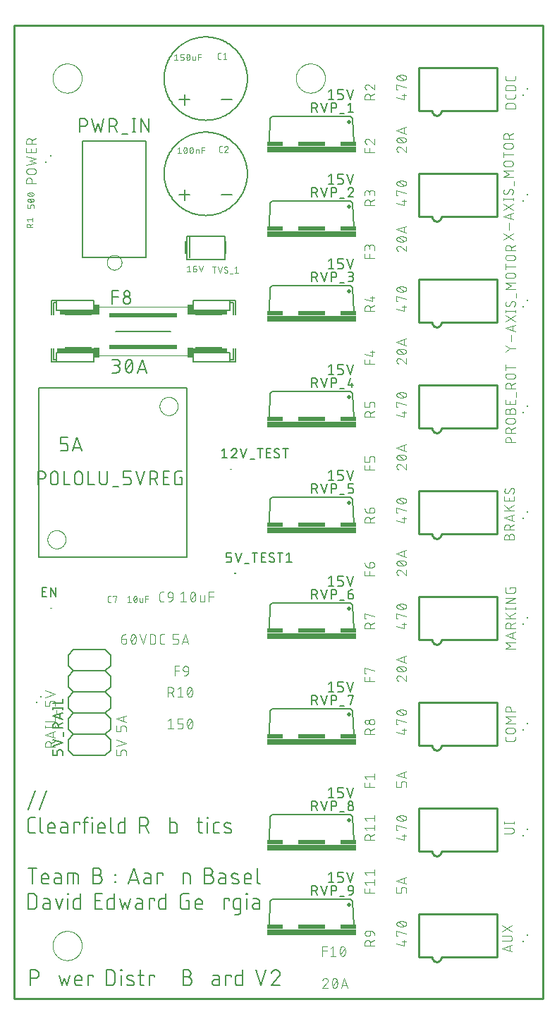
<source format=gto>
G75*
%MOIN*%
%OFA0B0*%
%FSLAX25Y25*%
%IPPOS*%
%LPD*%
%AMOC8*
5,1,8,0,0,1.08239X$1,22.5*
%
%ADD10C,0.00600*%
%ADD11C,0.00000*%
%ADD12C,0.01000*%
%ADD13C,0.00500*%
%ADD14R,0.01000X0.06000*%
%ADD15R,0.01000X0.10000*%
%ADD16C,0.00300*%
%ADD17C,0.00800*%
%ADD18C,0.00984*%
%ADD19R,0.00787X0.00787*%
%ADD20C,0.00400*%
%ADD21C,0.02000*%
%ADD22R,0.42000X0.03000*%
%ADD23R,0.07500X0.02000*%
%ADD24R,0.13000X0.02000*%
%ADD25C,0.00200*%
%ADD26C,0.00700*%
%ADD27R,0.02500X0.04500*%
%ADD28R,0.17500X0.02000*%
%ADD29R,0.32000X0.02000*%
%ADD30R,0.12500X0.00500*%
%ADD31R,0.16000X0.02000*%
D10*
X0008981Y0009470D02*
X0008981Y0016870D01*
X0011037Y0016870D01*
X0011037Y0016871D02*
X0011127Y0016869D01*
X0011216Y0016863D01*
X0011305Y0016853D01*
X0011394Y0016840D01*
X0011482Y0016822D01*
X0011569Y0016801D01*
X0011655Y0016776D01*
X0011740Y0016747D01*
X0011824Y0016714D01*
X0011906Y0016678D01*
X0011986Y0016639D01*
X0012065Y0016596D01*
X0012142Y0016549D01*
X0012216Y0016499D01*
X0012289Y0016446D01*
X0012359Y0016390D01*
X0012426Y0016331D01*
X0012491Y0016269D01*
X0012553Y0016204D01*
X0012612Y0016137D01*
X0012668Y0016067D01*
X0012721Y0015994D01*
X0012771Y0015920D01*
X0012818Y0015843D01*
X0012861Y0015764D01*
X0012900Y0015684D01*
X0012936Y0015602D01*
X0012969Y0015518D01*
X0012998Y0015433D01*
X0013023Y0015347D01*
X0013044Y0015260D01*
X0013062Y0015172D01*
X0013075Y0015083D01*
X0013085Y0014994D01*
X0013091Y0014905D01*
X0013093Y0014815D01*
X0013091Y0014725D01*
X0013085Y0014636D01*
X0013075Y0014547D01*
X0013062Y0014458D01*
X0013044Y0014370D01*
X0013023Y0014283D01*
X0012998Y0014197D01*
X0012969Y0014112D01*
X0012936Y0014028D01*
X0012900Y0013946D01*
X0012861Y0013866D01*
X0012818Y0013787D01*
X0012771Y0013710D01*
X0012721Y0013636D01*
X0012668Y0013563D01*
X0012612Y0013493D01*
X0012553Y0013426D01*
X0012491Y0013361D01*
X0012426Y0013299D01*
X0012359Y0013240D01*
X0012289Y0013184D01*
X0012216Y0013131D01*
X0012142Y0013081D01*
X0012065Y0013034D01*
X0011986Y0012991D01*
X0011906Y0012952D01*
X0011824Y0012916D01*
X0011740Y0012883D01*
X0011655Y0012854D01*
X0011569Y0012829D01*
X0011482Y0012808D01*
X0011394Y0012790D01*
X0011305Y0012777D01*
X0011216Y0012767D01*
X0011127Y0012761D01*
X0011037Y0012759D01*
X0008981Y0012759D01*
X0022717Y0014403D02*
X0023951Y0009470D01*
X0025184Y0012759D01*
X0026417Y0009470D01*
X0027651Y0014403D01*
X0030191Y0012759D02*
X0030191Y0010703D01*
X0030193Y0010634D01*
X0030199Y0010565D01*
X0030208Y0010496D01*
X0030222Y0010429D01*
X0030239Y0010362D01*
X0030260Y0010296D01*
X0030285Y0010231D01*
X0030313Y0010168D01*
X0030345Y0010107D01*
X0030380Y0010047D01*
X0030418Y0009989D01*
X0030460Y0009934D01*
X0030505Y0009881D01*
X0030552Y0009831D01*
X0030602Y0009784D01*
X0030655Y0009739D01*
X0030710Y0009697D01*
X0030768Y0009659D01*
X0030828Y0009624D01*
X0030889Y0009592D01*
X0030952Y0009564D01*
X0031017Y0009539D01*
X0031083Y0009518D01*
X0031150Y0009501D01*
X0031217Y0009487D01*
X0031286Y0009478D01*
X0031355Y0009472D01*
X0031424Y0009470D01*
X0033480Y0009470D01*
X0033480Y0011937D02*
X0030191Y0011937D01*
X0030191Y0012759D02*
X0030193Y0012838D01*
X0030199Y0012918D01*
X0030208Y0012997D01*
X0030222Y0013075D01*
X0030239Y0013152D01*
X0030260Y0013229D01*
X0030284Y0013305D01*
X0030312Y0013379D01*
X0030344Y0013452D01*
X0030379Y0013523D01*
X0030418Y0013592D01*
X0030460Y0013660D01*
X0030505Y0013725D01*
X0030553Y0013788D01*
X0030604Y0013849D01*
X0030659Y0013907D01*
X0030715Y0013963D01*
X0030775Y0014016D01*
X0030837Y0014065D01*
X0030901Y0014112D01*
X0030968Y0014156D01*
X0031036Y0014196D01*
X0031106Y0014233D01*
X0031178Y0014266D01*
X0031252Y0014296D01*
X0031327Y0014323D01*
X0031403Y0014345D01*
X0031480Y0014364D01*
X0031558Y0014380D01*
X0031637Y0014391D01*
X0031716Y0014399D01*
X0031795Y0014403D01*
X0031875Y0014403D01*
X0031954Y0014399D01*
X0032033Y0014391D01*
X0032112Y0014380D01*
X0032190Y0014364D01*
X0032267Y0014345D01*
X0032343Y0014323D01*
X0032418Y0014296D01*
X0032492Y0014266D01*
X0032564Y0014233D01*
X0032634Y0014196D01*
X0032702Y0014156D01*
X0032769Y0014112D01*
X0032833Y0014065D01*
X0032895Y0014016D01*
X0032955Y0013963D01*
X0033011Y0013907D01*
X0033066Y0013849D01*
X0033117Y0013788D01*
X0033165Y0013725D01*
X0033210Y0013660D01*
X0033252Y0013592D01*
X0033291Y0013523D01*
X0033326Y0013452D01*
X0033358Y0013379D01*
X0033386Y0013305D01*
X0033410Y0013229D01*
X0033431Y0013152D01*
X0033448Y0013075D01*
X0033462Y0012997D01*
X0033471Y0012918D01*
X0033477Y0012838D01*
X0033479Y0012759D01*
X0033480Y0012759D02*
X0033480Y0011937D01*
X0036414Y0014403D02*
X0038880Y0014403D01*
X0038880Y0013581D01*
X0036414Y0014403D02*
X0036414Y0009470D01*
X0044917Y0009470D02*
X0046973Y0009470D01*
X0044917Y0009470D02*
X0044917Y0016870D01*
X0046973Y0016870D01*
X0046973Y0016871D02*
X0047063Y0016869D01*
X0047152Y0016863D01*
X0047241Y0016853D01*
X0047330Y0016840D01*
X0047418Y0016822D01*
X0047505Y0016801D01*
X0047591Y0016776D01*
X0047676Y0016747D01*
X0047760Y0016714D01*
X0047842Y0016678D01*
X0047922Y0016639D01*
X0048001Y0016596D01*
X0048078Y0016549D01*
X0048152Y0016499D01*
X0048225Y0016446D01*
X0048295Y0016390D01*
X0048362Y0016331D01*
X0048427Y0016269D01*
X0048489Y0016204D01*
X0048548Y0016137D01*
X0048604Y0016067D01*
X0048657Y0015994D01*
X0048707Y0015920D01*
X0048754Y0015843D01*
X0048797Y0015764D01*
X0048836Y0015684D01*
X0048872Y0015602D01*
X0048905Y0015518D01*
X0048934Y0015433D01*
X0048959Y0015347D01*
X0048980Y0015260D01*
X0048998Y0015172D01*
X0049011Y0015083D01*
X0049021Y0014994D01*
X0049027Y0014905D01*
X0049029Y0014815D01*
X0049029Y0011526D01*
X0049027Y0011436D01*
X0049021Y0011347D01*
X0049011Y0011258D01*
X0048998Y0011169D01*
X0048980Y0011081D01*
X0048959Y0010994D01*
X0048934Y0010908D01*
X0048905Y0010823D01*
X0048872Y0010739D01*
X0048836Y0010657D01*
X0048797Y0010577D01*
X0048754Y0010498D01*
X0048707Y0010421D01*
X0048657Y0010347D01*
X0048604Y0010274D01*
X0048548Y0010204D01*
X0048489Y0010137D01*
X0048427Y0010072D01*
X0048362Y0010010D01*
X0048295Y0009951D01*
X0048225Y0009895D01*
X0048152Y0009842D01*
X0048078Y0009792D01*
X0048001Y0009745D01*
X0047922Y0009702D01*
X0047842Y0009663D01*
X0047760Y0009627D01*
X0047676Y0009594D01*
X0047591Y0009565D01*
X0047505Y0009540D01*
X0047418Y0009519D01*
X0047330Y0009501D01*
X0047241Y0009488D01*
X0047152Y0009478D01*
X0047063Y0009472D01*
X0046973Y0009470D01*
X0052019Y0009470D02*
X0052019Y0014403D01*
X0052224Y0016459D02*
X0051813Y0016459D01*
X0051813Y0016870D01*
X0052224Y0016870D01*
X0052224Y0016459D01*
X0055760Y0014404D02*
X0055696Y0014403D01*
X0055632Y0014398D01*
X0055568Y0014389D01*
X0055505Y0014377D01*
X0055443Y0014360D01*
X0055382Y0014340D01*
X0055322Y0014316D01*
X0055264Y0014289D01*
X0055207Y0014258D01*
X0055153Y0014224D01*
X0055100Y0014187D01*
X0055050Y0014147D01*
X0055003Y0014103D01*
X0054958Y0014057D01*
X0054916Y0014008D01*
X0054877Y0013957D01*
X0054841Y0013904D01*
X0054809Y0013848D01*
X0054780Y0013791D01*
X0054754Y0013732D01*
X0054732Y0013671D01*
X0054714Y0013610D01*
X0054700Y0013547D01*
X0054689Y0013484D01*
X0054682Y0013420D01*
X0054679Y0013355D01*
X0054680Y0013291D01*
X0054685Y0013227D01*
X0054693Y0013163D01*
X0054706Y0013100D01*
X0054722Y0013038D01*
X0054742Y0012977D01*
X0054766Y0012917D01*
X0054793Y0012859D01*
X0054823Y0012802D01*
X0054857Y0012748D01*
X0054895Y0012695D01*
X0054935Y0012645D01*
X0054978Y0012597D01*
X0055024Y0012553D01*
X0055073Y0012511D01*
X0055124Y0012472D01*
X0055177Y0012436D01*
X0055233Y0012403D01*
X0055290Y0012374D01*
X0055349Y0012348D01*
X0057404Y0011526D01*
X0057405Y0011526D02*
X0057464Y0011500D01*
X0057521Y0011471D01*
X0057577Y0011438D01*
X0057630Y0011402D01*
X0057681Y0011363D01*
X0057730Y0011321D01*
X0057776Y0011277D01*
X0057819Y0011229D01*
X0057859Y0011179D01*
X0057897Y0011126D01*
X0057931Y0011072D01*
X0057961Y0011015D01*
X0057988Y0010957D01*
X0058012Y0010897D01*
X0058032Y0010836D01*
X0058048Y0010774D01*
X0058061Y0010711D01*
X0058069Y0010647D01*
X0058074Y0010583D01*
X0058075Y0010519D01*
X0058072Y0010454D01*
X0058065Y0010390D01*
X0058054Y0010327D01*
X0058040Y0010264D01*
X0058022Y0010203D01*
X0058000Y0010142D01*
X0057974Y0010083D01*
X0057945Y0010026D01*
X0057913Y0009970D01*
X0057877Y0009917D01*
X0057838Y0009866D01*
X0057796Y0009817D01*
X0057751Y0009771D01*
X0057704Y0009727D01*
X0057654Y0009687D01*
X0057601Y0009650D01*
X0057547Y0009616D01*
X0057490Y0009585D01*
X0057432Y0009558D01*
X0057372Y0009534D01*
X0057311Y0009514D01*
X0057249Y0009497D01*
X0057186Y0009485D01*
X0057122Y0009476D01*
X0057058Y0009471D01*
X0056994Y0009470D01*
X0057609Y0013991D02*
X0057484Y0014046D01*
X0057358Y0014096D01*
X0057230Y0014143D01*
X0057100Y0014186D01*
X0056970Y0014225D01*
X0056838Y0014260D01*
X0056706Y0014292D01*
X0056572Y0014319D01*
X0056438Y0014343D01*
X0056303Y0014363D01*
X0056168Y0014379D01*
X0056032Y0014391D01*
X0055896Y0014399D01*
X0055760Y0014403D01*
X0054732Y0009881D02*
X0054888Y0009827D01*
X0055045Y0009777D01*
X0055203Y0009730D01*
X0055363Y0009687D01*
X0055523Y0009648D01*
X0055684Y0009613D01*
X0055846Y0009581D01*
X0056008Y0009554D01*
X0056172Y0009530D01*
X0056335Y0009510D01*
X0056499Y0009494D01*
X0056664Y0009482D01*
X0056829Y0009474D01*
X0056993Y0009470D01*
X0060971Y0010703D02*
X0060971Y0016870D01*
X0060149Y0014403D02*
X0062615Y0014403D01*
X0065313Y0014403D02*
X0065313Y0009470D01*
X0062615Y0009470D02*
X0062204Y0009470D01*
X0062135Y0009472D01*
X0062066Y0009478D01*
X0061997Y0009487D01*
X0061930Y0009501D01*
X0061863Y0009518D01*
X0061797Y0009539D01*
X0061732Y0009564D01*
X0061669Y0009592D01*
X0061608Y0009624D01*
X0061548Y0009659D01*
X0061490Y0009697D01*
X0061435Y0009739D01*
X0061382Y0009784D01*
X0061332Y0009831D01*
X0061285Y0009881D01*
X0061240Y0009934D01*
X0061198Y0009989D01*
X0061160Y0010047D01*
X0061125Y0010107D01*
X0061093Y0010168D01*
X0061065Y0010231D01*
X0061040Y0010296D01*
X0061019Y0010362D01*
X0061002Y0010429D01*
X0060988Y0010496D01*
X0060979Y0010565D01*
X0060973Y0010634D01*
X0060971Y0010703D01*
X0065313Y0014403D02*
X0067780Y0014403D01*
X0067780Y0013581D01*
X0081229Y0013581D02*
X0083285Y0013581D01*
X0083285Y0013582D02*
X0083364Y0013584D01*
X0083444Y0013590D01*
X0083523Y0013599D01*
X0083601Y0013613D01*
X0083678Y0013630D01*
X0083755Y0013651D01*
X0083831Y0013675D01*
X0083905Y0013703D01*
X0083978Y0013735D01*
X0084049Y0013770D01*
X0084118Y0013809D01*
X0084186Y0013851D01*
X0084251Y0013896D01*
X0084314Y0013944D01*
X0084375Y0013995D01*
X0084433Y0014050D01*
X0084489Y0014106D01*
X0084542Y0014166D01*
X0084591Y0014228D01*
X0084638Y0014292D01*
X0084682Y0014359D01*
X0084722Y0014427D01*
X0084759Y0014497D01*
X0084792Y0014569D01*
X0084822Y0014643D01*
X0084849Y0014718D01*
X0084871Y0014794D01*
X0084890Y0014871D01*
X0084906Y0014949D01*
X0084917Y0015028D01*
X0084925Y0015107D01*
X0084929Y0015186D01*
X0084929Y0015266D01*
X0084925Y0015345D01*
X0084917Y0015424D01*
X0084906Y0015503D01*
X0084890Y0015581D01*
X0084871Y0015658D01*
X0084849Y0015734D01*
X0084822Y0015809D01*
X0084792Y0015883D01*
X0084759Y0015955D01*
X0084722Y0016025D01*
X0084682Y0016093D01*
X0084638Y0016160D01*
X0084591Y0016224D01*
X0084542Y0016286D01*
X0084489Y0016346D01*
X0084433Y0016402D01*
X0084375Y0016457D01*
X0084314Y0016508D01*
X0084251Y0016556D01*
X0084186Y0016601D01*
X0084118Y0016643D01*
X0084049Y0016682D01*
X0083978Y0016717D01*
X0083905Y0016749D01*
X0083831Y0016777D01*
X0083755Y0016801D01*
X0083678Y0016822D01*
X0083601Y0016839D01*
X0083523Y0016853D01*
X0083444Y0016862D01*
X0083364Y0016868D01*
X0083285Y0016870D01*
X0081229Y0016870D01*
X0081229Y0009470D01*
X0083285Y0009470D01*
X0083375Y0009472D01*
X0083464Y0009478D01*
X0083553Y0009488D01*
X0083642Y0009501D01*
X0083730Y0009519D01*
X0083817Y0009540D01*
X0083903Y0009565D01*
X0083988Y0009594D01*
X0084072Y0009627D01*
X0084154Y0009663D01*
X0084234Y0009702D01*
X0084313Y0009745D01*
X0084390Y0009792D01*
X0084464Y0009842D01*
X0084537Y0009895D01*
X0084607Y0009951D01*
X0084674Y0010010D01*
X0084739Y0010072D01*
X0084801Y0010137D01*
X0084860Y0010204D01*
X0084916Y0010274D01*
X0084969Y0010347D01*
X0085019Y0010421D01*
X0085066Y0010498D01*
X0085109Y0010577D01*
X0085148Y0010657D01*
X0085184Y0010739D01*
X0085217Y0010823D01*
X0085246Y0010908D01*
X0085271Y0010994D01*
X0085292Y0011081D01*
X0085310Y0011169D01*
X0085323Y0011258D01*
X0085333Y0011347D01*
X0085339Y0011436D01*
X0085341Y0011526D01*
X0085339Y0011616D01*
X0085333Y0011705D01*
X0085323Y0011794D01*
X0085310Y0011883D01*
X0085292Y0011971D01*
X0085271Y0012058D01*
X0085246Y0012144D01*
X0085217Y0012229D01*
X0085184Y0012313D01*
X0085148Y0012395D01*
X0085109Y0012475D01*
X0085066Y0012554D01*
X0085019Y0012631D01*
X0084969Y0012705D01*
X0084916Y0012778D01*
X0084860Y0012848D01*
X0084801Y0012915D01*
X0084739Y0012980D01*
X0084674Y0013042D01*
X0084607Y0013101D01*
X0084537Y0013157D01*
X0084464Y0013210D01*
X0084390Y0013260D01*
X0084313Y0013307D01*
X0084234Y0013350D01*
X0084154Y0013389D01*
X0084072Y0013425D01*
X0083988Y0013458D01*
X0083903Y0013487D01*
X0083817Y0013512D01*
X0083730Y0013533D01*
X0083642Y0013551D01*
X0083553Y0013564D01*
X0083464Y0013574D01*
X0083375Y0013580D01*
X0083285Y0013582D01*
X0095485Y0014403D02*
X0097130Y0014403D01*
X0097199Y0014401D01*
X0097268Y0014395D01*
X0097337Y0014386D01*
X0097404Y0014372D01*
X0097471Y0014355D01*
X0097537Y0014334D01*
X0097602Y0014309D01*
X0097665Y0014281D01*
X0097726Y0014249D01*
X0097786Y0014214D01*
X0097844Y0014176D01*
X0097899Y0014134D01*
X0097952Y0014089D01*
X0098002Y0014042D01*
X0098049Y0013992D01*
X0098094Y0013939D01*
X0098136Y0013884D01*
X0098174Y0013826D01*
X0098209Y0013766D01*
X0098241Y0013705D01*
X0098269Y0013642D01*
X0098294Y0013577D01*
X0098315Y0013511D01*
X0098332Y0013444D01*
X0098346Y0013377D01*
X0098355Y0013308D01*
X0098361Y0013239D01*
X0098363Y0013170D01*
X0098363Y0009470D01*
X0096513Y0009470D01*
X0096438Y0009472D01*
X0096363Y0009478D01*
X0096288Y0009488D01*
X0096214Y0009501D01*
X0096141Y0009519D01*
X0096068Y0009540D01*
X0095997Y0009566D01*
X0095928Y0009594D01*
X0095860Y0009627D01*
X0095794Y0009663D01*
X0095729Y0009702D01*
X0095667Y0009745D01*
X0095607Y0009791D01*
X0095550Y0009840D01*
X0095495Y0009891D01*
X0095444Y0009946D01*
X0095395Y0010003D01*
X0095349Y0010063D01*
X0095306Y0010125D01*
X0095267Y0010190D01*
X0095231Y0010256D01*
X0095198Y0010324D01*
X0095170Y0010393D01*
X0095144Y0010464D01*
X0095123Y0010537D01*
X0095105Y0010610D01*
X0095092Y0010684D01*
X0095082Y0010759D01*
X0095076Y0010834D01*
X0095074Y0010909D01*
X0095076Y0010984D01*
X0095082Y0011059D01*
X0095092Y0011134D01*
X0095105Y0011208D01*
X0095123Y0011281D01*
X0095144Y0011354D01*
X0095170Y0011425D01*
X0095198Y0011494D01*
X0095231Y0011562D01*
X0095267Y0011629D01*
X0095306Y0011693D01*
X0095349Y0011755D01*
X0095395Y0011815D01*
X0095444Y0011872D01*
X0095495Y0011927D01*
X0095550Y0011978D01*
X0095607Y0012027D01*
X0095667Y0012073D01*
X0095729Y0012116D01*
X0095794Y0012155D01*
X0095860Y0012191D01*
X0095928Y0012224D01*
X0095997Y0012252D01*
X0096068Y0012278D01*
X0096141Y0012299D01*
X0096214Y0012317D01*
X0096288Y0012330D01*
X0096363Y0012340D01*
X0096438Y0012346D01*
X0096513Y0012348D01*
X0098363Y0012348D01*
X0101552Y0014403D02*
X0104018Y0014403D01*
X0104018Y0013581D01*
X0106083Y0013170D02*
X0106083Y0010703D01*
X0106084Y0010703D02*
X0106086Y0010634D01*
X0106092Y0010565D01*
X0106101Y0010496D01*
X0106115Y0010429D01*
X0106132Y0010362D01*
X0106153Y0010296D01*
X0106178Y0010231D01*
X0106206Y0010168D01*
X0106238Y0010107D01*
X0106273Y0010047D01*
X0106311Y0009989D01*
X0106353Y0009934D01*
X0106398Y0009881D01*
X0106445Y0009831D01*
X0106495Y0009784D01*
X0106548Y0009739D01*
X0106603Y0009697D01*
X0106661Y0009659D01*
X0106721Y0009624D01*
X0106782Y0009592D01*
X0106845Y0009564D01*
X0106910Y0009539D01*
X0106976Y0009518D01*
X0107043Y0009501D01*
X0107110Y0009487D01*
X0107179Y0009478D01*
X0107248Y0009472D01*
X0107317Y0009470D01*
X0109372Y0009470D01*
X0109372Y0016870D01*
X0109372Y0014403D02*
X0107317Y0014403D01*
X0107248Y0014401D01*
X0107179Y0014395D01*
X0107110Y0014386D01*
X0107043Y0014372D01*
X0106976Y0014355D01*
X0106910Y0014334D01*
X0106845Y0014309D01*
X0106782Y0014281D01*
X0106721Y0014249D01*
X0106661Y0014214D01*
X0106604Y0014176D01*
X0106548Y0014134D01*
X0106495Y0014089D01*
X0106445Y0014042D01*
X0106398Y0013992D01*
X0106353Y0013939D01*
X0106311Y0013884D01*
X0106273Y0013826D01*
X0106238Y0013766D01*
X0106206Y0013705D01*
X0106178Y0013642D01*
X0106153Y0013577D01*
X0106132Y0013511D01*
X0106115Y0013444D01*
X0106101Y0013377D01*
X0106092Y0013308D01*
X0106086Y0013239D01*
X0106084Y0013170D01*
X0101552Y0014403D02*
X0101552Y0009470D01*
X0115608Y0016870D02*
X0118074Y0009470D01*
X0120541Y0016870D01*
X0126394Y0013581D02*
X0122900Y0009470D01*
X0127011Y0009470D01*
X0122900Y0015225D02*
X0122931Y0015316D01*
X0122966Y0015406D01*
X0123005Y0015494D01*
X0123048Y0015581D01*
X0123094Y0015666D01*
X0123143Y0015749D01*
X0123195Y0015830D01*
X0123251Y0015908D01*
X0123310Y0015985D01*
X0123372Y0016058D01*
X0123437Y0016130D01*
X0123505Y0016198D01*
X0123575Y0016264D01*
X0123649Y0016327D01*
X0123724Y0016387D01*
X0123802Y0016443D01*
X0123882Y0016497D01*
X0123965Y0016547D01*
X0124049Y0016594D01*
X0124135Y0016637D01*
X0124223Y0016677D01*
X0124312Y0016713D01*
X0124403Y0016746D01*
X0124495Y0016775D01*
X0124588Y0016800D01*
X0124682Y0016821D01*
X0124777Y0016839D01*
X0124872Y0016852D01*
X0124968Y0016862D01*
X0125065Y0016868D01*
X0125161Y0016870D01*
X0125244Y0016868D01*
X0125327Y0016863D01*
X0125409Y0016853D01*
X0125491Y0016840D01*
X0125573Y0016824D01*
X0125653Y0016803D01*
X0125733Y0016779D01*
X0125811Y0016752D01*
X0125888Y0016721D01*
X0125964Y0016687D01*
X0126038Y0016649D01*
X0126110Y0016608D01*
X0126180Y0016564D01*
X0126248Y0016517D01*
X0126314Y0016466D01*
X0126378Y0016413D01*
X0126439Y0016357D01*
X0126498Y0016298D01*
X0126554Y0016237D01*
X0126607Y0016173D01*
X0126658Y0016107D01*
X0126705Y0016039D01*
X0126749Y0015969D01*
X0126790Y0015897D01*
X0126828Y0015823D01*
X0126862Y0015747D01*
X0126893Y0015670D01*
X0126920Y0015592D01*
X0126944Y0015512D01*
X0126965Y0015432D01*
X0126981Y0015350D01*
X0126994Y0015268D01*
X0127004Y0015186D01*
X0127009Y0015103D01*
X0127011Y0015020D01*
X0127009Y0014935D01*
X0127004Y0014851D01*
X0126995Y0014767D01*
X0126982Y0014683D01*
X0126966Y0014600D01*
X0126946Y0014517D01*
X0126923Y0014436D01*
X0126897Y0014356D01*
X0126867Y0014276D01*
X0126833Y0014199D01*
X0126797Y0014122D01*
X0126757Y0014047D01*
X0126714Y0013975D01*
X0126668Y0013904D01*
X0126619Y0013834D01*
X0126567Y0013768D01*
X0126512Y0013703D01*
X0126454Y0013641D01*
X0126394Y0013581D01*
X0121992Y0037591D02*
X0122492Y0049091D01*
X0123492Y0050091D01*
X0160492Y0050091D01*
X0161492Y0049091D01*
X0161992Y0037591D01*
X0161992Y0077591D02*
X0161492Y0089091D01*
X0160492Y0090091D01*
X0123492Y0090091D01*
X0122492Y0089091D01*
X0121992Y0077591D01*
X0116323Y0064917D02*
X0116323Y0058751D01*
X0116324Y0058751D02*
X0116326Y0058682D01*
X0116332Y0058613D01*
X0116341Y0058544D01*
X0116355Y0058477D01*
X0116372Y0058410D01*
X0116393Y0058344D01*
X0116418Y0058279D01*
X0116446Y0058216D01*
X0116478Y0058155D01*
X0116513Y0058095D01*
X0116551Y0058037D01*
X0116593Y0057982D01*
X0116638Y0057929D01*
X0116685Y0057879D01*
X0116735Y0057832D01*
X0116788Y0057787D01*
X0116843Y0057745D01*
X0116901Y0057707D01*
X0116961Y0057672D01*
X0117022Y0057640D01*
X0117085Y0057612D01*
X0117150Y0057587D01*
X0117216Y0057566D01*
X0117283Y0057549D01*
X0117350Y0057535D01*
X0117419Y0057526D01*
X0117488Y0057520D01*
X0117557Y0057518D01*
X0113517Y0057517D02*
X0111461Y0057517D01*
X0111461Y0057518D02*
X0111392Y0057520D01*
X0111323Y0057526D01*
X0111254Y0057535D01*
X0111187Y0057549D01*
X0111120Y0057566D01*
X0111054Y0057587D01*
X0110989Y0057612D01*
X0110926Y0057640D01*
X0110865Y0057672D01*
X0110805Y0057707D01*
X0110747Y0057745D01*
X0110692Y0057787D01*
X0110639Y0057832D01*
X0110589Y0057879D01*
X0110542Y0057929D01*
X0110497Y0057982D01*
X0110455Y0058037D01*
X0110417Y0058095D01*
X0110382Y0058155D01*
X0110350Y0058216D01*
X0110322Y0058279D01*
X0110297Y0058344D01*
X0110276Y0058410D01*
X0110259Y0058477D01*
X0110245Y0058544D01*
X0110236Y0058613D01*
X0110230Y0058682D01*
X0110228Y0058751D01*
X0110228Y0060806D01*
X0110228Y0059984D02*
X0113517Y0059984D01*
X0113517Y0060806D01*
X0113516Y0060806D02*
X0113514Y0060885D01*
X0113508Y0060965D01*
X0113499Y0061044D01*
X0113485Y0061122D01*
X0113468Y0061199D01*
X0113447Y0061276D01*
X0113423Y0061352D01*
X0113395Y0061426D01*
X0113363Y0061499D01*
X0113328Y0061570D01*
X0113289Y0061639D01*
X0113247Y0061707D01*
X0113202Y0061772D01*
X0113154Y0061835D01*
X0113103Y0061896D01*
X0113048Y0061954D01*
X0112992Y0062010D01*
X0112932Y0062063D01*
X0112870Y0062112D01*
X0112806Y0062159D01*
X0112739Y0062203D01*
X0112671Y0062243D01*
X0112601Y0062280D01*
X0112529Y0062313D01*
X0112455Y0062343D01*
X0112380Y0062370D01*
X0112304Y0062392D01*
X0112227Y0062411D01*
X0112149Y0062427D01*
X0112070Y0062438D01*
X0111991Y0062446D01*
X0111912Y0062450D01*
X0111832Y0062450D01*
X0111753Y0062446D01*
X0111674Y0062438D01*
X0111595Y0062427D01*
X0111517Y0062411D01*
X0111440Y0062392D01*
X0111364Y0062370D01*
X0111289Y0062343D01*
X0111215Y0062313D01*
X0111143Y0062280D01*
X0111073Y0062243D01*
X0111005Y0062203D01*
X0110938Y0062159D01*
X0110874Y0062112D01*
X0110812Y0062063D01*
X0110752Y0062010D01*
X0110696Y0061954D01*
X0110641Y0061896D01*
X0110590Y0061835D01*
X0110542Y0061772D01*
X0110497Y0061707D01*
X0110455Y0061639D01*
X0110416Y0061570D01*
X0110381Y0061499D01*
X0110349Y0061426D01*
X0110321Y0061352D01*
X0110297Y0061276D01*
X0110276Y0061199D01*
X0110259Y0061122D01*
X0110245Y0061044D01*
X0110236Y0060965D01*
X0110230Y0060885D01*
X0110228Y0060806D01*
X0106937Y0059573D02*
X0104881Y0060395D01*
X0104822Y0060421D01*
X0104765Y0060450D01*
X0104709Y0060483D01*
X0104656Y0060519D01*
X0104605Y0060558D01*
X0104556Y0060600D01*
X0104510Y0060644D01*
X0104467Y0060692D01*
X0104427Y0060742D01*
X0104389Y0060795D01*
X0104355Y0060849D01*
X0104325Y0060906D01*
X0104298Y0060964D01*
X0104274Y0061024D01*
X0104254Y0061085D01*
X0104238Y0061147D01*
X0104225Y0061210D01*
X0104217Y0061274D01*
X0104212Y0061338D01*
X0104211Y0061402D01*
X0104214Y0061467D01*
X0104221Y0061531D01*
X0104232Y0061594D01*
X0104246Y0061657D01*
X0104264Y0061718D01*
X0104286Y0061779D01*
X0104312Y0061838D01*
X0104341Y0061895D01*
X0104373Y0061951D01*
X0104409Y0062004D01*
X0104448Y0062055D01*
X0104490Y0062104D01*
X0104535Y0062150D01*
X0104582Y0062194D01*
X0104632Y0062234D01*
X0104685Y0062271D01*
X0104739Y0062305D01*
X0104796Y0062336D01*
X0104854Y0062363D01*
X0104914Y0062387D01*
X0104975Y0062407D01*
X0105037Y0062424D01*
X0105100Y0062436D01*
X0105164Y0062445D01*
X0105228Y0062450D01*
X0105292Y0062451D01*
X0104264Y0057928D02*
X0104420Y0057874D01*
X0104577Y0057824D01*
X0104735Y0057777D01*
X0104895Y0057734D01*
X0105055Y0057695D01*
X0105216Y0057660D01*
X0105378Y0057628D01*
X0105540Y0057601D01*
X0105704Y0057577D01*
X0105867Y0057557D01*
X0106031Y0057541D01*
X0106196Y0057529D01*
X0106361Y0057521D01*
X0106525Y0057517D01*
X0106526Y0057517D02*
X0106590Y0057518D01*
X0106654Y0057523D01*
X0106718Y0057532D01*
X0106781Y0057544D01*
X0106843Y0057561D01*
X0106904Y0057581D01*
X0106964Y0057605D01*
X0107022Y0057632D01*
X0107079Y0057663D01*
X0107133Y0057697D01*
X0107186Y0057734D01*
X0107236Y0057774D01*
X0107283Y0057818D01*
X0107328Y0057864D01*
X0107370Y0057913D01*
X0107409Y0057964D01*
X0107445Y0058017D01*
X0107477Y0058073D01*
X0107506Y0058130D01*
X0107532Y0058189D01*
X0107554Y0058250D01*
X0107572Y0058311D01*
X0107586Y0058374D01*
X0107597Y0058437D01*
X0107604Y0058501D01*
X0107607Y0058566D01*
X0107606Y0058630D01*
X0107601Y0058694D01*
X0107593Y0058758D01*
X0107580Y0058821D01*
X0107564Y0058883D01*
X0107544Y0058944D01*
X0107520Y0059004D01*
X0107493Y0059062D01*
X0107463Y0059119D01*
X0107429Y0059173D01*
X0107391Y0059226D01*
X0107351Y0059276D01*
X0107308Y0059324D01*
X0107262Y0059368D01*
X0107213Y0059410D01*
X0107162Y0059449D01*
X0107109Y0059485D01*
X0107053Y0059518D01*
X0106996Y0059547D01*
X0106937Y0059573D01*
X0107142Y0062039D02*
X0107017Y0062094D01*
X0106891Y0062144D01*
X0106763Y0062191D01*
X0106633Y0062234D01*
X0106503Y0062273D01*
X0106371Y0062308D01*
X0106239Y0062340D01*
X0106105Y0062367D01*
X0105971Y0062391D01*
X0105836Y0062411D01*
X0105701Y0062427D01*
X0105565Y0062439D01*
X0105429Y0062447D01*
X0105293Y0062451D01*
X0101335Y0061217D02*
X0101335Y0057517D01*
X0099485Y0057517D01*
X0099410Y0057519D01*
X0099335Y0057525D01*
X0099260Y0057535D01*
X0099186Y0057548D01*
X0099113Y0057566D01*
X0099040Y0057587D01*
X0098969Y0057613D01*
X0098900Y0057641D01*
X0098832Y0057674D01*
X0098766Y0057710D01*
X0098701Y0057749D01*
X0098639Y0057792D01*
X0098579Y0057838D01*
X0098522Y0057887D01*
X0098467Y0057938D01*
X0098416Y0057993D01*
X0098367Y0058050D01*
X0098321Y0058110D01*
X0098278Y0058172D01*
X0098239Y0058237D01*
X0098203Y0058303D01*
X0098170Y0058371D01*
X0098142Y0058440D01*
X0098116Y0058511D01*
X0098095Y0058584D01*
X0098077Y0058657D01*
X0098064Y0058731D01*
X0098054Y0058806D01*
X0098048Y0058881D01*
X0098046Y0058956D01*
X0098048Y0059031D01*
X0098054Y0059106D01*
X0098064Y0059181D01*
X0098077Y0059255D01*
X0098095Y0059328D01*
X0098116Y0059401D01*
X0098142Y0059472D01*
X0098170Y0059541D01*
X0098203Y0059609D01*
X0098239Y0059676D01*
X0098278Y0059740D01*
X0098321Y0059802D01*
X0098367Y0059862D01*
X0098416Y0059919D01*
X0098467Y0059974D01*
X0098522Y0060025D01*
X0098579Y0060074D01*
X0098639Y0060120D01*
X0098701Y0060163D01*
X0098766Y0060202D01*
X0098832Y0060238D01*
X0098900Y0060271D01*
X0098969Y0060299D01*
X0099040Y0060325D01*
X0099113Y0060346D01*
X0099186Y0060364D01*
X0099260Y0060377D01*
X0099335Y0060387D01*
X0099410Y0060393D01*
X0099485Y0060395D01*
X0101335Y0060395D01*
X0101335Y0061217D02*
X0101333Y0061286D01*
X0101327Y0061355D01*
X0101318Y0061424D01*
X0101304Y0061491D01*
X0101287Y0061558D01*
X0101266Y0061624D01*
X0101241Y0061689D01*
X0101213Y0061752D01*
X0101181Y0061813D01*
X0101146Y0061873D01*
X0101108Y0061931D01*
X0101066Y0061986D01*
X0101021Y0062039D01*
X0100974Y0062089D01*
X0100924Y0062136D01*
X0100871Y0062181D01*
X0100816Y0062223D01*
X0100758Y0062261D01*
X0100698Y0062296D01*
X0100637Y0062328D01*
X0100574Y0062356D01*
X0100509Y0062381D01*
X0100443Y0062402D01*
X0100376Y0062419D01*
X0100309Y0062433D01*
X0100240Y0062442D01*
X0100171Y0062448D01*
X0100102Y0062450D01*
X0100102Y0062451D02*
X0098458Y0062451D01*
X0093597Y0061629D02*
X0093676Y0061631D01*
X0093756Y0061637D01*
X0093835Y0061646D01*
X0093913Y0061660D01*
X0093990Y0061677D01*
X0094067Y0061698D01*
X0094143Y0061722D01*
X0094217Y0061750D01*
X0094290Y0061782D01*
X0094361Y0061817D01*
X0094430Y0061856D01*
X0094498Y0061898D01*
X0094563Y0061943D01*
X0094626Y0061991D01*
X0094687Y0062042D01*
X0094745Y0062097D01*
X0094801Y0062153D01*
X0094854Y0062213D01*
X0094903Y0062275D01*
X0094950Y0062339D01*
X0094994Y0062406D01*
X0095034Y0062474D01*
X0095071Y0062544D01*
X0095104Y0062616D01*
X0095134Y0062690D01*
X0095161Y0062765D01*
X0095183Y0062841D01*
X0095202Y0062918D01*
X0095218Y0062996D01*
X0095229Y0063075D01*
X0095237Y0063154D01*
X0095241Y0063233D01*
X0095241Y0063313D01*
X0095237Y0063392D01*
X0095229Y0063471D01*
X0095218Y0063550D01*
X0095202Y0063628D01*
X0095183Y0063705D01*
X0095161Y0063781D01*
X0095134Y0063856D01*
X0095104Y0063930D01*
X0095071Y0064002D01*
X0095034Y0064072D01*
X0094994Y0064140D01*
X0094950Y0064207D01*
X0094903Y0064271D01*
X0094854Y0064333D01*
X0094801Y0064393D01*
X0094745Y0064449D01*
X0094687Y0064504D01*
X0094626Y0064555D01*
X0094563Y0064603D01*
X0094498Y0064648D01*
X0094430Y0064690D01*
X0094361Y0064729D01*
X0094290Y0064764D01*
X0094217Y0064796D01*
X0094143Y0064824D01*
X0094067Y0064848D01*
X0093990Y0064869D01*
X0093913Y0064886D01*
X0093835Y0064900D01*
X0093756Y0064909D01*
X0093676Y0064915D01*
X0093597Y0064917D01*
X0091541Y0064917D01*
X0091541Y0057517D01*
X0093597Y0057517D01*
X0093687Y0057519D01*
X0093776Y0057525D01*
X0093865Y0057535D01*
X0093954Y0057548D01*
X0094042Y0057566D01*
X0094129Y0057587D01*
X0094215Y0057612D01*
X0094300Y0057641D01*
X0094384Y0057674D01*
X0094466Y0057710D01*
X0094546Y0057749D01*
X0094625Y0057792D01*
X0094702Y0057839D01*
X0094776Y0057889D01*
X0094849Y0057942D01*
X0094919Y0057998D01*
X0094986Y0058057D01*
X0095051Y0058119D01*
X0095113Y0058184D01*
X0095172Y0058251D01*
X0095228Y0058321D01*
X0095281Y0058394D01*
X0095331Y0058468D01*
X0095378Y0058545D01*
X0095421Y0058624D01*
X0095460Y0058704D01*
X0095496Y0058786D01*
X0095529Y0058870D01*
X0095558Y0058955D01*
X0095583Y0059041D01*
X0095604Y0059128D01*
X0095622Y0059216D01*
X0095635Y0059305D01*
X0095645Y0059394D01*
X0095651Y0059483D01*
X0095653Y0059573D01*
X0095651Y0059663D01*
X0095645Y0059752D01*
X0095635Y0059841D01*
X0095622Y0059930D01*
X0095604Y0060018D01*
X0095583Y0060105D01*
X0095558Y0060191D01*
X0095529Y0060276D01*
X0095496Y0060360D01*
X0095460Y0060442D01*
X0095421Y0060522D01*
X0095378Y0060601D01*
X0095331Y0060678D01*
X0095281Y0060752D01*
X0095228Y0060825D01*
X0095172Y0060895D01*
X0095113Y0060962D01*
X0095051Y0061027D01*
X0094986Y0061089D01*
X0094919Y0061148D01*
X0094849Y0061204D01*
X0094776Y0061257D01*
X0094702Y0061307D01*
X0094625Y0061354D01*
X0094546Y0061397D01*
X0094466Y0061436D01*
X0094384Y0061472D01*
X0094300Y0061505D01*
X0094215Y0061534D01*
X0094129Y0061559D01*
X0094042Y0061580D01*
X0093954Y0061598D01*
X0093865Y0061611D01*
X0093776Y0061621D01*
X0093687Y0061627D01*
X0093597Y0061629D01*
X0093597Y0061628D02*
X0091541Y0061628D01*
X0084617Y0061217D02*
X0084617Y0057517D01*
X0084617Y0061217D02*
X0084615Y0061286D01*
X0084609Y0061355D01*
X0084600Y0061424D01*
X0084586Y0061491D01*
X0084569Y0061558D01*
X0084548Y0061624D01*
X0084523Y0061689D01*
X0084495Y0061752D01*
X0084463Y0061813D01*
X0084428Y0061873D01*
X0084390Y0061931D01*
X0084348Y0061986D01*
X0084303Y0062039D01*
X0084256Y0062089D01*
X0084206Y0062136D01*
X0084153Y0062181D01*
X0084098Y0062223D01*
X0084040Y0062261D01*
X0083980Y0062296D01*
X0083919Y0062328D01*
X0083856Y0062356D01*
X0083791Y0062381D01*
X0083725Y0062402D01*
X0083658Y0062419D01*
X0083591Y0062433D01*
X0083522Y0062442D01*
X0083453Y0062448D01*
X0083384Y0062450D01*
X0083384Y0062451D02*
X0081329Y0062451D01*
X0081329Y0057517D01*
X0081644Y0052917D02*
X0084111Y0052917D01*
X0081644Y0052917D02*
X0081563Y0052915D01*
X0081483Y0052909D01*
X0081403Y0052899D01*
X0081323Y0052885D01*
X0081245Y0052868D01*
X0081167Y0052846D01*
X0081090Y0052821D01*
X0081015Y0052792D01*
X0080941Y0052759D01*
X0080869Y0052723D01*
X0080799Y0052683D01*
X0080731Y0052640D01*
X0080665Y0052593D01*
X0080601Y0052544D01*
X0080540Y0052491D01*
X0080482Y0052435D01*
X0080426Y0052377D01*
X0080373Y0052316D01*
X0080324Y0052252D01*
X0080277Y0052186D01*
X0080234Y0052118D01*
X0080194Y0052048D01*
X0080158Y0051976D01*
X0080125Y0051902D01*
X0080096Y0051827D01*
X0080071Y0051750D01*
X0080049Y0051672D01*
X0080032Y0051594D01*
X0080018Y0051514D01*
X0080008Y0051434D01*
X0080002Y0051354D01*
X0080000Y0051273D01*
X0080000Y0047162D01*
X0080002Y0047084D01*
X0080007Y0047006D01*
X0080017Y0046928D01*
X0080030Y0046851D01*
X0080046Y0046774D01*
X0080067Y0046699D01*
X0080090Y0046624D01*
X0080118Y0046551D01*
X0080149Y0046479D01*
X0080183Y0046409D01*
X0080220Y0046340D01*
X0080261Y0046273D01*
X0080305Y0046208D01*
X0080352Y0046146D01*
X0080402Y0046085D01*
X0080454Y0046028D01*
X0080510Y0045972D01*
X0080567Y0045920D01*
X0080628Y0045870D01*
X0080690Y0045823D01*
X0080755Y0045779D01*
X0080822Y0045738D01*
X0080891Y0045701D01*
X0080961Y0045667D01*
X0081033Y0045636D01*
X0081106Y0045608D01*
X0081181Y0045585D01*
X0081256Y0045564D01*
X0081333Y0045548D01*
X0081410Y0045535D01*
X0081488Y0045525D01*
X0081566Y0045520D01*
X0081644Y0045518D01*
X0081644Y0045517D02*
X0084111Y0045517D01*
X0084111Y0049628D01*
X0082878Y0049628D01*
X0087062Y0048806D02*
X0087062Y0046751D01*
X0087062Y0047984D02*
X0090351Y0047984D01*
X0090351Y0048806D01*
X0090349Y0048885D01*
X0090343Y0048965D01*
X0090334Y0049044D01*
X0090320Y0049122D01*
X0090303Y0049199D01*
X0090282Y0049276D01*
X0090258Y0049352D01*
X0090230Y0049426D01*
X0090198Y0049499D01*
X0090163Y0049570D01*
X0090124Y0049639D01*
X0090082Y0049707D01*
X0090037Y0049772D01*
X0089989Y0049835D01*
X0089938Y0049896D01*
X0089883Y0049954D01*
X0089827Y0050010D01*
X0089767Y0050063D01*
X0089705Y0050112D01*
X0089641Y0050159D01*
X0089574Y0050203D01*
X0089506Y0050243D01*
X0089436Y0050280D01*
X0089364Y0050313D01*
X0089290Y0050343D01*
X0089215Y0050370D01*
X0089139Y0050392D01*
X0089062Y0050411D01*
X0088984Y0050427D01*
X0088905Y0050438D01*
X0088826Y0050446D01*
X0088747Y0050450D01*
X0088667Y0050450D01*
X0088588Y0050446D01*
X0088509Y0050438D01*
X0088430Y0050427D01*
X0088352Y0050411D01*
X0088275Y0050392D01*
X0088199Y0050370D01*
X0088124Y0050343D01*
X0088050Y0050313D01*
X0087978Y0050280D01*
X0087908Y0050243D01*
X0087840Y0050203D01*
X0087773Y0050159D01*
X0087709Y0050112D01*
X0087647Y0050063D01*
X0087587Y0050010D01*
X0087531Y0049954D01*
X0087476Y0049896D01*
X0087425Y0049835D01*
X0087377Y0049772D01*
X0087332Y0049707D01*
X0087290Y0049639D01*
X0087251Y0049570D01*
X0087216Y0049499D01*
X0087184Y0049426D01*
X0087156Y0049352D01*
X0087132Y0049276D01*
X0087111Y0049199D01*
X0087094Y0049122D01*
X0087080Y0049044D01*
X0087071Y0048965D01*
X0087065Y0048885D01*
X0087063Y0048806D01*
X0087063Y0046751D02*
X0087065Y0046682D01*
X0087071Y0046613D01*
X0087080Y0046544D01*
X0087094Y0046477D01*
X0087111Y0046410D01*
X0087132Y0046344D01*
X0087157Y0046279D01*
X0087185Y0046216D01*
X0087217Y0046155D01*
X0087252Y0046095D01*
X0087290Y0046037D01*
X0087332Y0045982D01*
X0087377Y0045929D01*
X0087424Y0045879D01*
X0087474Y0045832D01*
X0087527Y0045787D01*
X0087582Y0045745D01*
X0087640Y0045707D01*
X0087700Y0045672D01*
X0087761Y0045640D01*
X0087824Y0045612D01*
X0087889Y0045587D01*
X0087955Y0045566D01*
X0088022Y0045549D01*
X0088089Y0045535D01*
X0088158Y0045526D01*
X0088227Y0045520D01*
X0088296Y0045518D01*
X0088296Y0045517D02*
X0090351Y0045517D01*
X0100625Y0045517D02*
X0100625Y0050451D01*
X0103091Y0050451D01*
X0103091Y0049628D01*
X0105157Y0049217D02*
X0105157Y0046751D01*
X0105159Y0046682D01*
X0105165Y0046613D01*
X0105174Y0046544D01*
X0105188Y0046477D01*
X0105205Y0046410D01*
X0105226Y0046344D01*
X0105251Y0046279D01*
X0105279Y0046216D01*
X0105311Y0046155D01*
X0105346Y0046095D01*
X0105384Y0046037D01*
X0105426Y0045982D01*
X0105471Y0045929D01*
X0105518Y0045879D01*
X0105568Y0045832D01*
X0105621Y0045787D01*
X0105676Y0045745D01*
X0105734Y0045707D01*
X0105794Y0045672D01*
X0105855Y0045640D01*
X0105918Y0045612D01*
X0105983Y0045587D01*
X0106049Y0045566D01*
X0106116Y0045549D01*
X0106183Y0045535D01*
X0106252Y0045526D01*
X0106321Y0045520D01*
X0106390Y0045518D01*
X0106390Y0045517D02*
X0108445Y0045517D01*
X0108445Y0044284D02*
X0108445Y0050451D01*
X0106390Y0050451D01*
X0106390Y0050450D02*
X0106321Y0050448D01*
X0106252Y0050442D01*
X0106183Y0050433D01*
X0106116Y0050419D01*
X0106049Y0050402D01*
X0105983Y0050381D01*
X0105918Y0050356D01*
X0105855Y0050328D01*
X0105794Y0050296D01*
X0105734Y0050261D01*
X0105677Y0050223D01*
X0105621Y0050181D01*
X0105568Y0050136D01*
X0105518Y0050089D01*
X0105471Y0050039D01*
X0105426Y0049986D01*
X0105384Y0049931D01*
X0105346Y0049873D01*
X0105311Y0049813D01*
X0105279Y0049752D01*
X0105251Y0049689D01*
X0105226Y0049624D01*
X0105205Y0049558D01*
X0105188Y0049491D01*
X0105174Y0049424D01*
X0105165Y0049355D01*
X0105159Y0049286D01*
X0105157Y0049217D01*
X0108445Y0044284D02*
X0108443Y0044215D01*
X0108437Y0044146D01*
X0108428Y0044077D01*
X0108414Y0044010D01*
X0108397Y0043943D01*
X0108376Y0043877D01*
X0108351Y0043812D01*
X0108323Y0043749D01*
X0108291Y0043688D01*
X0108256Y0043628D01*
X0108218Y0043571D01*
X0108176Y0043515D01*
X0108131Y0043462D01*
X0108084Y0043412D01*
X0108034Y0043365D01*
X0107981Y0043320D01*
X0107926Y0043278D01*
X0107868Y0043240D01*
X0107808Y0043205D01*
X0107747Y0043173D01*
X0107684Y0043145D01*
X0107619Y0043120D01*
X0107553Y0043099D01*
X0107486Y0043082D01*
X0107419Y0043068D01*
X0107350Y0043059D01*
X0107281Y0043053D01*
X0107212Y0043051D01*
X0105568Y0043051D01*
X0111414Y0045517D02*
X0111414Y0050451D01*
X0111619Y0052506D02*
X0111208Y0052506D01*
X0111208Y0052917D01*
X0111619Y0052917D01*
X0111619Y0052506D01*
X0114513Y0050451D02*
X0116157Y0050451D01*
X0116157Y0050450D02*
X0116226Y0050448D01*
X0116295Y0050442D01*
X0116364Y0050433D01*
X0116431Y0050419D01*
X0116498Y0050402D01*
X0116564Y0050381D01*
X0116629Y0050356D01*
X0116692Y0050328D01*
X0116753Y0050296D01*
X0116813Y0050261D01*
X0116871Y0050223D01*
X0116926Y0050181D01*
X0116979Y0050136D01*
X0117029Y0050089D01*
X0117076Y0050039D01*
X0117121Y0049986D01*
X0117163Y0049931D01*
X0117201Y0049873D01*
X0117236Y0049813D01*
X0117268Y0049752D01*
X0117296Y0049689D01*
X0117321Y0049624D01*
X0117342Y0049558D01*
X0117359Y0049491D01*
X0117373Y0049424D01*
X0117382Y0049355D01*
X0117388Y0049286D01*
X0117390Y0049217D01*
X0117390Y0045517D01*
X0115540Y0045517D01*
X0115465Y0045519D01*
X0115390Y0045525D01*
X0115315Y0045535D01*
X0115241Y0045548D01*
X0115168Y0045566D01*
X0115095Y0045587D01*
X0115024Y0045613D01*
X0114955Y0045641D01*
X0114887Y0045674D01*
X0114821Y0045710D01*
X0114756Y0045749D01*
X0114694Y0045792D01*
X0114634Y0045838D01*
X0114577Y0045887D01*
X0114522Y0045938D01*
X0114471Y0045993D01*
X0114422Y0046050D01*
X0114376Y0046110D01*
X0114333Y0046172D01*
X0114294Y0046237D01*
X0114258Y0046303D01*
X0114225Y0046371D01*
X0114197Y0046440D01*
X0114171Y0046511D01*
X0114150Y0046584D01*
X0114132Y0046657D01*
X0114119Y0046731D01*
X0114109Y0046806D01*
X0114103Y0046881D01*
X0114101Y0046956D01*
X0114103Y0047031D01*
X0114109Y0047106D01*
X0114119Y0047181D01*
X0114132Y0047255D01*
X0114150Y0047328D01*
X0114171Y0047401D01*
X0114197Y0047472D01*
X0114225Y0047541D01*
X0114258Y0047609D01*
X0114294Y0047676D01*
X0114333Y0047740D01*
X0114376Y0047802D01*
X0114422Y0047862D01*
X0114471Y0047919D01*
X0114522Y0047974D01*
X0114577Y0048025D01*
X0114634Y0048074D01*
X0114694Y0048120D01*
X0114756Y0048163D01*
X0114821Y0048202D01*
X0114887Y0048238D01*
X0114955Y0048271D01*
X0115024Y0048299D01*
X0115095Y0048325D01*
X0115168Y0048346D01*
X0115241Y0048364D01*
X0115315Y0048377D01*
X0115390Y0048387D01*
X0115465Y0048393D01*
X0115540Y0048395D01*
X0117390Y0048395D01*
X0103714Y0086039D02*
X0103589Y0086094D01*
X0103463Y0086144D01*
X0103335Y0086191D01*
X0103205Y0086234D01*
X0103075Y0086273D01*
X0102943Y0086308D01*
X0102811Y0086340D01*
X0102677Y0086367D01*
X0102543Y0086391D01*
X0102408Y0086411D01*
X0102273Y0086427D01*
X0102137Y0086439D01*
X0102001Y0086447D01*
X0101865Y0086451D01*
X0101801Y0086450D01*
X0101737Y0086445D01*
X0101673Y0086436D01*
X0101610Y0086424D01*
X0101548Y0086407D01*
X0101487Y0086387D01*
X0101427Y0086363D01*
X0101369Y0086336D01*
X0101312Y0086305D01*
X0101258Y0086271D01*
X0101205Y0086234D01*
X0101155Y0086194D01*
X0101108Y0086150D01*
X0101063Y0086104D01*
X0101021Y0086055D01*
X0100982Y0086004D01*
X0100946Y0085951D01*
X0100914Y0085895D01*
X0100885Y0085838D01*
X0100859Y0085779D01*
X0100837Y0085718D01*
X0100819Y0085657D01*
X0100805Y0085594D01*
X0100794Y0085531D01*
X0100787Y0085467D01*
X0100784Y0085402D01*
X0100785Y0085338D01*
X0100790Y0085274D01*
X0100798Y0085210D01*
X0100811Y0085147D01*
X0100827Y0085085D01*
X0100847Y0085024D01*
X0100871Y0084964D01*
X0100898Y0084906D01*
X0100928Y0084849D01*
X0100962Y0084795D01*
X0101000Y0084742D01*
X0101040Y0084692D01*
X0101083Y0084644D01*
X0101129Y0084600D01*
X0101178Y0084558D01*
X0101229Y0084519D01*
X0101282Y0084483D01*
X0101338Y0084450D01*
X0101395Y0084421D01*
X0101454Y0084395D01*
X0103509Y0083573D01*
X0103568Y0083547D01*
X0103625Y0083518D01*
X0103681Y0083485D01*
X0103734Y0083449D01*
X0103785Y0083410D01*
X0103834Y0083368D01*
X0103880Y0083324D01*
X0103923Y0083276D01*
X0103963Y0083226D01*
X0104001Y0083173D01*
X0104035Y0083119D01*
X0104065Y0083062D01*
X0104092Y0083004D01*
X0104116Y0082944D01*
X0104136Y0082883D01*
X0104152Y0082821D01*
X0104165Y0082758D01*
X0104173Y0082694D01*
X0104178Y0082630D01*
X0104179Y0082566D01*
X0104176Y0082501D01*
X0104169Y0082437D01*
X0104158Y0082374D01*
X0104144Y0082311D01*
X0104126Y0082250D01*
X0104104Y0082189D01*
X0104078Y0082130D01*
X0104049Y0082073D01*
X0104017Y0082017D01*
X0103981Y0081964D01*
X0103942Y0081913D01*
X0103900Y0081864D01*
X0103855Y0081818D01*
X0103808Y0081774D01*
X0103758Y0081734D01*
X0103705Y0081697D01*
X0103651Y0081663D01*
X0103594Y0081632D01*
X0103536Y0081605D01*
X0103476Y0081581D01*
X0103415Y0081561D01*
X0103353Y0081544D01*
X0103290Y0081532D01*
X0103226Y0081523D01*
X0103162Y0081518D01*
X0103098Y0081517D01*
X0098446Y0081517D02*
X0096802Y0081517D01*
X0096802Y0081518D02*
X0096733Y0081520D01*
X0096664Y0081526D01*
X0096595Y0081535D01*
X0096528Y0081549D01*
X0096461Y0081566D01*
X0096395Y0081587D01*
X0096330Y0081612D01*
X0096267Y0081640D01*
X0096206Y0081672D01*
X0096146Y0081707D01*
X0096088Y0081745D01*
X0096033Y0081787D01*
X0095980Y0081832D01*
X0095930Y0081879D01*
X0095883Y0081929D01*
X0095838Y0081982D01*
X0095796Y0082037D01*
X0095758Y0082095D01*
X0095723Y0082155D01*
X0095691Y0082216D01*
X0095663Y0082279D01*
X0095638Y0082344D01*
X0095617Y0082410D01*
X0095600Y0082477D01*
X0095586Y0082544D01*
X0095577Y0082613D01*
X0095571Y0082682D01*
X0095569Y0082751D01*
X0095568Y0082751D02*
X0095568Y0085217D01*
X0095569Y0085217D02*
X0095571Y0085286D01*
X0095577Y0085355D01*
X0095586Y0085424D01*
X0095600Y0085491D01*
X0095617Y0085558D01*
X0095638Y0085624D01*
X0095663Y0085689D01*
X0095691Y0085752D01*
X0095723Y0085813D01*
X0095758Y0085873D01*
X0095796Y0085931D01*
X0095838Y0085986D01*
X0095883Y0086039D01*
X0095930Y0086089D01*
X0095980Y0086136D01*
X0096033Y0086181D01*
X0096089Y0086223D01*
X0096146Y0086261D01*
X0096206Y0086296D01*
X0096267Y0086328D01*
X0096330Y0086356D01*
X0096395Y0086381D01*
X0096461Y0086402D01*
X0096528Y0086419D01*
X0096595Y0086433D01*
X0096664Y0086442D01*
X0096733Y0086448D01*
X0096802Y0086450D01*
X0096802Y0086451D02*
X0098446Y0086451D01*
X0100837Y0081928D02*
X0100993Y0081874D01*
X0101150Y0081824D01*
X0101308Y0081777D01*
X0101468Y0081734D01*
X0101628Y0081695D01*
X0101789Y0081660D01*
X0101951Y0081628D01*
X0102113Y0081601D01*
X0102277Y0081577D01*
X0102440Y0081557D01*
X0102604Y0081541D01*
X0102769Y0081529D01*
X0102934Y0081521D01*
X0103098Y0081517D01*
X0092848Y0081517D02*
X0092848Y0086451D01*
X0093054Y0088506D02*
X0092643Y0088506D01*
X0092643Y0088917D01*
X0093054Y0088917D01*
X0093054Y0088506D01*
X0090371Y0086451D02*
X0087905Y0086451D01*
X0088727Y0088917D02*
X0088727Y0082751D01*
X0088729Y0082682D01*
X0088735Y0082613D01*
X0088744Y0082544D01*
X0088758Y0082477D01*
X0088775Y0082410D01*
X0088796Y0082344D01*
X0088821Y0082279D01*
X0088849Y0082216D01*
X0088881Y0082155D01*
X0088916Y0082095D01*
X0088954Y0082037D01*
X0088996Y0081982D01*
X0089041Y0081929D01*
X0089088Y0081879D01*
X0089138Y0081832D01*
X0089191Y0081787D01*
X0089246Y0081745D01*
X0089304Y0081707D01*
X0089364Y0081672D01*
X0089425Y0081640D01*
X0089488Y0081612D01*
X0089553Y0081587D01*
X0089619Y0081566D01*
X0089686Y0081549D01*
X0089753Y0081535D01*
X0089822Y0081526D01*
X0089891Y0081520D01*
X0089960Y0081518D01*
X0089960Y0081517D02*
X0090371Y0081517D01*
X0078463Y0082751D02*
X0078463Y0085217D01*
X0078461Y0085286D01*
X0078455Y0085355D01*
X0078446Y0085424D01*
X0078432Y0085491D01*
X0078415Y0085558D01*
X0078394Y0085624D01*
X0078369Y0085689D01*
X0078341Y0085752D01*
X0078309Y0085813D01*
X0078274Y0085873D01*
X0078236Y0085931D01*
X0078194Y0085986D01*
X0078149Y0086039D01*
X0078102Y0086089D01*
X0078052Y0086136D01*
X0077999Y0086181D01*
X0077944Y0086223D01*
X0077886Y0086261D01*
X0077826Y0086296D01*
X0077765Y0086328D01*
X0077702Y0086356D01*
X0077637Y0086381D01*
X0077571Y0086402D01*
X0077504Y0086419D01*
X0077437Y0086433D01*
X0077368Y0086442D01*
X0077299Y0086448D01*
X0077230Y0086450D01*
X0077230Y0086451D02*
X0075174Y0086451D01*
X0075174Y0088917D02*
X0075174Y0081517D01*
X0077230Y0081517D01*
X0077230Y0081518D02*
X0077299Y0081520D01*
X0077368Y0081526D01*
X0077437Y0081535D01*
X0077504Y0081549D01*
X0077571Y0081566D01*
X0077637Y0081587D01*
X0077702Y0081612D01*
X0077765Y0081640D01*
X0077826Y0081672D01*
X0077886Y0081707D01*
X0077944Y0081745D01*
X0077999Y0081787D01*
X0078052Y0081832D01*
X0078102Y0081879D01*
X0078149Y0081929D01*
X0078194Y0081982D01*
X0078236Y0082038D01*
X0078274Y0082095D01*
X0078309Y0082155D01*
X0078341Y0082216D01*
X0078369Y0082279D01*
X0078394Y0082344D01*
X0078415Y0082410D01*
X0078432Y0082477D01*
X0078446Y0082544D01*
X0078455Y0082613D01*
X0078461Y0082682D01*
X0078463Y0082751D01*
X0071669Y0062451D02*
X0069203Y0062451D01*
X0069203Y0057517D01*
X0071669Y0061628D02*
X0071669Y0062451D01*
X0073124Y0052917D02*
X0073124Y0045517D01*
X0071069Y0045517D01*
X0071069Y0045518D02*
X0071000Y0045520D01*
X0070931Y0045526D01*
X0070862Y0045535D01*
X0070795Y0045549D01*
X0070728Y0045566D01*
X0070662Y0045587D01*
X0070597Y0045612D01*
X0070534Y0045640D01*
X0070473Y0045672D01*
X0070413Y0045707D01*
X0070355Y0045745D01*
X0070300Y0045787D01*
X0070247Y0045832D01*
X0070197Y0045879D01*
X0070150Y0045929D01*
X0070105Y0045982D01*
X0070063Y0046037D01*
X0070025Y0046095D01*
X0069990Y0046155D01*
X0069958Y0046216D01*
X0069930Y0046279D01*
X0069905Y0046344D01*
X0069884Y0046410D01*
X0069867Y0046477D01*
X0069853Y0046544D01*
X0069844Y0046613D01*
X0069838Y0046682D01*
X0069836Y0046751D01*
X0069835Y0046751D02*
X0069835Y0049217D01*
X0069836Y0049217D02*
X0069838Y0049286D01*
X0069844Y0049355D01*
X0069853Y0049424D01*
X0069867Y0049491D01*
X0069884Y0049558D01*
X0069905Y0049624D01*
X0069930Y0049689D01*
X0069958Y0049752D01*
X0069990Y0049813D01*
X0070025Y0049873D01*
X0070063Y0049931D01*
X0070105Y0049986D01*
X0070150Y0050039D01*
X0070197Y0050089D01*
X0070247Y0050136D01*
X0070300Y0050181D01*
X0070356Y0050223D01*
X0070413Y0050261D01*
X0070473Y0050296D01*
X0070534Y0050328D01*
X0070597Y0050356D01*
X0070662Y0050381D01*
X0070728Y0050402D01*
X0070795Y0050419D01*
X0070862Y0050433D01*
X0070931Y0050442D01*
X0071000Y0050448D01*
X0071069Y0050450D01*
X0071069Y0050451D02*
X0073124Y0050451D01*
X0067770Y0050451D02*
X0067770Y0049628D01*
X0067770Y0050451D02*
X0065303Y0050451D01*
X0065303Y0045517D01*
X0062115Y0045517D02*
X0062115Y0049217D01*
X0062115Y0048395D02*
X0060265Y0048395D01*
X0062114Y0049217D02*
X0062112Y0049286D01*
X0062106Y0049355D01*
X0062097Y0049424D01*
X0062083Y0049491D01*
X0062066Y0049558D01*
X0062045Y0049624D01*
X0062020Y0049689D01*
X0061992Y0049752D01*
X0061960Y0049813D01*
X0061925Y0049873D01*
X0061887Y0049931D01*
X0061845Y0049986D01*
X0061800Y0050039D01*
X0061753Y0050089D01*
X0061703Y0050136D01*
X0061650Y0050181D01*
X0061595Y0050223D01*
X0061537Y0050261D01*
X0061477Y0050296D01*
X0061416Y0050328D01*
X0061353Y0050356D01*
X0061288Y0050381D01*
X0061222Y0050402D01*
X0061155Y0050419D01*
X0061088Y0050433D01*
X0061019Y0050442D01*
X0060950Y0050448D01*
X0060881Y0050450D01*
X0060881Y0050451D02*
X0059237Y0050451D01*
X0056311Y0050451D02*
X0055078Y0045517D01*
X0053844Y0048806D01*
X0052611Y0045517D01*
X0051378Y0050451D01*
X0048583Y0050451D02*
X0046527Y0050451D01*
X0046527Y0050450D02*
X0046458Y0050448D01*
X0046389Y0050442D01*
X0046320Y0050433D01*
X0046253Y0050419D01*
X0046186Y0050402D01*
X0046120Y0050381D01*
X0046055Y0050356D01*
X0045992Y0050328D01*
X0045931Y0050296D01*
X0045871Y0050261D01*
X0045814Y0050223D01*
X0045758Y0050181D01*
X0045705Y0050136D01*
X0045655Y0050089D01*
X0045608Y0050039D01*
X0045563Y0049986D01*
X0045521Y0049931D01*
X0045483Y0049873D01*
X0045448Y0049813D01*
X0045416Y0049752D01*
X0045388Y0049689D01*
X0045363Y0049624D01*
X0045342Y0049558D01*
X0045325Y0049491D01*
X0045311Y0049424D01*
X0045302Y0049355D01*
X0045296Y0049286D01*
X0045294Y0049217D01*
X0045294Y0046751D01*
X0045296Y0046682D01*
X0045302Y0046613D01*
X0045311Y0046544D01*
X0045325Y0046477D01*
X0045342Y0046410D01*
X0045363Y0046344D01*
X0045388Y0046279D01*
X0045416Y0046216D01*
X0045448Y0046155D01*
X0045483Y0046095D01*
X0045521Y0046037D01*
X0045563Y0045982D01*
X0045608Y0045929D01*
X0045655Y0045879D01*
X0045705Y0045832D01*
X0045758Y0045787D01*
X0045813Y0045745D01*
X0045871Y0045707D01*
X0045931Y0045672D01*
X0045992Y0045640D01*
X0046055Y0045612D01*
X0046120Y0045587D01*
X0046186Y0045566D01*
X0046253Y0045549D01*
X0046320Y0045535D01*
X0046389Y0045526D01*
X0046458Y0045520D01*
X0046527Y0045518D01*
X0046527Y0045517D02*
X0048583Y0045517D01*
X0048583Y0052917D01*
X0049052Y0058134D02*
X0049463Y0058134D01*
X0049463Y0058545D01*
X0049052Y0058545D01*
X0049052Y0058134D01*
X0049052Y0061423D02*
X0049463Y0061423D01*
X0049463Y0061834D01*
X0049052Y0061834D01*
X0049052Y0061423D01*
X0055506Y0057517D02*
X0057973Y0064917D01*
X0060439Y0057517D01*
X0059823Y0059367D02*
X0056123Y0059367D01*
X0063136Y0062451D02*
X0064781Y0062451D01*
X0064781Y0062450D02*
X0064850Y0062448D01*
X0064919Y0062442D01*
X0064988Y0062433D01*
X0065055Y0062419D01*
X0065122Y0062402D01*
X0065188Y0062381D01*
X0065253Y0062356D01*
X0065316Y0062328D01*
X0065377Y0062296D01*
X0065437Y0062261D01*
X0065495Y0062223D01*
X0065550Y0062181D01*
X0065603Y0062136D01*
X0065653Y0062089D01*
X0065700Y0062039D01*
X0065745Y0061986D01*
X0065787Y0061931D01*
X0065825Y0061873D01*
X0065860Y0061813D01*
X0065892Y0061752D01*
X0065920Y0061689D01*
X0065945Y0061624D01*
X0065966Y0061558D01*
X0065983Y0061491D01*
X0065997Y0061424D01*
X0066006Y0061355D01*
X0066012Y0061286D01*
X0066014Y0061217D01*
X0066014Y0057517D01*
X0064164Y0057517D01*
X0064089Y0057519D01*
X0064014Y0057525D01*
X0063939Y0057535D01*
X0063865Y0057548D01*
X0063792Y0057566D01*
X0063719Y0057587D01*
X0063648Y0057613D01*
X0063579Y0057641D01*
X0063511Y0057674D01*
X0063444Y0057710D01*
X0063380Y0057749D01*
X0063318Y0057792D01*
X0063258Y0057838D01*
X0063201Y0057887D01*
X0063146Y0057938D01*
X0063095Y0057993D01*
X0063046Y0058050D01*
X0063000Y0058110D01*
X0062957Y0058172D01*
X0062918Y0058237D01*
X0062882Y0058303D01*
X0062849Y0058371D01*
X0062821Y0058440D01*
X0062795Y0058511D01*
X0062774Y0058584D01*
X0062756Y0058657D01*
X0062743Y0058731D01*
X0062733Y0058806D01*
X0062727Y0058881D01*
X0062725Y0058956D01*
X0062727Y0059031D01*
X0062733Y0059106D01*
X0062743Y0059181D01*
X0062756Y0059255D01*
X0062774Y0059328D01*
X0062795Y0059401D01*
X0062821Y0059472D01*
X0062849Y0059541D01*
X0062882Y0059609D01*
X0062918Y0059676D01*
X0062957Y0059740D01*
X0063000Y0059802D01*
X0063046Y0059862D01*
X0063095Y0059919D01*
X0063146Y0059974D01*
X0063201Y0060025D01*
X0063258Y0060074D01*
X0063318Y0060120D01*
X0063380Y0060163D01*
X0063445Y0060202D01*
X0063511Y0060238D01*
X0063579Y0060271D01*
X0063648Y0060299D01*
X0063719Y0060325D01*
X0063792Y0060346D01*
X0063865Y0060364D01*
X0063939Y0060377D01*
X0064014Y0060387D01*
X0064089Y0060393D01*
X0064164Y0060395D01*
X0066014Y0060395D01*
X0060265Y0048395D02*
X0060190Y0048393D01*
X0060115Y0048387D01*
X0060040Y0048377D01*
X0059966Y0048364D01*
X0059893Y0048346D01*
X0059820Y0048325D01*
X0059749Y0048299D01*
X0059680Y0048271D01*
X0059612Y0048238D01*
X0059546Y0048202D01*
X0059481Y0048163D01*
X0059419Y0048120D01*
X0059359Y0048074D01*
X0059302Y0048025D01*
X0059247Y0047974D01*
X0059196Y0047919D01*
X0059147Y0047862D01*
X0059101Y0047802D01*
X0059058Y0047740D01*
X0059019Y0047676D01*
X0058983Y0047609D01*
X0058950Y0047541D01*
X0058922Y0047472D01*
X0058896Y0047401D01*
X0058875Y0047328D01*
X0058857Y0047255D01*
X0058844Y0047181D01*
X0058834Y0047106D01*
X0058828Y0047031D01*
X0058826Y0046956D01*
X0058828Y0046881D01*
X0058834Y0046806D01*
X0058844Y0046731D01*
X0058857Y0046657D01*
X0058875Y0046584D01*
X0058896Y0046511D01*
X0058922Y0046440D01*
X0058950Y0046371D01*
X0058983Y0046303D01*
X0059019Y0046237D01*
X0059058Y0046172D01*
X0059101Y0046110D01*
X0059147Y0046050D01*
X0059196Y0045993D01*
X0059247Y0045938D01*
X0059302Y0045887D01*
X0059359Y0045838D01*
X0059419Y0045792D01*
X0059481Y0045749D01*
X0059545Y0045710D01*
X0059612Y0045674D01*
X0059680Y0045641D01*
X0059749Y0045613D01*
X0059820Y0045587D01*
X0059893Y0045566D01*
X0059966Y0045548D01*
X0060040Y0045535D01*
X0060115Y0045525D01*
X0060190Y0045519D01*
X0060265Y0045517D01*
X0062115Y0045517D01*
X0042932Y0045517D02*
X0039644Y0045517D01*
X0039644Y0052917D01*
X0042932Y0052917D01*
X0042110Y0049628D02*
X0039644Y0049628D01*
X0038788Y0057517D02*
X0038788Y0064917D01*
X0040844Y0064917D01*
X0040923Y0064915D01*
X0041003Y0064909D01*
X0041082Y0064900D01*
X0041160Y0064886D01*
X0041237Y0064869D01*
X0041314Y0064848D01*
X0041390Y0064824D01*
X0041464Y0064796D01*
X0041537Y0064764D01*
X0041608Y0064729D01*
X0041677Y0064690D01*
X0041745Y0064648D01*
X0041810Y0064603D01*
X0041873Y0064555D01*
X0041934Y0064504D01*
X0041992Y0064449D01*
X0042048Y0064393D01*
X0042101Y0064333D01*
X0042150Y0064271D01*
X0042197Y0064207D01*
X0042241Y0064140D01*
X0042281Y0064072D01*
X0042318Y0064002D01*
X0042351Y0063930D01*
X0042381Y0063856D01*
X0042408Y0063781D01*
X0042430Y0063705D01*
X0042449Y0063628D01*
X0042465Y0063550D01*
X0042476Y0063471D01*
X0042484Y0063392D01*
X0042488Y0063313D01*
X0042488Y0063233D01*
X0042484Y0063154D01*
X0042476Y0063075D01*
X0042465Y0062996D01*
X0042449Y0062918D01*
X0042430Y0062841D01*
X0042408Y0062765D01*
X0042381Y0062690D01*
X0042351Y0062616D01*
X0042318Y0062544D01*
X0042281Y0062474D01*
X0042241Y0062406D01*
X0042197Y0062339D01*
X0042150Y0062275D01*
X0042101Y0062213D01*
X0042048Y0062153D01*
X0041992Y0062097D01*
X0041934Y0062042D01*
X0041873Y0061991D01*
X0041810Y0061943D01*
X0041745Y0061898D01*
X0041677Y0061856D01*
X0041608Y0061817D01*
X0041537Y0061782D01*
X0041464Y0061750D01*
X0041390Y0061722D01*
X0041314Y0061698D01*
X0041237Y0061677D01*
X0041160Y0061660D01*
X0041082Y0061646D01*
X0041003Y0061637D01*
X0040923Y0061631D01*
X0040844Y0061629D01*
X0040844Y0061628D02*
X0038788Y0061628D01*
X0040844Y0061629D02*
X0040934Y0061627D01*
X0041023Y0061621D01*
X0041112Y0061611D01*
X0041201Y0061598D01*
X0041289Y0061580D01*
X0041376Y0061559D01*
X0041462Y0061534D01*
X0041547Y0061505D01*
X0041631Y0061472D01*
X0041713Y0061436D01*
X0041793Y0061397D01*
X0041872Y0061354D01*
X0041949Y0061307D01*
X0042023Y0061257D01*
X0042096Y0061204D01*
X0042166Y0061148D01*
X0042233Y0061089D01*
X0042298Y0061027D01*
X0042360Y0060962D01*
X0042419Y0060895D01*
X0042475Y0060825D01*
X0042528Y0060752D01*
X0042578Y0060678D01*
X0042625Y0060601D01*
X0042668Y0060522D01*
X0042707Y0060442D01*
X0042743Y0060360D01*
X0042776Y0060276D01*
X0042805Y0060191D01*
X0042830Y0060105D01*
X0042851Y0060018D01*
X0042869Y0059930D01*
X0042882Y0059841D01*
X0042892Y0059752D01*
X0042898Y0059663D01*
X0042900Y0059573D01*
X0042898Y0059483D01*
X0042892Y0059394D01*
X0042882Y0059305D01*
X0042869Y0059216D01*
X0042851Y0059128D01*
X0042830Y0059041D01*
X0042805Y0058955D01*
X0042776Y0058870D01*
X0042743Y0058786D01*
X0042707Y0058704D01*
X0042668Y0058624D01*
X0042625Y0058545D01*
X0042578Y0058468D01*
X0042528Y0058394D01*
X0042475Y0058321D01*
X0042419Y0058251D01*
X0042360Y0058184D01*
X0042298Y0058119D01*
X0042233Y0058057D01*
X0042166Y0057998D01*
X0042096Y0057942D01*
X0042023Y0057889D01*
X0041949Y0057839D01*
X0041872Y0057792D01*
X0041793Y0057749D01*
X0041713Y0057710D01*
X0041631Y0057674D01*
X0041547Y0057641D01*
X0041462Y0057612D01*
X0041376Y0057587D01*
X0041289Y0057566D01*
X0041201Y0057548D01*
X0041112Y0057535D01*
X0041023Y0057525D01*
X0040934Y0057519D01*
X0040844Y0057517D01*
X0038788Y0057517D01*
X0031770Y0057517D02*
X0031770Y0061217D01*
X0031769Y0061217D02*
X0031767Y0061286D01*
X0031761Y0061355D01*
X0031752Y0061424D01*
X0031738Y0061491D01*
X0031721Y0061558D01*
X0031700Y0061624D01*
X0031675Y0061689D01*
X0031647Y0061752D01*
X0031615Y0061813D01*
X0031580Y0061873D01*
X0031542Y0061931D01*
X0031500Y0061986D01*
X0031455Y0062039D01*
X0031408Y0062089D01*
X0031358Y0062136D01*
X0031305Y0062181D01*
X0031250Y0062223D01*
X0031192Y0062261D01*
X0031132Y0062296D01*
X0031071Y0062328D01*
X0031008Y0062356D01*
X0030943Y0062381D01*
X0030877Y0062402D01*
X0030810Y0062419D01*
X0030743Y0062433D01*
X0030674Y0062442D01*
X0030605Y0062448D01*
X0030536Y0062450D01*
X0030536Y0062451D02*
X0026836Y0062451D01*
X0026836Y0057517D01*
X0029303Y0057517D02*
X0029303Y0062451D01*
X0023582Y0061217D02*
X0023582Y0057517D01*
X0021732Y0057517D01*
X0021657Y0057519D01*
X0021582Y0057525D01*
X0021507Y0057535D01*
X0021433Y0057548D01*
X0021360Y0057566D01*
X0021287Y0057587D01*
X0021216Y0057613D01*
X0021147Y0057641D01*
X0021079Y0057674D01*
X0021012Y0057710D01*
X0020948Y0057749D01*
X0020886Y0057792D01*
X0020826Y0057838D01*
X0020769Y0057887D01*
X0020714Y0057938D01*
X0020663Y0057993D01*
X0020614Y0058050D01*
X0020568Y0058110D01*
X0020525Y0058172D01*
X0020486Y0058237D01*
X0020450Y0058303D01*
X0020417Y0058371D01*
X0020389Y0058440D01*
X0020363Y0058511D01*
X0020342Y0058584D01*
X0020324Y0058657D01*
X0020311Y0058731D01*
X0020301Y0058806D01*
X0020295Y0058881D01*
X0020293Y0058956D01*
X0020295Y0059031D01*
X0020301Y0059106D01*
X0020311Y0059181D01*
X0020324Y0059255D01*
X0020342Y0059328D01*
X0020363Y0059401D01*
X0020389Y0059472D01*
X0020417Y0059541D01*
X0020450Y0059609D01*
X0020486Y0059676D01*
X0020525Y0059740D01*
X0020568Y0059802D01*
X0020614Y0059862D01*
X0020663Y0059919D01*
X0020714Y0059974D01*
X0020769Y0060025D01*
X0020826Y0060074D01*
X0020886Y0060120D01*
X0020948Y0060163D01*
X0021013Y0060202D01*
X0021079Y0060238D01*
X0021147Y0060271D01*
X0021216Y0060299D01*
X0021287Y0060325D01*
X0021360Y0060346D01*
X0021433Y0060364D01*
X0021507Y0060377D01*
X0021582Y0060387D01*
X0021657Y0060393D01*
X0021732Y0060395D01*
X0023582Y0060395D01*
X0023582Y0061217D02*
X0023580Y0061286D01*
X0023574Y0061355D01*
X0023565Y0061424D01*
X0023551Y0061491D01*
X0023534Y0061558D01*
X0023513Y0061624D01*
X0023488Y0061689D01*
X0023460Y0061752D01*
X0023428Y0061813D01*
X0023393Y0061873D01*
X0023355Y0061931D01*
X0023313Y0061986D01*
X0023268Y0062039D01*
X0023221Y0062089D01*
X0023171Y0062136D01*
X0023118Y0062181D01*
X0023063Y0062223D01*
X0023005Y0062261D01*
X0022945Y0062296D01*
X0022884Y0062328D01*
X0022821Y0062356D01*
X0022756Y0062381D01*
X0022690Y0062402D01*
X0022623Y0062419D01*
X0022556Y0062433D01*
X0022487Y0062442D01*
X0022418Y0062448D01*
X0022349Y0062450D01*
X0022349Y0062451D02*
X0020705Y0062451D01*
X0017644Y0060806D02*
X0017644Y0059984D01*
X0014356Y0059984D01*
X0014356Y0060806D02*
X0014356Y0058751D01*
X0014358Y0058682D01*
X0014364Y0058613D01*
X0014373Y0058544D01*
X0014387Y0058477D01*
X0014404Y0058410D01*
X0014425Y0058344D01*
X0014450Y0058279D01*
X0014478Y0058216D01*
X0014510Y0058155D01*
X0014545Y0058095D01*
X0014583Y0058037D01*
X0014625Y0057982D01*
X0014670Y0057929D01*
X0014717Y0057879D01*
X0014767Y0057832D01*
X0014820Y0057787D01*
X0014875Y0057745D01*
X0014933Y0057707D01*
X0014993Y0057672D01*
X0015054Y0057640D01*
X0015117Y0057612D01*
X0015182Y0057587D01*
X0015248Y0057566D01*
X0015315Y0057549D01*
X0015382Y0057535D01*
X0015451Y0057526D01*
X0015520Y0057520D01*
X0015589Y0057518D01*
X0015589Y0057517D02*
X0017644Y0057517D01*
X0017644Y0060806D02*
X0017642Y0060885D01*
X0017636Y0060965D01*
X0017627Y0061044D01*
X0017613Y0061122D01*
X0017596Y0061199D01*
X0017575Y0061276D01*
X0017551Y0061352D01*
X0017523Y0061426D01*
X0017491Y0061499D01*
X0017456Y0061570D01*
X0017417Y0061639D01*
X0017375Y0061707D01*
X0017330Y0061772D01*
X0017282Y0061835D01*
X0017231Y0061896D01*
X0017176Y0061954D01*
X0017120Y0062010D01*
X0017060Y0062063D01*
X0016998Y0062112D01*
X0016934Y0062159D01*
X0016867Y0062203D01*
X0016799Y0062243D01*
X0016729Y0062280D01*
X0016657Y0062313D01*
X0016583Y0062343D01*
X0016508Y0062370D01*
X0016432Y0062392D01*
X0016355Y0062411D01*
X0016277Y0062427D01*
X0016198Y0062438D01*
X0016119Y0062446D01*
X0016040Y0062450D01*
X0015960Y0062450D01*
X0015881Y0062446D01*
X0015802Y0062438D01*
X0015723Y0062427D01*
X0015645Y0062411D01*
X0015568Y0062392D01*
X0015492Y0062370D01*
X0015417Y0062343D01*
X0015343Y0062313D01*
X0015271Y0062280D01*
X0015201Y0062243D01*
X0015133Y0062203D01*
X0015066Y0062159D01*
X0015002Y0062112D01*
X0014940Y0062063D01*
X0014880Y0062010D01*
X0014824Y0061954D01*
X0014769Y0061896D01*
X0014718Y0061835D01*
X0014670Y0061772D01*
X0014625Y0061707D01*
X0014583Y0061639D01*
X0014544Y0061570D01*
X0014509Y0061499D01*
X0014477Y0061426D01*
X0014449Y0061352D01*
X0014425Y0061276D01*
X0014404Y0061199D01*
X0014387Y0061122D01*
X0014373Y0061044D01*
X0014364Y0060965D01*
X0014358Y0060885D01*
X0014356Y0060806D01*
X0012092Y0064917D02*
X0007981Y0064917D01*
X0010037Y0064917D02*
X0010037Y0057517D01*
X0010037Y0052917D02*
X0007981Y0052917D01*
X0007981Y0045517D01*
X0010037Y0045517D01*
X0010127Y0045519D01*
X0010216Y0045525D01*
X0010305Y0045535D01*
X0010394Y0045548D01*
X0010482Y0045566D01*
X0010569Y0045587D01*
X0010655Y0045612D01*
X0010740Y0045641D01*
X0010824Y0045674D01*
X0010906Y0045710D01*
X0010986Y0045749D01*
X0011065Y0045792D01*
X0011142Y0045839D01*
X0011216Y0045889D01*
X0011289Y0045942D01*
X0011359Y0045998D01*
X0011426Y0046057D01*
X0011491Y0046119D01*
X0011553Y0046184D01*
X0011612Y0046251D01*
X0011668Y0046321D01*
X0011721Y0046394D01*
X0011771Y0046468D01*
X0011818Y0046545D01*
X0011861Y0046624D01*
X0011900Y0046704D01*
X0011936Y0046786D01*
X0011969Y0046870D01*
X0011998Y0046955D01*
X0012023Y0047041D01*
X0012044Y0047128D01*
X0012062Y0047216D01*
X0012075Y0047305D01*
X0012085Y0047394D01*
X0012091Y0047483D01*
X0012093Y0047573D01*
X0012092Y0047573D02*
X0012092Y0050862D01*
X0012093Y0050862D02*
X0012091Y0050952D01*
X0012085Y0051041D01*
X0012075Y0051130D01*
X0012062Y0051219D01*
X0012044Y0051307D01*
X0012023Y0051394D01*
X0011998Y0051480D01*
X0011969Y0051565D01*
X0011936Y0051649D01*
X0011900Y0051731D01*
X0011861Y0051811D01*
X0011818Y0051890D01*
X0011771Y0051967D01*
X0011721Y0052041D01*
X0011668Y0052114D01*
X0011612Y0052184D01*
X0011553Y0052251D01*
X0011491Y0052316D01*
X0011426Y0052378D01*
X0011359Y0052437D01*
X0011289Y0052493D01*
X0011216Y0052546D01*
X0011142Y0052596D01*
X0011065Y0052643D01*
X0010986Y0052686D01*
X0010906Y0052725D01*
X0010824Y0052761D01*
X0010740Y0052794D01*
X0010655Y0052823D01*
X0010569Y0052848D01*
X0010482Y0052869D01*
X0010394Y0052887D01*
X0010305Y0052900D01*
X0010216Y0052910D01*
X0010127Y0052916D01*
X0010037Y0052918D01*
X0015429Y0050451D02*
X0017074Y0050451D01*
X0017074Y0050450D02*
X0017143Y0050448D01*
X0017212Y0050442D01*
X0017281Y0050433D01*
X0017348Y0050419D01*
X0017415Y0050402D01*
X0017481Y0050381D01*
X0017546Y0050356D01*
X0017609Y0050328D01*
X0017670Y0050296D01*
X0017730Y0050261D01*
X0017788Y0050223D01*
X0017843Y0050181D01*
X0017896Y0050136D01*
X0017946Y0050089D01*
X0017993Y0050039D01*
X0018038Y0049986D01*
X0018080Y0049931D01*
X0018118Y0049873D01*
X0018153Y0049813D01*
X0018185Y0049752D01*
X0018213Y0049689D01*
X0018238Y0049624D01*
X0018259Y0049558D01*
X0018276Y0049491D01*
X0018290Y0049424D01*
X0018299Y0049355D01*
X0018305Y0049286D01*
X0018307Y0049217D01*
X0018307Y0045517D01*
X0016457Y0045517D01*
X0016382Y0045519D01*
X0016307Y0045525D01*
X0016232Y0045535D01*
X0016158Y0045548D01*
X0016085Y0045566D01*
X0016012Y0045587D01*
X0015941Y0045613D01*
X0015872Y0045641D01*
X0015804Y0045674D01*
X0015737Y0045710D01*
X0015673Y0045749D01*
X0015611Y0045792D01*
X0015551Y0045838D01*
X0015494Y0045887D01*
X0015439Y0045938D01*
X0015388Y0045993D01*
X0015339Y0046050D01*
X0015293Y0046110D01*
X0015250Y0046172D01*
X0015211Y0046237D01*
X0015175Y0046303D01*
X0015142Y0046371D01*
X0015114Y0046440D01*
X0015088Y0046511D01*
X0015067Y0046584D01*
X0015049Y0046657D01*
X0015036Y0046731D01*
X0015026Y0046806D01*
X0015020Y0046881D01*
X0015018Y0046956D01*
X0015020Y0047031D01*
X0015026Y0047106D01*
X0015036Y0047181D01*
X0015049Y0047255D01*
X0015067Y0047328D01*
X0015088Y0047401D01*
X0015114Y0047472D01*
X0015142Y0047541D01*
X0015175Y0047609D01*
X0015211Y0047676D01*
X0015250Y0047740D01*
X0015293Y0047802D01*
X0015339Y0047862D01*
X0015388Y0047919D01*
X0015439Y0047974D01*
X0015494Y0048025D01*
X0015551Y0048074D01*
X0015611Y0048120D01*
X0015673Y0048163D01*
X0015738Y0048202D01*
X0015804Y0048238D01*
X0015872Y0048271D01*
X0015941Y0048299D01*
X0016012Y0048325D01*
X0016085Y0048346D01*
X0016158Y0048364D01*
X0016232Y0048377D01*
X0016307Y0048387D01*
X0016382Y0048393D01*
X0016457Y0048395D01*
X0018307Y0048395D01*
X0021007Y0050451D02*
X0022651Y0045517D01*
X0024296Y0050451D01*
X0026780Y0050451D02*
X0026780Y0045517D01*
X0029468Y0046751D02*
X0029468Y0049217D01*
X0029470Y0049286D01*
X0029476Y0049355D01*
X0029485Y0049424D01*
X0029499Y0049491D01*
X0029516Y0049558D01*
X0029537Y0049624D01*
X0029562Y0049689D01*
X0029590Y0049752D01*
X0029622Y0049813D01*
X0029657Y0049873D01*
X0029695Y0049931D01*
X0029737Y0049986D01*
X0029782Y0050039D01*
X0029829Y0050089D01*
X0029879Y0050136D01*
X0029932Y0050181D01*
X0029988Y0050223D01*
X0030045Y0050261D01*
X0030105Y0050296D01*
X0030166Y0050328D01*
X0030229Y0050356D01*
X0030294Y0050381D01*
X0030360Y0050402D01*
X0030427Y0050419D01*
X0030494Y0050433D01*
X0030563Y0050442D01*
X0030632Y0050448D01*
X0030701Y0050450D01*
X0030701Y0050451D02*
X0032757Y0050451D01*
X0032757Y0052917D02*
X0032757Y0045517D01*
X0030701Y0045517D01*
X0030701Y0045518D02*
X0030632Y0045520D01*
X0030563Y0045526D01*
X0030494Y0045535D01*
X0030427Y0045549D01*
X0030360Y0045566D01*
X0030294Y0045587D01*
X0030229Y0045612D01*
X0030166Y0045640D01*
X0030105Y0045672D01*
X0030045Y0045707D01*
X0029987Y0045745D01*
X0029932Y0045787D01*
X0029879Y0045832D01*
X0029829Y0045879D01*
X0029782Y0045929D01*
X0029737Y0045982D01*
X0029695Y0046037D01*
X0029657Y0046095D01*
X0029622Y0046155D01*
X0029590Y0046216D01*
X0029562Y0046279D01*
X0029537Y0046344D01*
X0029516Y0046410D01*
X0029499Y0046477D01*
X0029485Y0046544D01*
X0029476Y0046613D01*
X0029470Y0046682D01*
X0029468Y0046751D01*
X0026985Y0052506D02*
X0026574Y0052506D01*
X0026574Y0052917D01*
X0026985Y0052917D01*
X0026985Y0052506D01*
X0026577Y0081517D02*
X0024727Y0081517D01*
X0024652Y0081519D01*
X0024577Y0081525D01*
X0024502Y0081535D01*
X0024428Y0081548D01*
X0024355Y0081566D01*
X0024282Y0081587D01*
X0024211Y0081613D01*
X0024142Y0081641D01*
X0024074Y0081674D01*
X0024007Y0081710D01*
X0023943Y0081749D01*
X0023881Y0081792D01*
X0023821Y0081838D01*
X0023764Y0081887D01*
X0023709Y0081938D01*
X0023658Y0081993D01*
X0023609Y0082050D01*
X0023563Y0082110D01*
X0023520Y0082172D01*
X0023481Y0082237D01*
X0023445Y0082303D01*
X0023412Y0082371D01*
X0023384Y0082440D01*
X0023358Y0082511D01*
X0023337Y0082584D01*
X0023319Y0082657D01*
X0023306Y0082731D01*
X0023296Y0082806D01*
X0023290Y0082881D01*
X0023288Y0082956D01*
X0023290Y0083031D01*
X0023296Y0083106D01*
X0023306Y0083181D01*
X0023319Y0083255D01*
X0023337Y0083328D01*
X0023358Y0083401D01*
X0023384Y0083472D01*
X0023412Y0083541D01*
X0023445Y0083609D01*
X0023481Y0083676D01*
X0023520Y0083740D01*
X0023563Y0083802D01*
X0023609Y0083862D01*
X0023658Y0083919D01*
X0023709Y0083974D01*
X0023764Y0084025D01*
X0023821Y0084074D01*
X0023881Y0084120D01*
X0023943Y0084163D01*
X0024008Y0084202D01*
X0024074Y0084238D01*
X0024142Y0084271D01*
X0024211Y0084299D01*
X0024282Y0084325D01*
X0024355Y0084346D01*
X0024428Y0084364D01*
X0024502Y0084377D01*
X0024577Y0084387D01*
X0024652Y0084393D01*
X0024727Y0084395D01*
X0026577Y0084395D01*
X0026577Y0085217D02*
X0026577Y0081517D01*
X0029766Y0081517D02*
X0029766Y0086451D01*
X0032232Y0086451D01*
X0032232Y0085628D01*
X0033911Y0086451D02*
X0036378Y0086451D01*
X0034734Y0087684D02*
X0034736Y0087753D01*
X0034742Y0087822D01*
X0034751Y0087891D01*
X0034765Y0087958D01*
X0034782Y0088025D01*
X0034803Y0088091D01*
X0034828Y0088156D01*
X0034856Y0088219D01*
X0034888Y0088280D01*
X0034923Y0088340D01*
X0034961Y0088397D01*
X0035003Y0088453D01*
X0035048Y0088506D01*
X0035095Y0088556D01*
X0035145Y0088603D01*
X0035198Y0088648D01*
X0035253Y0088690D01*
X0035311Y0088728D01*
X0035371Y0088763D01*
X0035432Y0088795D01*
X0035495Y0088823D01*
X0035560Y0088848D01*
X0035626Y0088869D01*
X0035693Y0088886D01*
X0035760Y0088900D01*
X0035829Y0088909D01*
X0035898Y0088915D01*
X0035967Y0088917D01*
X0036378Y0088917D01*
X0038055Y0088917D02*
X0038466Y0088917D01*
X0038466Y0088506D01*
X0038055Y0088506D01*
X0038055Y0088917D01*
X0038261Y0086451D02*
X0038261Y0081517D01*
X0040974Y0082751D02*
X0040974Y0084806D01*
X0040974Y0083984D02*
X0044263Y0083984D01*
X0044263Y0084806D01*
X0044261Y0084885D01*
X0044255Y0084965D01*
X0044246Y0085044D01*
X0044232Y0085122D01*
X0044215Y0085199D01*
X0044194Y0085276D01*
X0044170Y0085352D01*
X0044142Y0085426D01*
X0044110Y0085499D01*
X0044075Y0085570D01*
X0044036Y0085639D01*
X0043994Y0085707D01*
X0043949Y0085772D01*
X0043901Y0085835D01*
X0043850Y0085896D01*
X0043795Y0085954D01*
X0043739Y0086010D01*
X0043679Y0086063D01*
X0043617Y0086112D01*
X0043553Y0086159D01*
X0043486Y0086203D01*
X0043418Y0086243D01*
X0043348Y0086280D01*
X0043276Y0086313D01*
X0043202Y0086343D01*
X0043127Y0086370D01*
X0043051Y0086392D01*
X0042974Y0086411D01*
X0042896Y0086427D01*
X0042817Y0086438D01*
X0042738Y0086446D01*
X0042659Y0086450D01*
X0042579Y0086450D01*
X0042500Y0086446D01*
X0042421Y0086438D01*
X0042342Y0086427D01*
X0042264Y0086411D01*
X0042187Y0086392D01*
X0042111Y0086370D01*
X0042036Y0086343D01*
X0041962Y0086313D01*
X0041890Y0086280D01*
X0041820Y0086243D01*
X0041752Y0086203D01*
X0041685Y0086159D01*
X0041621Y0086112D01*
X0041559Y0086063D01*
X0041499Y0086010D01*
X0041443Y0085954D01*
X0041388Y0085896D01*
X0041337Y0085835D01*
X0041289Y0085772D01*
X0041244Y0085707D01*
X0041202Y0085639D01*
X0041163Y0085570D01*
X0041128Y0085499D01*
X0041096Y0085426D01*
X0041068Y0085352D01*
X0041044Y0085276D01*
X0041023Y0085199D01*
X0041006Y0085122D01*
X0040992Y0085044D01*
X0040983Y0084965D01*
X0040977Y0084885D01*
X0040975Y0084806D01*
X0040975Y0082751D02*
X0040977Y0082682D01*
X0040983Y0082613D01*
X0040992Y0082544D01*
X0041006Y0082477D01*
X0041023Y0082410D01*
X0041044Y0082344D01*
X0041069Y0082279D01*
X0041097Y0082216D01*
X0041129Y0082155D01*
X0041164Y0082095D01*
X0041202Y0082037D01*
X0041244Y0081982D01*
X0041289Y0081929D01*
X0041336Y0081879D01*
X0041386Y0081832D01*
X0041439Y0081787D01*
X0041494Y0081745D01*
X0041552Y0081707D01*
X0041612Y0081672D01*
X0041673Y0081640D01*
X0041736Y0081612D01*
X0041801Y0081587D01*
X0041867Y0081566D01*
X0041934Y0081549D01*
X0042001Y0081535D01*
X0042070Y0081526D01*
X0042139Y0081520D01*
X0042208Y0081518D01*
X0042208Y0081517D02*
X0044263Y0081517D01*
X0047070Y0082751D02*
X0047070Y0088917D01*
X0050582Y0085217D02*
X0050582Y0082751D01*
X0050584Y0082682D01*
X0050590Y0082613D01*
X0050599Y0082544D01*
X0050613Y0082477D01*
X0050630Y0082410D01*
X0050651Y0082344D01*
X0050676Y0082279D01*
X0050704Y0082216D01*
X0050736Y0082155D01*
X0050771Y0082095D01*
X0050809Y0082037D01*
X0050851Y0081982D01*
X0050896Y0081929D01*
X0050943Y0081879D01*
X0050993Y0081832D01*
X0051046Y0081787D01*
X0051101Y0081745D01*
X0051159Y0081707D01*
X0051219Y0081672D01*
X0051280Y0081640D01*
X0051343Y0081612D01*
X0051408Y0081587D01*
X0051474Y0081566D01*
X0051541Y0081549D01*
X0051608Y0081535D01*
X0051677Y0081526D01*
X0051746Y0081520D01*
X0051815Y0081518D01*
X0051815Y0081517D02*
X0053871Y0081517D01*
X0053871Y0088917D01*
X0053871Y0086451D02*
X0051815Y0086451D01*
X0051815Y0086450D02*
X0051746Y0086448D01*
X0051677Y0086442D01*
X0051608Y0086433D01*
X0051541Y0086419D01*
X0051474Y0086402D01*
X0051408Y0086381D01*
X0051343Y0086356D01*
X0051280Y0086328D01*
X0051219Y0086296D01*
X0051159Y0086261D01*
X0051102Y0086223D01*
X0051046Y0086181D01*
X0050993Y0086136D01*
X0050943Y0086089D01*
X0050896Y0086039D01*
X0050851Y0085986D01*
X0050809Y0085931D01*
X0050771Y0085873D01*
X0050736Y0085813D01*
X0050704Y0085752D01*
X0050676Y0085689D01*
X0050651Y0085624D01*
X0050630Y0085558D01*
X0050613Y0085491D01*
X0050599Y0085424D01*
X0050590Y0085355D01*
X0050584Y0085286D01*
X0050582Y0085217D01*
X0047070Y0082751D02*
X0047072Y0082682D01*
X0047078Y0082613D01*
X0047087Y0082544D01*
X0047101Y0082477D01*
X0047118Y0082410D01*
X0047139Y0082344D01*
X0047164Y0082279D01*
X0047192Y0082216D01*
X0047224Y0082155D01*
X0047259Y0082095D01*
X0047297Y0082037D01*
X0047339Y0081982D01*
X0047384Y0081929D01*
X0047431Y0081879D01*
X0047481Y0081832D01*
X0047534Y0081787D01*
X0047589Y0081745D01*
X0047647Y0081707D01*
X0047707Y0081672D01*
X0047768Y0081640D01*
X0047831Y0081612D01*
X0047896Y0081587D01*
X0047962Y0081566D01*
X0048029Y0081549D01*
X0048096Y0081535D01*
X0048165Y0081526D01*
X0048234Y0081520D01*
X0048303Y0081518D01*
X0060778Y0081517D02*
X0060778Y0088917D01*
X0062834Y0088917D01*
X0062834Y0088918D02*
X0062924Y0088916D01*
X0063013Y0088910D01*
X0063102Y0088900D01*
X0063191Y0088887D01*
X0063279Y0088869D01*
X0063366Y0088848D01*
X0063452Y0088823D01*
X0063537Y0088794D01*
X0063621Y0088761D01*
X0063703Y0088725D01*
X0063783Y0088686D01*
X0063862Y0088643D01*
X0063939Y0088596D01*
X0064013Y0088546D01*
X0064086Y0088493D01*
X0064156Y0088437D01*
X0064223Y0088378D01*
X0064288Y0088316D01*
X0064350Y0088251D01*
X0064409Y0088184D01*
X0064465Y0088114D01*
X0064518Y0088041D01*
X0064568Y0087967D01*
X0064615Y0087890D01*
X0064658Y0087811D01*
X0064697Y0087731D01*
X0064733Y0087649D01*
X0064766Y0087565D01*
X0064795Y0087480D01*
X0064820Y0087394D01*
X0064841Y0087307D01*
X0064859Y0087219D01*
X0064872Y0087130D01*
X0064882Y0087041D01*
X0064888Y0086952D01*
X0064890Y0086862D01*
X0064888Y0086772D01*
X0064882Y0086683D01*
X0064872Y0086594D01*
X0064859Y0086505D01*
X0064841Y0086417D01*
X0064820Y0086330D01*
X0064795Y0086244D01*
X0064766Y0086159D01*
X0064733Y0086075D01*
X0064697Y0085993D01*
X0064658Y0085913D01*
X0064615Y0085834D01*
X0064568Y0085757D01*
X0064518Y0085683D01*
X0064465Y0085610D01*
X0064409Y0085540D01*
X0064350Y0085473D01*
X0064288Y0085408D01*
X0064223Y0085346D01*
X0064156Y0085287D01*
X0064086Y0085231D01*
X0064013Y0085178D01*
X0063939Y0085128D01*
X0063862Y0085081D01*
X0063783Y0085038D01*
X0063703Y0084999D01*
X0063621Y0084963D01*
X0063537Y0084930D01*
X0063452Y0084901D01*
X0063366Y0084876D01*
X0063279Y0084855D01*
X0063191Y0084837D01*
X0063102Y0084824D01*
X0063013Y0084814D01*
X0062924Y0084808D01*
X0062834Y0084806D01*
X0060778Y0084806D01*
X0063245Y0084806D02*
X0064890Y0081517D01*
X0044492Y0118091D02*
X0029492Y0118091D01*
X0026992Y0120591D01*
X0026992Y0125591D01*
X0029492Y0128091D01*
X0044492Y0128091D01*
X0046992Y0130591D01*
X0046992Y0135591D01*
X0044492Y0138091D01*
X0029492Y0138091D01*
X0026992Y0140591D01*
X0026992Y0145591D01*
X0029492Y0148091D01*
X0044492Y0148091D01*
X0046992Y0150591D01*
X0046992Y0155591D01*
X0044492Y0158091D01*
X0046992Y0160591D01*
X0046992Y0165591D01*
X0044492Y0168091D01*
X0029492Y0168091D01*
X0026992Y0165591D01*
X0026992Y0160591D01*
X0029492Y0158091D01*
X0044492Y0158091D01*
X0044492Y0148091D02*
X0046992Y0145591D01*
X0046992Y0140591D01*
X0044492Y0138091D01*
X0044492Y0128091D02*
X0046992Y0125591D01*
X0046992Y0120591D01*
X0044492Y0118091D01*
X0029492Y0128091D02*
X0026992Y0130591D01*
X0026992Y0135591D01*
X0029492Y0138091D01*
X0029492Y0148091D02*
X0026992Y0150591D01*
X0026992Y0155591D01*
X0029492Y0158091D01*
X0012965Y0211784D02*
X0082965Y0211784D01*
X0082965Y0291784D01*
X0012965Y0291784D01*
X0012965Y0211784D01*
X0012765Y0246084D02*
X0012765Y0252484D01*
X0014542Y0252484D01*
X0014625Y0252482D01*
X0014708Y0252476D01*
X0014791Y0252466D01*
X0014874Y0252453D01*
X0014955Y0252435D01*
X0015036Y0252414D01*
X0015115Y0252389D01*
X0015193Y0252360D01*
X0015270Y0252328D01*
X0015345Y0252292D01*
X0015419Y0252253D01*
X0015490Y0252210D01*
X0015560Y0252164D01*
X0015627Y0252114D01*
X0015692Y0252062D01*
X0015754Y0252007D01*
X0015814Y0251948D01*
X0015871Y0251887D01*
X0015925Y0251824D01*
X0015976Y0251758D01*
X0016023Y0251689D01*
X0016068Y0251619D01*
X0016109Y0251546D01*
X0016146Y0251472D01*
X0016181Y0251396D01*
X0016211Y0251318D01*
X0016238Y0251240D01*
X0016261Y0251159D01*
X0016281Y0251078D01*
X0016296Y0250996D01*
X0016308Y0250914D01*
X0016316Y0250831D01*
X0016320Y0250748D01*
X0016320Y0250664D01*
X0016316Y0250581D01*
X0016308Y0250498D01*
X0016296Y0250416D01*
X0016281Y0250334D01*
X0016261Y0250253D01*
X0016238Y0250172D01*
X0016211Y0250094D01*
X0016181Y0250016D01*
X0016146Y0249940D01*
X0016109Y0249866D01*
X0016068Y0249793D01*
X0016023Y0249723D01*
X0015976Y0249654D01*
X0015925Y0249588D01*
X0015871Y0249525D01*
X0015814Y0249464D01*
X0015754Y0249405D01*
X0015692Y0249350D01*
X0015627Y0249298D01*
X0015560Y0249248D01*
X0015490Y0249202D01*
X0015419Y0249159D01*
X0015345Y0249120D01*
X0015270Y0249084D01*
X0015193Y0249052D01*
X0015115Y0249023D01*
X0015036Y0248998D01*
X0014955Y0248977D01*
X0014874Y0248959D01*
X0014791Y0248946D01*
X0014708Y0248936D01*
X0014625Y0248930D01*
X0014542Y0248928D01*
X0014542Y0248929D02*
X0012765Y0248929D01*
X0018630Y0247862D02*
X0018630Y0250706D01*
X0018632Y0250789D01*
X0018638Y0250872D01*
X0018648Y0250955D01*
X0018661Y0251038D01*
X0018679Y0251119D01*
X0018700Y0251200D01*
X0018725Y0251279D01*
X0018754Y0251357D01*
X0018786Y0251434D01*
X0018822Y0251509D01*
X0018861Y0251583D01*
X0018904Y0251654D01*
X0018950Y0251724D01*
X0019000Y0251791D01*
X0019052Y0251856D01*
X0019107Y0251918D01*
X0019166Y0251978D01*
X0019227Y0252035D01*
X0019290Y0252089D01*
X0019356Y0252140D01*
X0019425Y0252187D01*
X0019495Y0252232D01*
X0019568Y0252273D01*
X0019642Y0252310D01*
X0019718Y0252345D01*
X0019796Y0252375D01*
X0019874Y0252402D01*
X0019955Y0252425D01*
X0020036Y0252445D01*
X0020118Y0252460D01*
X0020200Y0252472D01*
X0020283Y0252480D01*
X0020366Y0252484D01*
X0020450Y0252484D01*
X0020533Y0252480D01*
X0020616Y0252472D01*
X0020698Y0252460D01*
X0020780Y0252445D01*
X0020861Y0252425D01*
X0020942Y0252402D01*
X0021020Y0252375D01*
X0021098Y0252345D01*
X0021174Y0252310D01*
X0021248Y0252273D01*
X0021321Y0252232D01*
X0021391Y0252187D01*
X0021460Y0252140D01*
X0021526Y0252089D01*
X0021589Y0252035D01*
X0021650Y0251978D01*
X0021709Y0251918D01*
X0021764Y0251856D01*
X0021816Y0251791D01*
X0021866Y0251724D01*
X0021912Y0251654D01*
X0021955Y0251583D01*
X0021994Y0251509D01*
X0022030Y0251434D01*
X0022062Y0251357D01*
X0022091Y0251279D01*
X0022116Y0251200D01*
X0022137Y0251119D01*
X0022155Y0251038D01*
X0022168Y0250955D01*
X0022178Y0250872D01*
X0022184Y0250789D01*
X0022186Y0250706D01*
X0022186Y0247862D01*
X0022184Y0247779D01*
X0022178Y0247696D01*
X0022168Y0247613D01*
X0022155Y0247530D01*
X0022137Y0247449D01*
X0022116Y0247368D01*
X0022091Y0247289D01*
X0022062Y0247211D01*
X0022030Y0247134D01*
X0021994Y0247059D01*
X0021955Y0246985D01*
X0021912Y0246914D01*
X0021866Y0246844D01*
X0021816Y0246777D01*
X0021764Y0246712D01*
X0021709Y0246650D01*
X0021650Y0246590D01*
X0021589Y0246533D01*
X0021526Y0246479D01*
X0021460Y0246428D01*
X0021391Y0246381D01*
X0021321Y0246336D01*
X0021248Y0246295D01*
X0021174Y0246258D01*
X0021098Y0246223D01*
X0021020Y0246193D01*
X0020942Y0246166D01*
X0020861Y0246143D01*
X0020780Y0246123D01*
X0020698Y0246108D01*
X0020616Y0246096D01*
X0020533Y0246088D01*
X0020450Y0246084D01*
X0020366Y0246084D01*
X0020283Y0246088D01*
X0020200Y0246096D01*
X0020118Y0246108D01*
X0020036Y0246123D01*
X0019955Y0246143D01*
X0019874Y0246166D01*
X0019796Y0246193D01*
X0019718Y0246223D01*
X0019642Y0246258D01*
X0019568Y0246295D01*
X0019495Y0246336D01*
X0019425Y0246381D01*
X0019356Y0246428D01*
X0019290Y0246479D01*
X0019227Y0246533D01*
X0019166Y0246590D01*
X0019107Y0246650D01*
X0019052Y0246712D01*
X0019000Y0246777D01*
X0018950Y0246844D01*
X0018904Y0246914D01*
X0018861Y0246985D01*
X0018822Y0247059D01*
X0018786Y0247134D01*
X0018754Y0247211D01*
X0018725Y0247289D01*
X0018700Y0247368D01*
X0018679Y0247449D01*
X0018661Y0247530D01*
X0018648Y0247613D01*
X0018638Y0247696D01*
X0018632Y0247779D01*
X0018630Y0247862D01*
X0025001Y0246084D02*
X0027846Y0246084D01*
X0025001Y0246084D02*
X0025001Y0252484D01*
X0030118Y0250706D02*
X0030118Y0247862D01*
X0030120Y0247779D01*
X0030126Y0247696D01*
X0030136Y0247613D01*
X0030149Y0247530D01*
X0030167Y0247449D01*
X0030188Y0247368D01*
X0030213Y0247289D01*
X0030242Y0247211D01*
X0030274Y0247134D01*
X0030310Y0247059D01*
X0030349Y0246985D01*
X0030392Y0246914D01*
X0030438Y0246844D01*
X0030488Y0246777D01*
X0030540Y0246712D01*
X0030595Y0246650D01*
X0030654Y0246590D01*
X0030715Y0246533D01*
X0030778Y0246479D01*
X0030844Y0246428D01*
X0030913Y0246381D01*
X0030983Y0246336D01*
X0031056Y0246295D01*
X0031130Y0246258D01*
X0031206Y0246223D01*
X0031284Y0246193D01*
X0031362Y0246166D01*
X0031443Y0246143D01*
X0031524Y0246123D01*
X0031606Y0246108D01*
X0031688Y0246096D01*
X0031771Y0246088D01*
X0031854Y0246084D01*
X0031938Y0246084D01*
X0032021Y0246088D01*
X0032104Y0246096D01*
X0032186Y0246108D01*
X0032268Y0246123D01*
X0032349Y0246143D01*
X0032430Y0246166D01*
X0032508Y0246193D01*
X0032586Y0246223D01*
X0032662Y0246258D01*
X0032736Y0246295D01*
X0032809Y0246336D01*
X0032879Y0246381D01*
X0032948Y0246428D01*
X0033014Y0246479D01*
X0033077Y0246533D01*
X0033138Y0246590D01*
X0033197Y0246650D01*
X0033252Y0246712D01*
X0033304Y0246777D01*
X0033354Y0246844D01*
X0033400Y0246914D01*
X0033443Y0246985D01*
X0033482Y0247059D01*
X0033518Y0247134D01*
X0033550Y0247211D01*
X0033579Y0247289D01*
X0033604Y0247368D01*
X0033625Y0247449D01*
X0033643Y0247530D01*
X0033656Y0247613D01*
X0033666Y0247696D01*
X0033672Y0247779D01*
X0033674Y0247862D01*
X0033673Y0247862D02*
X0033673Y0250706D01*
X0033674Y0250706D02*
X0033672Y0250789D01*
X0033666Y0250872D01*
X0033656Y0250955D01*
X0033643Y0251038D01*
X0033625Y0251119D01*
X0033604Y0251200D01*
X0033579Y0251279D01*
X0033550Y0251357D01*
X0033518Y0251434D01*
X0033482Y0251509D01*
X0033443Y0251583D01*
X0033400Y0251654D01*
X0033354Y0251724D01*
X0033304Y0251791D01*
X0033252Y0251856D01*
X0033197Y0251918D01*
X0033138Y0251978D01*
X0033077Y0252035D01*
X0033014Y0252089D01*
X0032948Y0252140D01*
X0032879Y0252187D01*
X0032809Y0252232D01*
X0032736Y0252273D01*
X0032662Y0252310D01*
X0032586Y0252345D01*
X0032508Y0252375D01*
X0032430Y0252402D01*
X0032349Y0252425D01*
X0032268Y0252445D01*
X0032186Y0252460D01*
X0032104Y0252472D01*
X0032021Y0252480D01*
X0031938Y0252484D01*
X0031854Y0252484D01*
X0031771Y0252480D01*
X0031688Y0252472D01*
X0031606Y0252460D01*
X0031524Y0252445D01*
X0031443Y0252425D01*
X0031362Y0252402D01*
X0031284Y0252375D01*
X0031206Y0252345D01*
X0031130Y0252310D01*
X0031056Y0252273D01*
X0030983Y0252232D01*
X0030913Y0252187D01*
X0030844Y0252140D01*
X0030778Y0252089D01*
X0030715Y0252035D01*
X0030654Y0251978D01*
X0030595Y0251918D01*
X0030540Y0251856D01*
X0030488Y0251791D01*
X0030438Y0251724D01*
X0030392Y0251654D01*
X0030349Y0251583D01*
X0030310Y0251509D01*
X0030274Y0251434D01*
X0030242Y0251357D01*
X0030213Y0251279D01*
X0030188Y0251200D01*
X0030167Y0251119D01*
X0030149Y0251038D01*
X0030136Y0250955D01*
X0030126Y0250872D01*
X0030120Y0250789D01*
X0030118Y0250706D01*
X0036489Y0252484D02*
X0036489Y0246084D01*
X0039333Y0246084D01*
X0041811Y0247862D02*
X0041811Y0252484D01*
X0045366Y0252484D02*
X0045366Y0247862D01*
X0045364Y0247779D01*
X0045358Y0247696D01*
X0045348Y0247613D01*
X0045335Y0247530D01*
X0045317Y0247449D01*
X0045296Y0247368D01*
X0045271Y0247289D01*
X0045242Y0247211D01*
X0045210Y0247134D01*
X0045174Y0247059D01*
X0045135Y0246985D01*
X0045092Y0246914D01*
X0045046Y0246844D01*
X0044996Y0246777D01*
X0044944Y0246712D01*
X0044889Y0246650D01*
X0044830Y0246590D01*
X0044769Y0246533D01*
X0044706Y0246479D01*
X0044640Y0246428D01*
X0044571Y0246381D01*
X0044501Y0246336D01*
X0044428Y0246295D01*
X0044354Y0246258D01*
X0044278Y0246223D01*
X0044200Y0246193D01*
X0044122Y0246166D01*
X0044041Y0246143D01*
X0043960Y0246123D01*
X0043878Y0246108D01*
X0043796Y0246096D01*
X0043713Y0246088D01*
X0043630Y0246084D01*
X0043546Y0246084D01*
X0043463Y0246088D01*
X0043380Y0246096D01*
X0043298Y0246108D01*
X0043216Y0246123D01*
X0043135Y0246143D01*
X0043054Y0246166D01*
X0042976Y0246193D01*
X0042898Y0246223D01*
X0042822Y0246258D01*
X0042748Y0246295D01*
X0042675Y0246336D01*
X0042605Y0246381D01*
X0042536Y0246428D01*
X0042470Y0246479D01*
X0042407Y0246533D01*
X0042346Y0246590D01*
X0042287Y0246650D01*
X0042232Y0246712D01*
X0042180Y0246777D01*
X0042130Y0246844D01*
X0042084Y0246914D01*
X0042041Y0246985D01*
X0042002Y0247059D01*
X0041966Y0247134D01*
X0041934Y0247211D01*
X0041905Y0247289D01*
X0041880Y0247368D01*
X0041859Y0247449D01*
X0041841Y0247530D01*
X0041828Y0247613D01*
X0041818Y0247696D01*
X0041812Y0247779D01*
X0041810Y0247862D01*
X0047910Y0245373D02*
X0050754Y0245373D01*
X0053093Y0246084D02*
X0055226Y0246084D01*
X0055300Y0246086D01*
X0055375Y0246092D01*
X0055448Y0246102D01*
X0055522Y0246115D01*
X0055594Y0246132D01*
X0055665Y0246154D01*
X0055736Y0246178D01*
X0055804Y0246207D01*
X0055872Y0246239D01*
X0055937Y0246275D01*
X0056000Y0246313D01*
X0056062Y0246356D01*
X0056121Y0246401D01*
X0056178Y0246449D01*
X0056232Y0246500D01*
X0056283Y0246554D01*
X0056331Y0246611D01*
X0056376Y0246670D01*
X0056419Y0246732D01*
X0056457Y0246795D01*
X0056493Y0246860D01*
X0056525Y0246928D01*
X0056554Y0246996D01*
X0056578Y0247067D01*
X0056600Y0247138D01*
X0056617Y0247210D01*
X0056630Y0247284D01*
X0056640Y0247357D01*
X0056646Y0247432D01*
X0056648Y0247506D01*
X0056648Y0248218D01*
X0056646Y0248292D01*
X0056640Y0248367D01*
X0056630Y0248440D01*
X0056617Y0248514D01*
X0056600Y0248586D01*
X0056578Y0248657D01*
X0056554Y0248728D01*
X0056525Y0248796D01*
X0056493Y0248864D01*
X0056457Y0248929D01*
X0056419Y0248992D01*
X0056376Y0249054D01*
X0056331Y0249113D01*
X0056283Y0249170D01*
X0056232Y0249224D01*
X0056178Y0249275D01*
X0056121Y0249323D01*
X0056062Y0249368D01*
X0056000Y0249411D01*
X0055937Y0249449D01*
X0055872Y0249485D01*
X0055804Y0249517D01*
X0055736Y0249546D01*
X0055665Y0249570D01*
X0055594Y0249592D01*
X0055522Y0249609D01*
X0055448Y0249622D01*
X0055375Y0249632D01*
X0055300Y0249638D01*
X0055226Y0249640D01*
X0053093Y0249640D01*
X0053093Y0252484D01*
X0056648Y0252484D01*
X0058891Y0252484D02*
X0061025Y0246084D01*
X0063158Y0252484D01*
X0065642Y0252484D02*
X0067420Y0252484D01*
X0067503Y0252482D01*
X0067586Y0252476D01*
X0067669Y0252466D01*
X0067752Y0252453D01*
X0067833Y0252435D01*
X0067914Y0252414D01*
X0067993Y0252389D01*
X0068071Y0252360D01*
X0068148Y0252328D01*
X0068223Y0252292D01*
X0068297Y0252253D01*
X0068368Y0252210D01*
X0068438Y0252164D01*
X0068505Y0252114D01*
X0068570Y0252062D01*
X0068632Y0252007D01*
X0068692Y0251948D01*
X0068749Y0251887D01*
X0068803Y0251824D01*
X0068854Y0251758D01*
X0068901Y0251689D01*
X0068946Y0251619D01*
X0068987Y0251546D01*
X0069024Y0251472D01*
X0069059Y0251396D01*
X0069089Y0251318D01*
X0069116Y0251240D01*
X0069139Y0251159D01*
X0069159Y0251078D01*
X0069174Y0250996D01*
X0069186Y0250914D01*
X0069194Y0250831D01*
X0069198Y0250748D01*
X0069198Y0250664D01*
X0069194Y0250581D01*
X0069186Y0250498D01*
X0069174Y0250416D01*
X0069159Y0250334D01*
X0069139Y0250253D01*
X0069116Y0250172D01*
X0069089Y0250094D01*
X0069059Y0250016D01*
X0069024Y0249940D01*
X0068987Y0249866D01*
X0068946Y0249793D01*
X0068901Y0249723D01*
X0068854Y0249654D01*
X0068803Y0249588D01*
X0068749Y0249525D01*
X0068692Y0249464D01*
X0068632Y0249405D01*
X0068570Y0249350D01*
X0068505Y0249298D01*
X0068438Y0249248D01*
X0068368Y0249202D01*
X0068297Y0249159D01*
X0068223Y0249120D01*
X0068148Y0249084D01*
X0068071Y0249052D01*
X0067993Y0249023D01*
X0067914Y0248998D01*
X0067833Y0248977D01*
X0067752Y0248959D01*
X0067669Y0248946D01*
X0067586Y0248936D01*
X0067503Y0248930D01*
X0067420Y0248928D01*
X0067420Y0248929D02*
X0065642Y0248929D01*
X0067776Y0248929D02*
X0069198Y0246084D01*
X0071977Y0246084D02*
X0071977Y0252484D01*
X0074821Y0252484D01*
X0077299Y0251062D02*
X0077299Y0247506D01*
X0077301Y0247432D01*
X0077307Y0247357D01*
X0077317Y0247284D01*
X0077330Y0247210D01*
X0077347Y0247138D01*
X0077369Y0247067D01*
X0077393Y0246996D01*
X0077422Y0246928D01*
X0077454Y0246860D01*
X0077490Y0246795D01*
X0077528Y0246732D01*
X0077571Y0246670D01*
X0077616Y0246611D01*
X0077664Y0246554D01*
X0077715Y0246500D01*
X0077769Y0246449D01*
X0077826Y0246401D01*
X0077885Y0246356D01*
X0077947Y0246313D01*
X0078010Y0246275D01*
X0078075Y0246239D01*
X0078143Y0246207D01*
X0078211Y0246178D01*
X0078282Y0246154D01*
X0078353Y0246132D01*
X0078425Y0246115D01*
X0078499Y0246102D01*
X0078572Y0246092D01*
X0078647Y0246086D01*
X0078721Y0246084D01*
X0080854Y0246084D01*
X0080854Y0249640D01*
X0079788Y0249640D01*
X0077299Y0251062D02*
X0077301Y0251136D01*
X0077307Y0251211D01*
X0077317Y0251284D01*
X0077330Y0251358D01*
X0077347Y0251430D01*
X0077369Y0251501D01*
X0077393Y0251572D01*
X0077422Y0251640D01*
X0077454Y0251708D01*
X0077490Y0251773D01*
X0077528Y0251836D01*
X0077571Y0251898D01*
X0077616Y0251957D01*
X0077664Y0252013D01*
X0077715Y0252068D01*
X0077769Y0252119D01*
X0077826Y0252167D01*
X0077885Y0252212D01*
X0077947Y0252255D01*
X0078010Y0252293D01*
X0078075Y0252329D01*
X0078143Y0252361D01*
X0078211Y0252390D01*
X0078282Y0252414D01*
X0078353Y0252436D01*
X0078425Y0252453D01*
X0078499Y0252466D01*
X0078572Y0252476D01*
X0078647Y0252482D01*
X0078721Y0252484D01*
X0080854Y0252484D01*
X0074110Y0249640D02*
X0071977Y0249640D01*
X0071977Y0246084D02*
X0074821Y0246084D01*
X0065642Y0246084D02*
X0065642Y0252484D01*
X0086024Y0304221D02*
X0086024Y0308721D01*
X0103524Y0308721D01*
X0103524Y0305221D01*
X0105024Y0305221D01*
X0105024Y0310721D01*
X0106024Y0310721D02*
X0106024Y0304221D01*
X0103524Y0304221D01*
X0103524Y0305221D01*
X0103524Y0304221D02*
X0086024Y0304221D01*
X0075524Y0318721D02*
X0049524Y0318721D01*
X0039024Y0308721D02*
X0039024Y0304221D01*
X0021524Y0304221D01*
X0019024Y0304221D01*
X0019024Y0310721D01*
X0020024Y0310721D02*
X0020024Y0305221D01*
X0021524Y0305221D01*
X0021524Y0308721D01*
X0039024Y0308721D01*
X0039024Y0328721D02*
X0039024Y0333221D01*
X0021524Y0333221D01*
X0019024Y0333221D01*
X0019024Y0326721D01*
X0020024Y0326721D02*
X0020024Y0332221D01*
X0021524Y0332221D01*
X0021524Y0328721D01*
X0039024Y0328721D01*
X0033744Y0353721D02*
X0033744Y0408721D01*
X0063744Y0408721D01*
X0063744Y0353721D01*
X0033744Y0353721D01*
X0021524Y0333221D02*
X0021524Y0332221D01*
X0021524Y0305221D02*
X0021524Y0304221D01*
X0023265Y0268484D02*
X0026820Y0268484D01*
X0025398Y0265640D02*
X0023265Y0265640D01*
X0023265Y0268484D01*
X0025398Y0265640D02*
X0025472Y0265638D01*
X0025547Y0265632D01*
X0025620Y0265622D01*
X0025694Y0265609D01*
X0025766Y0265592D01*
X0025837Y0265570D01*
X0025908Y0265546D01*
X0025976Y0265517D01*
X0026044Y0265485D01*
X0026109Y0265449D01*
X0026172Y0265411D01*
X0026234Y0265368D01*
X0026293Y0265323D01*
X0026350Y0265275D01*
X0026404Y0265224D01*
X0026455Y0265170D01*
X0026503Y0265113D01*
X0026548Y0265054D01*
X0026591Y0264992D01*
X0026629Y0264929D01*
X0026665Y0264864D01*
X0026697Y0264796D01*
X0026726Y0264728D01*
X0026750Y0264657D01*
X0026772Y0264586D01*
X0026789Y0264514D01*
X0026802Y0264440D01*
X0026812Y0264367D01*
X0026818Y0264292D01*
X0026820Y0264218D01*
X0026820Y0263506D01*
X0026818Y0263432D01*
X0026812Y0263357D01*
X0026802Y0263284D01*
X0026789Y0263210D01*
X0026772Y0263138D01*
X0026750Y0263067D01*
X0026726Y0262996D01*
X0026697Y0262928D01*
X0026665Y0262860D01*
X0026629Y0262795D01*
X0026591Y0262732D01*
X0026548Y0262670D01*
X0026503Y0262611D01*
X0026455Y0262554D01*
X0026404Y0262500D01*
X0026350Y0262449D01*
X0026293Y0262401D01*
X0026234Y0262356D01*
X0026172Y0262313D01*
X0026109Y0262275D01*
X0026044Y0262239D01*
X0025976Y0262207D01*
X0025908Y0262178D01*
X0025837Y0262154D01*
X0025766Y0262132D01*
X0025694Y0262115D01*
X0025620Y0262102D01*
X0025547Y0262092D01*
X0025472Y0262086D01*
X0025398Y0262084D01*
X0023265Y0262084D01*
X0029063Y0262084D02*
X0031196Y0268484D01*
X0033330Y0262084D01*
X0032796Y0263684D02*
X0029596Y0263684D01*
X0086024Y0328721D02*
X0086024Y0333221D01*
X0103524Y0333221D01*
X0106024Y0333221D01*
X0106024Y0326721D01*
X0105024Y0326721D02*
X0105024Y0332221D01*
X0103524Y0332221D01*
X0103524Y0328721D01*
X0086024Y0328721D01*
X0103524Y0332221D02*
X0103524Y0333221D01*
X0121992Y0327591D02*
X0122492Y0339091D01*
X0123492Y0340091D01*
X0160492Y0340091D01*
X0161492Y0339091D01*
X0161992Y0327591D01*
X0160492Y0290091D02*
X0161492Y0289091D01*
X0161992Y0277591D01*
X0160492Y0290091D02*
X0123492Y0290091D01*
X0122492Y0289091D01*
X0121992Y0277591D01*
X0123492Y0240091D02*
X0160492Y0240091D01*
X0161492Y0239091D01*
X0161992Y0227591D01*
X0160492Y0190091D02*
X0161492Y0189091D01*
X0161992Y0177591D01*
X0160492Y0190091D02*
X0123492Y0190091D01*
X0122492Y0189091D01*
X0121992Y0177591D01*
X0123492Y0140091D02*
X0160492Y0140091D01*
X0161492Y0139091D01*
X0161992Y0127591D01*
X0121992Y0127591D02*
X0122492Y0139091D01*
X0123492Y0140091D01*
X0121992Y0227591D02*
X0122492Y0239091D01*
X0123492Y0240091D01*
X0121992Y0367591D02*
X0122492Y0379091D01*
X0123492Y0380091D01*
X0160492Y0380091D01*
X0161492Y0379091D01*
X0161992Y0367591D01*
X0161992Y0407591D02*
X0161492Y0419091D01*
X0160492Y0420091D01*
X0123492Y0420091D01*
X0122492Y0419091D01*
X0121992Y0407591D01*
X0064920Y0412769D02*
X0064920Y0419169D01*
X0061365Y0419169D02*
X0064920Y0412769D01*
X0061365Y0412769D02*
X0061365Y0419169D01*
X0058725Y0419169D02*
X0057303Y0419169D01*
X0058014Y0419169D02*
X0058014Y0412769D01*
X0057303Y0412769D02*
X0058725Y0412769D01*
X0055129Y0412058D02*
X0052284Y0412058D01*
X0049982Y0412769D02*
X0048560Y0415614D01*
X0048204Y0415614D02*
X0046426Y0415614D01*
X0048204Y0415614D02*
X0048287Y0415616D01*
X0048370Y0415622D01*
X0048453Y0415632D01*
X0048536Y0415645D01*
X0048617Y0415663D01*
X0048698Y0415684D01*
X0048777Y0415709D01*
X0048855Y0415738D01*
X0048932Y0415770D01*
X0049007Y0415806D01*
X0049081Y0415845D01*
X0049152Y0415888D01*
X0049222Y0415934D01*
X0049289Y0415984D01*
X0049354Y0416036D01*
X0049416Y0416091D01*
X0049476Y0416150D01*
X0049533Y0416211D01*
X0049587Y0416274D01*
X0049638Y0416340D01*
X0049685Y0416409D01*
X0049730Y0416479D01*
X0049771Y0416552D01*
X0049808Y0416626D01*
X0049843Y0416702D01*
X0049873Y0416780D01*
X0049900Y0416858D01*
X0049923Y0416939D01*
X0049943Y0417020D01*
X0049958Y0417102D01*
X0049970Y0417184D01*
X0049978Y0417267D01*
X0049982Y0417350D01*
X0049982Y0417434D01*
X0049978Y0417517D01*
X0049970Y0417600D01*
X0049958Y0417682D01*
X0049943Y0417764D01*
X0049923Y0417845D01*
X0049900Y0417926D01*
X0049873Y0418004D01*
X0049843Y0418082D01*
X0049808Y0418158D01*
X0049771Y0418232D01*
X0049730Y0418305D01*
X0049685Y0418375D01*
X0049638Y0418444D01*
X0049587Y0418510D01*
X0049533Y0418573D01*
X0049476Y0418634D01*
X0049416Y0418693D01*
X0049354Y0418748D01*
X0049289Y0418800D01*
X0049222Y0418850D01*
X0049152Y0418896D01*
X0049081Y0418939D01*
X0049007Y0418978D01*
X0048932Y0419014D01*
X0048855Y0419046D01*
X0048777Y0419075D01*
X0048698Y0419100D01*
X0048617Y0419121D01*
X0048536Y0419139D01*
X0048453Y0419152D01*
X0048370Y0419162D01*
X0048287Y0419168D01*
X0048204Y0419170D01*
X0048204Y0419169D02*
X0046426Y0419169D01*
X0046426Y0412769D01*
X0042410Y0412769D02*
X0043833Y0419169D01*
X0040988Y0417036D02*
X0042410Y0412769D01*
X0039566Y0412769D02*
X0040988Y0417036D01*
X0038144Y0419169D02*
X0039566Y0412769D01*
X0034302Y0415614D02*
X0032524Y0415614D01*
X0034302Y0415614D02*
X0034385Y0415616D01*
X0034468Y0415622D01*
X0034551Y0415632D01*
X0034634Y0415645D01*
X0034715Y0415663D01*
X0034796Y0415684D01*
X0034875Y0415709D01*
X0034953Y0415738D01*
X0035030Y0415770D01*
X0035105Y0415806D01*
X0035179Y0415845D01*
X0035250Y0415888D01*
X0035320Y0415934D01*
X0035387Y0415984D01*
X0035452Y0416036D01*
X0035514Y0416091D01*
X0035574Y0416150D01*
X0035631Y0416211D01*
X0035685Y0416274D01*
X0035736Y0416340D01*
X0035783Y0416409D01*
X0035828Y0416479D01*
X0035869Y0416552D01*
X0035906Y0416626D01*
X0035941Y0416702D01*
X0035971Y0416780D01*
X0035998Y0416858D01*
X0036021Y0416939D01*
X0036041Y0417020D01*
X0036056Y0417102D01*
X0036068Y0417184D01*
X0036076Y0417267D01*
X0036080Y0417350D01*
X0036080Y0417434D01*
X0036076Y0417517D01*
X0036068Y0417600D01*
X0036056Y0417682D01*
X0036041Y0417764D01*
X0036021Y0417845D01*
X0035998Y0417926D01*
X0035971Y0418004D01*
X0035941Y0418082D01*
X0035906Y0418158D01*
X0035869Y0418232D01*
X0035828Y0418305D01*
X0035783Y0418375D01*
X0035736Y0418444D01*
X0035685Y0418510D01*
X0035631Y0418573D01*
X0035574Y0418634D01*
X0035514Y0418693D01*
X0035452Y0418748D01*
X0035387Y0418800D01*
X0035320Y0418850D01*
X0035250Y0418896D01*
X0035179Y0418939D01*
X0035105Y0418978D01*
X0035030Y0419014D01*
X0034953Y0419046D01*
X0034875Y0419075D01*
X0034796Y0419100D01*
X0034715Y0419121D01*
X0034634Y0419139D01*
X0034551Y0419152D01*
X0034468Y0419162D01*
X0034385Y0419168D01*
X0034302Y0419170D01*
X0034302Y0419169D02*
X0032524Y0419169D01*
X0032524Y0412769D01*
X0016775Y0101740D02*
X0013486Y0092695D01*
X0013813Y0088917D02*
X0013813Y0082751D01*
X0013815Y0082682D01*
X0013821Y0082613D01*
X0013830Y0082544D01*
X0013844Y0082477D01*
X0013861Y0082410D01*
X0013882Y0082344D01*
X0013907Y0082279D01*
X0013935Y0082216D01*
X0013967Y0082155D01*
X0014002Y0082095D01*
X0014040Y0082037D01*
X0014082Y0081982D01*
X0014127Y0081929D01*
X0014174Y0081879D01*
X0014224Y0081832D01*
X0014277Y0081787D01*
X0014332Y0081745D01*
X0014390Y0081707D01*
X0014450Y0081672D01*
X0014511Y0081640D01*
X0014574Y0081612D01*
X0014639Y0081587D01*
X0014705Y0081566D01*
X0014772Y0081549D01*
X0014839Y0081535D01*
X0014908Y0081526D01*
X0014977Y0081520D01*
X0015046Y0081518D01*
X0017350Y0082751D02*
X0017350Y0084806D01*
X0017350Y0083984D02*
X0020639Y0083984D01*
X0020639Y0084806D01*
X0020637Y0084885D01*
X0020631Y0084965D01*
X0020622Y0085044D01*
X0020608Y0085122D01*
X0020591Y0085199D01*
X0020570Y0085276D01*
X0020546Y0085352D01*
X0020518Y0085426D01*
X0020486Y0085499D01*
X0020451Y0085570D01*
X0020412Y0085639D01*
X0020370Y0085707D01*
X0020325Y0085772D01*
X0020277Y0085835D01*
X0020226Y0085896D01*
X0020171Y0085954D01*
X0020115Y0086010D01*
X0020055Y0086063D01*
X0019993Y0086112D01*
X0019929Y0086159D01*
X0019862Y0086203D01*
X0019794Y0086243D01*
X0019724Y0086280D01*
X0019652Y0086313D01*
X0019578Y0086343D01*
X0019503Y0086370D01*
X0019427Y0086392D01*
X0019350Y0086411D01*
X0019272Y0086427D01*
X0019193Y0086438D01*
X0019114Y0086446D01*
X0019035Y0086450D01*
X0018955Y0086450D01*
X0018876Y0086446D01*
X0018797Y0086438D01*
X0018718Y0086427D01*
X0018640Y0086411D01*
X0018563Y0086392D01*
X0018487Y0086370D01*
X0018412Y0086343D01*
X0018338Y0086313D01*
X0018266Y0086280D01*
X0018196Y0086243D01*
X0018128Y0086203D01*
X0018061Y0086159D01*
X0017997Y0086112D01*
X0017935Y0086063D01*
X0017875Y0086010D01*
X0017819Y0085954D01*
X0017764Y0085896D01*
X0017713Y0085835D01*
X0017665Y0085772D01*
X0017620Y0085707D01*
X0017578Y0085639D01*
X0017539Y0085570D01*
X0017504Y0085499D01*
X0017472Y0085426D01*
X0017444Y0085352D01*
X0017420Y0085276D01*
X0017399Y0085199D01*
X0017382Y0085122D01*
X0017368Y0085044D01*
X0017359Y0084965D01*
X0017353Y0084885D01*
X0017351Y0084806D01*
X0017351Y0082751D02*
X0017353Y0082682D01*
X0017359Y0082613D01*
X0017368Y0082544D01*
X0017382Y0082477D01*
X0017399Y0082410D01*
X0017420Y0082344D01*
X0017445Y0082279D01*
X0017473Y0082216D01*
X0017505Y0082155D01*
X0017540Y0082095D01*
X0017578Y0082037D01*
X0017620Y0081982D01*
X0017665Y0081929D01*
X0017712Y0081879D01*
X0017762Y0081832D01*
X0017815Y0081787D01*
X0017870Y0081745D01*
X0017928Y0081707D01*
X0017988Y0081672D01*
X0018049Y0081640D01*
X0018112Y0081612D01*
X0018177Y0081587D01*
X0018243Y0081566D01*
X0018310Y0081549D01*
X0018377Y0081535D01*
X0018446Y0081526D01*
X0018515Y0081520D01*
X0018584Y0081518D01*
X0018584Y0081517D02*
X0020639Y0081517D01*
X0023699Y0086451D02*
X0025344Y0086451D01*
X0025344Y0086450D02*
X0025413Y0086448D01*
X0025482Y0086442D01*
X0025551Y0086433D01*
X0025618Y0086419D01*
X0025685Y0086402D01*
X0025751Y0086381D01*
X0025816Y0086356D01*
X0025879Y0086328D01*
X0025940Y0086296D01*
X0026000Y0086261D01*
X0026058Y0086223D01*
X0026113Y0086181D01*
X0026166Y0086136D01*
X0026216Y0086089D01*
X0026263Y0086039D01*
X0026308Y0085986D01*
X0026350Y0085931D01*
X0026388Y0085873D01*
X0026423Y0085813D01*
X0026455Y0085752D01*
X0026483Y0085689D01*
X0026508Y0085624D01*
X0026529Y0085558D01*
X0026546Y0085491D01*
X0026560Y0085424D01*
X0026569Y0085355D01*
X0026575Y0085286D01*
X0026577Y0085217D01*
X0034733Y0087684D02*
X0034733Y0081517D01*
X0011270Y0081517D02*
X0009626Y0081517D01*
X0009626Y0081518D02*
X0009548Y0081520D01*
X0009470Y0081525D01*
X0009392Y0081535D01*
X0009315Y0081548D01*
X0009238Y0081564D01*
X0009163Y0081585D01*
X0009088Y0081608D01*
X0009015Y0081636D01*
X0008943Y0081667D01*
X0008873Y0081701D01*
X0008804Y0081738D01*
X0008737Y0081779D01*
X0008672Y0081823D01*
X0008610Y0081870D01*
X0008549Y0081920D01*
X0008492Y0081972D01*
X0008436Y0082028D01*
X0008384Y0082085D01*
X0008334Y0082146D01*
X0008287Y0082208D01*
X0008243Y0082273D01*
X0008202Y0082340D01*
X0008165Y0082409D01*
X0008131Y0082479D01*
X0008100Y0082551D01*
X0008072Y0082624D01*
X0008049Y0082699D01*
X0008028Y0082774D01*
X0008012Y0082851D01*
X0007999Y0082928D01*
X0007989Y0083006D01*
X0007984Y0083084D01*
X0007982Y0083162D01*
X0007981Y0083162D02*
X0007981Y0087273D01*
X0007982Y0087273D02*
X0007984Y0087354D01*
X0007990Y0087434D01*
X0008000Y0087514D01*
X0008014Y0087594D01*
X0008031Y0087672D01*
X0008053Y0087750D01*
X0008078Y0087827D01*
X0008107Y0087902D01*
X0008140Y0087976D01*
X0008176Y0088048D01*
X0008216Y0088118D01*
X0008259Y0088186D01*
X0008306Y0088252D01*
X0008355Y0088316D01*
X0008408Y0088377D01*
X0008464Y0088435D01*
X0008522Y0088491D01*
X0008583Y0088544D01*
X0008647Y0088593D01*
X0008713Y0088640D01*
X0008781Y0088683D01*
X0008851Y0088723D01*
X0008923Y0088759D01*
X0008997Y0088792D01*
X0009072Y0088821D01*
X0009149Y0088846D01*
X0009227Y0088868D01*
X0009305Y0088885D01*
X0009385Y0088899D01*
X0009465Y0088909D01*
X0009545Y0088915D01*
X0009626Y0088917D01*
X0011270Y0088917D01*
X0007981Y0092695D02*
X0011270Y0101740D01*
D11*
X0019610Y0028269D02*
X0019612Y0028438D01*
X0019618Y0028607D01*
X0019629Y0028776D01*
X0019643Y0028944D01*
X0019662Y0029112D01*
X0019685Y0029280D01*
X0019711Y0029447D01*
X0019742Y0029613D01*
X0019777Y0029779D01*
X0019816Y0029943D01*
X0019860Y0030107D01*
X0019907Y0030269D01*
X0019958Y0030430D01*
X0020013Y0030590D01*
X0020072Y0030749D01*
X0020134Y0030906D01*
X0020201Y0031061D01*
X0020272Y0031215D01*
X0020346Y0031367D01*
X0020424Y0031517D01*
X0020505Y0031665D01*
X0020590Y0031811D01*
X0020679Y0031955D01*
X0020771Y0032097D01*
X0020867Y0032236D01*
X0020966Y0032373D01*
X0021068Y0032508D01*
X0021174Y0032640D01*
X0021283Y0032769D01*
X0021395Y0032896D01*
X0021510Y0033020D01*
X0021628Y0033141D01*
X0021749Y0033259D01*
X0021873Y0033374D01*
X0022000Y0033486D01*
X0022129Y0033595D01*
X0022261Y0033701D01*
X0022396Y0033803D01*
X0022533Y0033902D01*
X0022672Y0033998D01*
X0022814Y0034090D01*
X0022958Y0034179D01*
X0023104Y0034264D01*
X0023252Y0034345D01*
X0023402Y0034423D01*
X0023554Y0034497D01*
X0023708Y0034568D01*
X0023863Y0034635D01*
X0024020Y0034697D01*
X0024179Y0034756D01*
X0024339Y0034811D01*
X0024500Y0034862D01*
X0024662Y0034909D01*
X0024826Y0034953D01*
X0024990Y0034992D01*
X0025156Y0035027D01*
X0025322Y0035058D01*
X0025489Y0035084D01*
X0025657Y0035107D01*
X0025825Y0035126D01*
X0025993Y0035140D01*
X0026162Y0035151D01*
X0026331Y0035157D01*
X0026500Y0035159D01*
X0026669Y0035157D01*
X0026838Y0035151D01*
X0027007Y0035140D01*
X0027175Y0035126D01*
X0027343Y0035107D01*
X0027511Y0035084D01*
X0027678Y0035058D01*
X0027844Y0035027D01*
X0028010Y0034992D01*
X0028174Y0034953D01*
X0028338Y0034909D01*
X0028500Y0034862D01*
X0028661Y0034811D01*
X0028821Y0034756D01*
X0028980Y0034697D01*
X0029137Y0034635D01*
X0029292Y0034568D01*
X0029446Y0034497D01*
X0029598Y0034423D01*
X0029748Y0034345D01*
X0029896Y0034264D01*
X0030042Y0034179D01*
X0030186Y0034090D01*
X0030328Y0033998D01*
X0030467Y0033902D01*
X0030604Y0033803D01*
X0030739Y0033701D01*
X0030871Y0033595D01*
X0031000Y0033486D01*
X0031127Y0033374D01*
X0031251Y0033259D01*
X0031372Y0033141D01*
X0031490Y0033020D01*
X0031605Y0032896D01*
X0031717Y0032769D01*
X0031826Y0032640D01*
X0031932Y0032508D01*
X0032034Y0032373D01*
X0032133Y0032236D01*
X0032229Y0032097D01*
X0032321Y0031955D01*
X0032410Y0031811D01*
X0032495Y0031665D01*
X0032576Y0031517D01*
X0032654Y0031367D01*
X0032728Y0031215D01*
X0032799Y0031061D01*
X0032866Y0030906D01*
X0032928Y0030749D01*
X0032987Y0030590D01*
X0033042Y0030430D01*
X0033093Y0030269D01*
X0033140Y0030107D01*
X0033184Y0029943D01*
X0033223Y0029779D01*
X0033258Y0029613D01*
X0033289Y0029447D01*
X0033315Y0029280D01*
X0033338Y0029112D01*
X0033357Y0028944D01*
X0033371Y0028776D01*
X0033382Y0028607D01*
X0033388Y0028438D01*
X0033390Y0028269D01*
X0033388Y0028100D01*
X0033382Y0027931D01*
X0033371Y0027762D01*
X0033357Y0027594D01*
X0033338Y0027426D01*
X0033315Y0027258D01*
X0033289Y0027091D01*
X0033258Y0026925D01*
X0033223Y0026759D01*
X0033184Y0026595D01*
X0033140Y0026431D01*
X0033093Y0026269D01*
X0033042Y0026108D01*
X0032987Y0025948D01*
X0032928Y0025789D01*
X0032866Y0025632D01*
X0032799Y0025477D01*
X0032728Y0025323D01*
X0032654Y0025171D01*
X0032576Y0025021D01*
X0032495Y0024873D01*
X0032410Y0024727D01*
X0032321Y0024583D01*
X0032229Y0024441D01*
X0032133Y0024302D01*
X0032034Y0024165D01*
X0031932Y0024030D01*
X0031826Y0023898D01*
X0031717Y0023769D01*
X0031605Y0023642D01*
X0031490Y0023518D01*
X0031372Y0023397D01*
X0031251Y0023279D01*
X0031127Y0023164D01*
X0031000Y0023052D01*
X0030871Y0022943D01*
X0030739Y0022837D01*
X0030604Y0022735D01*
X0030467Y0022636D01*
X0030328Y0022540D01*
X0030186Y0022448D01*
X0030042Y0022359D01*
X0029896Y0022274D01*
X0029748Y0022193D01*
X0029598Y0022115D01*
X0029446Y0022041D01*
X0029292Y0021970D01*
X0029137Y0021903D01*
X0028980Y0021841D01*
X0028821Y0021782D01*
X0028661Y0021727D01*
X0028500Y0021676D01*
X0028338Y0021629D01*
X0028174Y0021585D01*
X0028010Y0021546D01*
X0027844Y0021511D01*
X0027678Y0021480D01*
X0027511Y0021454D01*
X0027343Y0021431D01*
X0027175Y0021412D01*
X0027007Y0021398D01*
X0026838Y0021387D01*
X0026669Y0021381D01*
X0026500Y0021379D01*
X0026331Y0021381D01*
X0026162Y0021387D01*
X0025993Y0021398D01*
X0025825Y0021412D01*
X0025657Y0021431D01*
X0025489Y0021454D01*
X0025322Y0021480D01*
X0025156Y0021511D01*
X0024990Y0021546D01*
X0024826Y0021585D01*
X0024662Y0021629D01*
X0024500Y0021676D01*
X0024339Y0021727D01*
X0024179Y0021782D01*
X0024020Y0021841D01*
X0023863Y0021903D01*
X0023708Y0021970D01*
X0023554Y0022041D01*
X0023402Y0022115D01*
X0023252Y0022193D01*
X0023104Y0022274D01*
X0022958Y0022359D01*
X0022814Y0022448D01*
X0022672Y0022540D01*
X0022533Y0022636D01*
X0022396Y0022735D01*
X0022261Y0022837D01*
X0022129Y0022943D01*
X0022000Y0023052D01*
X0021873Y0023164D01*
X0021749Y0023279D01*
X0021628Y0023397D01*
X0021510Y0023518D01*
X0021395Y0023642D01*
X0021283Y0023769D01*
X0021174Y0023898D01*
X0021068Y0024030D01*
X0020966Y0024165D01*
X0020867Y0024302D01*
X0020771Y0024441D01*
X0020679Y0024583D01*
X0020590Y0024727D01*
X0020505Y0024873D01*
X0020424Y0025021D01*
X0020346Y0025171D01*
X0020272Y0025323D01*
X0020201Y0025477D01*
X0020134Y0025632D01*
X0020072Y0025789D01*
X0020013Y0025948D01*
X0019958Y0026108D01*
X0019907Y0026269D01*
X0019860Y0026431D01*
X0019816Y0026595D01*
X0019777Y0026759D01*
X0019742Y0026925D01*
X0019711Y0027091D01*
X0019685Y0027258D01*
X0019662Y0027426D01*
X0019643Y0027594D01*
X0019629Y0027762D01*
X0019618Y0027931D01*
X0019612Y0028100D01*
X0019610Y0028269D01*
X0019165Y0187871D02*
X0019193Y0187871D01*
X0019203Y0187873D01*
X0019211Y0187878D01*
X0019217Y0187885D01*
X0019221Y0187894D01*
X0019221Y0187904D01*
X0019217Y0187913D01*
X0019211Y0187920D01*
X0019203Y0187925D01*
X0019193Y0187927D01*
X0019198Y0187926D02*
X0019176Y0187926D01*
X0019198Y0187927D02*
X0019206Y0187929D01*
X0019214Y0187933D01*
X0019218Y0187941D01*
X0019220Y0187949D01*
X0019218Y0187957D01*
X0019214Y0187965D01*
X0019206Y0187969D01*
X0019198Y0187971D01*
X0019165Y0187971D01*
X0019103Y0187971D02*
X0019103Y0187871D01*
X0019075Y0187871D02*
X0019131Y0187871D01*
X0019075Y0187949D02*
X0019103Y0187971D01*
X0019040Y0187910D02*
X0018973Y0187910D01*
X0018939Y0187871D02*
X0018883Y0187871D01*
X0018911Y0187871D02*
X0018911Y0187971D01*
X0018883Y0187949D01*
X0018846Y0187943D02*
X0018846Y0187899D01*
X0018845Y0187890D01*
X0018841Y0187883D01*
X0018834Y0187876D01*
X0018827Y0187872D01*
X0018818Y0187871D01*
X0018790Y0187871D01*
X0018790Y0187971D01*
X0018818Y0187971D01*
X0018827Y0187970D01*
X0018834Y0187966D01*
X0018841Y0187959D01*
X0018845Y0187952D01*
X0018846Y0187943D01*
X0018750Y0187896D02*
X0018700Y0187896D01*
X0018691Y0187871D02*
X0018725Y0187971D01*
X0018758Y0187871D01*
X0018638Y0187915D02*
X0018611Y0187915D01*
X0018638Y0187915D02*
X0018648Y0187917D01*
X0018656Y0187922D01*
X0018662Y0187929D01*
X0018666Y0187938D01*
X0018666Y0187948D01*
X0018662Y0187957D01*
X0018656Y0187964D01*
X0018648Y0187969D01*
X0018638Y0187971D01*
X0018611Y0187971D01*
X0018611Y0187871D01*
X0018548Y0187915D02*
X0018521Y0187915D01*
X0018548Y0187915D02*
X0018558Y0187917D01*
X0018566Y0187922D01*
X0018572Y0187929D01*
X0018576Y0187938D01*
X0018576Y0187948D01*
X0018572Y0187957D01*
X0018566Y0187964D01*
X0018558Y0187969D01*
X0018548Y0187971D01*
X0018521Y0187971D01*
X0018521Y0187871D01*
X0018461Y0187871D02*
X0018461Y0187971D01*
X0018433Y0187971D02*
X0018489Y0187971D01*
X0017165Y0220284D02*
X0017167Y0220415D01*
X0017173Y0220545D01*
X0017183Y0220675D01*
X0017197Y0220805D01*
X0017214Y0220934D01*
X0017236Y0221063D01*
X0017262Y0221191D01*
X0017291Y0221318D01*
X0017324Y0221444D01*
X0017362Y0221569D01*
X0017402Y0221693D01*
X0017447Y0221816D01*
X0017495Y0221937D01*
X0017547Y0222057D01*
X0017603Y0222175D01*
X0017662Y0222291D01*
X0017725Y0222406D01*
X0017791Y0222518D01*
X0017860Y0222629D01*
X0017933Y0222737D01*
X0018009Y0222843D01*
X0018089Y0222947D01*
X0018171Y0223048D01*
X0018256Y0223147D01*
X0018345Y0223243D01*
X0018436Y0223336D01*
X0018530Y0223427D01*
X0018627Y0223514D01*
X0018726Y0223599D01*
X0018828Y0223680D01*
X0018932Y0223759D01*
X0019039Y0223834D01*
X0019148Y0223906D01*
X0019259Y0223975D01*
X0019372Y0224040D01*
X0019487Y0224102D01*
X0019604Y0224160D01*
X0019722Y0224215D01*
X0019842Y0224266D01*
X0019964Y0224313D01*
X0020087Y0224357D01*
X0020211Y0224397D01*
X0020336Y0224433D01*
X0020463Y0224466D01*
X0020590Y0224494D01*
X0020718Y0224519D01*
X0020847Y0224539D01*
X0020977Y0224556D01*
X0021106Y0224569D01*
X0021237Y0224578D01*
X0021367Y0224583D01*
X0021498Y0224584D01*
X0021628Y0224581D01*
X0021758Y0224574D01*
X0021889Y0224563D01*
X0022018Y0224548D01*
X0022147Y0224530D01*
X0022276Y0224507D01*
X0022404Y0224480D01*
X0022531Y0224450D01*
X0022657Y0224416D01*
X0022781Y0224378D01*
X0022905Y0224336D01*
X0023027Y0224290D01*
X0023148Y0224241D01*
X0023267Y0224188D01*
X0023385Y0224131D01*
X0023501Y0224071D01*
X0023615Y0224008D01*
X0023727Y0223941D01*
X0023837Y0223871D01*
X0023945Y0223797D01*
X0024050Y0223720D01*
X0024153Y0223640D01*
X0024254Y0223557D01*
X0024352Y0223471D01*
X0024447Y0223382D01*
X0024540Y0223290D01*
X0024630Y0223195D01*
X0024717Y0223098D01*
X0024801Y0222998D01*
X0024881Y0222895D01*
X0024959Y0222790D01*
X0025034Y0222683D01*
X0025105Y0222574D01*
X0025172Y0222462D01*
X0025237Y0222349D01*
X0025298Y0222233D01*
X0025355Y0222116D01*
X0025409Y0221997D01*
X0025459Y0221877D01*
X0025506Y0221755D01*
X0025548Y0221631D01*
X0025587Y0221507D01*
X0025623Y0221381D01*
X0025654Y0221254D01*
X0025682Y0221127D01*
X0025705Y0220999D01*
X0025725Y0220870D01*
X0025741Y0220740D01*
X0025753Y0220610D01*
X0025761Y0220480D01*
X0025765Y0220349D01*
X0025765Y0220219D01*
X0025761Y0220088D01*
X0025753Y0219958D01*
X0025741Y0219828D01*
X0025725Y0219698D01*
X0025705Y0219569D01*
X0025682Y0219441D01*
X0025654Y0219314D01*
X0025623Y0219187D01*
X0025587Y0219061D01*
X0025548Y0218937D01*
X0025506Y0218813D01*
X0025459Y0218691D01*
X0025409Y0218571D01*
X0025355Y0218452D01*
X0025298Y0218335D01*
X0025237Y0218219D01*
X0025172Y0218106D01*
X0025105Y0217994D01*
X0025034Y0217885D01*
X0024959Y0217778D01*
X0024881Y0217673D01*
X0024801Y0217570D01*
X0024717Y0217470D01*
X0024630Y0217373D01*
X0024540Y0217278D01*
X0024447Y0217186D01*
X0024352Y0217097D01*
X0024254Y0217011D01*
X0024153Y0216928D01*
X0024050Y0216848D01*
X0023945Y0216771D01*
X0023837Y0216697D01*
X0023727Y0216627D01*
X0023615Y0216560D01*
X0023501Y0216497D01*
X0023385Y0216437D01*
X0023267Y0216380D01*
X0023148Y0216327D01*
X0023027Y0216278D01*
X0022905Y0216232D01*
X0022781Y0216190D01*
X0022657Y0216152D01*
X0022531Y0216118D01*
X0022404Y0216088D01*
X0022276Y0216061D01*
X0022147Y0216038D01*
X0022018Y0216020D01*
X0021889Y0216005D01*
X0021758Y0215994D01*
X0021628Y0215987D01*
X0021498Y0215984D01*
X0021367Y0215985D01*
X0021237Y0215990D01*
X0021106Y0215999D01*
X0020977Y0216012D01*
X0020847Y0216029D01*
X0020718Y0216049D01*
X0020590Y0216074D01*
X0020463Y0216102D01*
X0020336Y0216135D01*
X0020211Y0216171D01*
X0020087Y0216211D01*
X0019964Y0216255D01*
X0019842Y0216302D01*
X0019722Y0216353D01*
X0019604Y0216408D01*
X0019487Y0216466D01*
X0019372Y0216528D01*
X0019259Y0216593D01*
X0019148Y0216662D01*
X0019039Y0216734D01*
X0018932Y0216809D01*
X0018828Y0216888D01*
X0018726Y0216969D01*
X0018627Y0217054D01*
X0018530Y0217141D01*
X0018436Y0217232D01*
X0018345Y0217325D01*
X0018256Y0217421D01*
X0018171Y0217520D01*
X0018089Y0217621D01*
X0018009Y0217725D01*
X0017933Y0217831D01*
X0017860Y0217939D01*
X0017791Y0218050D01*
X0017725Y0218162D01*
X0017662Y0218277D01*
X0017603Y0218393D01*
X0017547Y0218511D01*
X0017495Y0218631D01*
X0017447Y0218752D01*
X0017402Y0218875D01*
X0017362Y0218999D01*
X0017324Y0219124D01*
X0017291Y0219250D01*
X0017262Y0219377D01*
X0017236Y0219505D01*
X0017214Y0219634D01*
X0017197Y0219763D01*
X0017183Y0219893D01*
X0017173Y0220023D01*
X0017167Y0220153D01*
X0017165Y0220284D01*
X0070165Y0283284D02*
X0070167Y0283415D01*
X0070173Y0283545D01*
X0070183Y0283675D01*
X0070197Y0283805D01*
X0070214Y0283934D01*
X0070236Y0284063D01*
X0070262Y0284191D01*
X0070291Y0284318D01*
X0070324Y0284444D01*
X0070362Y0284569D01*
X0070402Y0284693D01*
X0070447Y0284816D01*
X0070495Y0284937D01*
X0070547Y0285057D01*
X0070603Y0285175D01*
X0070662Y0285291D01*
X0070725Y0285406D01*
X0070791Y0285518D01*
X0070860Y0285629D01*
X0070933Y0285737D01*
X0071009Y0285843D01*
X0071089Y0285947D01*
X0071171Y0286048D01*
X0071256Y0286147D01*
X0071345Y0286243D01*
X0071436Y0286336D01*
X0071530Y0286427D01*
X0071627Y0286514D01*
X0071726Y0286599D01*
X0071828Y0286680D01*
X0071932Y0286759D01*
X0072039Y0286834D01*
X0072148Y0286906D01*
X0072259Y0286975D01*
X0072372Y0287040D01*
X0072487Y0287102D01*
X0072604Y0287160D01*
X0072722Y0287215D01*
X0072842Y0287266D01*
X0072964Y0287313D01*
X0073087Y0287357D01*
X0073211Y0287397D01*
X0073336Y0287433D01*
X0073463Y0287466D01*
X0073590Y0287494D01*
X0073718Y0287519D01*
X0073847Y0287539D01*
X0073977Y0287556D01*
X0074106Y0287569D01*
X0074237Y0287578D01*
X0074367Y0287583D01*
X0074498Y0287584D01*
X0074628Y0287581D01*
X0074758Y0287574D01*
X0074889Y0287563D01*
X0075018Y0287548D01*
X0075147Y0287530D01*
X0075276Y0287507D01*
X0075404Y0287480D01*
X0075531Y0287450D01*
X0075657Y0287416D01*
X0075781Y0287378D01*
X0075905Y0287336D01*
X0076027Y0287290D01*
X0076148Y0287241D01*
X0076267Y0287188D01*
X0076385Y0287131D01*
X0076501Y0287071D01*
X0076615Y0287008D01*
X0076727Y0286941D01*
X0076837Y0286871D01*
X0076945Y0286797D01*
X0077050Y0286720D01*
X0077153Y0286640D01*
X0077254Y0286557D01*
X0077352Y0286471D01*
X0077447Y0286382D01*
X0077540Y0286290D01*
X0077630Y0286195D01*
X0077717Y0286098D01*
X0077801Y0285998D01*
X0077881Y0285895D01*
X0077959Y0285790D01*
X0078034Y0285683D01*
X0078105Y0285574D01*
X0078172Y0285462D01*
X0078237Y0285349D01*
X0078298Y0285233D01*
X0078355Y0285116D01*
X0078409Y0284997D01*
X0078459Y0284877D01*
X0078506Y0284755D01*
X0078548Y0284631D01*
X0078587Y0284507D01*
X0078623Y0284381D01*
X0078654Y0284254D01*
X0078682Y0284127D01*
X0078705Y0283999D01*
X0078725Y0283870D01*
X0078741Y0283740D01*
X0078753Y0283610D01*
X0078761Y0283480D01*
X0078765Y0283349D01*
X0078765Y0283219D01*
X0078761Y0283088D01*
X0078753Y0282958D01*
X0078741Y0282828D01*
X0078725Y0282698D01*
X0078705Y0282569D01*
X0078682Y0282441D01*
X0078654Y0282314D01*
X0078623Y0282187D01*
X0078587Y0282061D01*
X0078548Y0281937D01*
X0078506Y0281813D01*
X0078459Y0281691D01*
X0078409Y0281571D01*
X0078355Y0281452D01*
X0078298Y0281335D01*
X0078237Y0281219D01*
X0078172Y0281106D01*
X0078105Y0280994D01*
X0078034Y0280885D01*
X0077959Y0280778D01*
X0077881Y0280673D01*
X0077801Y0280570D01*
X0077717Y0280470D01*
X0077630Y0280373D01*
X0077540Y0280278D01*
X0077447Y0280186D01*
X0077352Y0280097D01*
X0077254Y0280011D01*
X0077153Y0279928D01*
X0077050Y0279848D01*
X0076945Y0279771D01*
X0076837Y0279697D01*
X0076727Y0279627D01*
X0076615Y0279560D01*
X0076501Y0279497D01*
X0076385Y0279437D01*
X0076267Y0279380D01*
X0076148Y0279327D01*
X0076027Y0279278D01*
X0075905Y0279232D01*
X0075781Y0279190D01*
X0075657Y0279152D01*
X0075531Y0279118D01*
X0075404Y0279088D01*
X0075276Y0279061D01*
X0075147Y0279038D01*
X0075018Y0279020D01*
X0074889Y0279005D01*
X0074758Y0278994D01*
X0074628Y0278987D01*
X0074498Y0278984D01*
X0074367Y0278985D01*
X0074237Y0278990D01*
X0074106Y0278999D01*
X0073977Y0279012D01*
X0073847Y0279029D01*
X0073718Y0279049D01*
X0073590Y0279074D01*
X0073463Y0279102D01*
X0073336Y0279135D01*
X0073211Y0279171D01*
X0073087Y0279211D01*
X0072964Y0279255D01*
X0072842Y0279302D01*
X0072722Y0279353D01*
X0072604Y0279408D01*
X0072487Y0279466D01*
X0072372Y0279528D01*
X0072259Y0279593D01*
X0072148Y0279662D01*
X0072039Y0279734D01*
X0071932Y0279809D01*
X0071828Y0279888D01*
X0071726Y0279969D01*
X0071627Y0280054D01*
X0071530Y0280141D01*
X0071436Y0280232D01*
X0071345Y0280325D01*
X0071256Y0280421D01*
X0071171Y0280520D01*
X0071089Y0280621D01*
X0071009Y0280725D01*
X0070933Y0280831D01*
X0070860Y0280939D01*
X0070791Y0281050D01*
X0070725Y0281162D01*
X0070662Y0281277D01*
X0070603Y0281393D01*
X0070547Y0281511D01*
X0070495Y0281631D01*
X0070447Y0281752D01*
X0070402Y0281875D01*
X0070362Y0281999D01*
X0070324Y0282124D01*
X0070291Y0282250D01*
X0070262Y0282377D01*
X0070236Y0282505D01*
X0070214Y0282634D01*
X0070197Y0282763D01*
X0070183Y0282893D01*
X0070173Y0283023D01*
X0070167Y0283153D01*
X0070165Y0283284D01*
X0103386Y0253664D02*
X0103441Y0253664D01*
X0103414Y0253664D02*
X0103414Y0253564D01*
X0103473Y0253564D02*
X0103473Y0253664D01*
X0103501Y0253664D01*
X0103511Y0253662D01*
X0103519Y0253657D01*
X0103525Y0253650D01*
X0103529Y0253641D01*
X0103529Y0253631D01*
X0103525Y0253622D01*
X0103519Y0253615D01*
X0103511Y0253610D01*
X0103501Y0253608D01*
X0103473Y0253608D01*
X0103563Y0253608D02*
X0103591Y0253608D01*
X0103601Y0253610D01*
X0103609Y0253615D01*
X0103615Y0253622D01*
X0103619Y0253631D01*
X0103619Y0253641D01*
X0103615Y0253650D01*
X0103609Y0253657D01*
X0103601Y0253662D01*
X0103591Y0253664D01*
X0103563Y0253664D01*
X0103563Y0253564D01*
X0103644Y0253564D02*
X0103678Y0253664D01*
X0103711Y0253564D01*
X0103703Y0253589D02*
X0103653Y0253589D01*
X0103743Y0253564D02*
X0103771Y0253564D01*
X0103780Y0253565D01*
X0103787Y0253569D01*
X0103794Y0253576D01*
X0103798Y0253583D01*
X0103799Y0253592D01*
X0103798Y0253592D02*
X0103798Y0253636D01*
X0103799Y0253636D02*
X0103798Y0253645D01*
X0103794Y0253652D01*
X0103787Y0253659D01*
X0103780Y0253663D01*
X0103771Y0253664D01*
X0103743Y0253664D01*
X0103743Y0253564D01*
X0103836Y0253564D02*
X0103891Y0253564D01*
X0103864Y0253564D02*
X0103864Y0253664D01*
X0103836Y0253642D01*
X0103926Y0253603D02*
X0103993Y0253603D01*
X0104028Y0253642D02*
X0104056Y0253664D01*
X0104056Y0253564D01*
X0104083Y0253564D02*
X0104028Y0253564D01*
X0104118Y0253564D02*
X0104146Y0253564D01*
X0104156Y0253566D01*
X0104164Y0253571D01*
X0104170Y0253578D01*
X0104174Y0253587D01*
X0104174Y0253597D01*
X0104170Y0253606D01*
X0104164Y0253613D01*
X0104156Y0253618D01*
X0104146Y0253620D01*
X0104151Y0253619D02*
X0104129Y0253619D01*
X0104151Y0253620D02*
X0104159Y0253622D01*
X0104167Y0253626D01*
X0104171Y0253634D01*
X0104173Y0253642D01*
X0104171Y0253650D01*
X0104167Y0253658D01*
X0104159Y0253662D01*
X0104151Y0253664D01*
X0104118Y0253664D01*
X0105421Y0204412D02*
X0105477Y0204412D01*
X0105449Y0204412D02*
X0105449Y0204312D01*
X0105509Y0204312D02*
X0105509Y0204412D01*
X0105537Y0204412D01*
X0105547Y0204410D01*
X0105555Y0204405D01*
X0105561Y0204398D01*
X0105565Y0204389D01*
X0105565Y0204379D01*
X0105561Y0204370D01*
X0105555Y0204363D01*
X0105547Y0204358D01*
X0105537Y0204356D01*
X0105509Y0204356D01*
X0105599Y0204356D02*
X0105627Y0204356D01*
X0105637Y0204358D01*
X0105645Y0204363D01*
X0105651Y0204370D01*
X0105655Y0204379D01*
X0105655Y0204389D01*
X0105651Y0204398D01*
X0105645Y0204405D01*
X0105637Y0204410D01*
X0105627Y0204412D01*
X0105599Y0204412D01*
X0105599Y0204312D01*
X0105680Y0204312D02*
X0105713Y0204412D01*
X0105746Y0204312D01*
X0105738Y0204337D02*
X0105688Y0204337D01*
X0105778Y0204312D02*
X0105806Y0204312D01*
X0105815Y0204313D01*
X0105822Y0204317D01*
X0105829Y0204324D01*
X0105833Y0204331D01*
X0105834Y0204340D01*
X0105834Y0204384D01*
X0105833Y0204393D01*
X0105829Y0204400D01*
X0105822Y0204407D01*
X0105815Y0204411D01*
X0105806Y0204412D01*
X0105778Y0204412D01*
X0105778Y0204312D01*
X0105871Y0204312D02*
X0105927Y0204312D01*
X0105899Y0204312D02*
X0105899Y0204412D01*
X0105871Y0204390D01*
X0105962Y0204351D02*
X0106028Y0204351D01*
X0106063Y0204390D02*
X0106091Y0204412D01*
X0106091Y0204312D01*
X0106063Y0204312D02*
X0106119Y0204312D01*
X0106153Y0204312D02*
X0106181Y0204312D01*
X0106191Y0204314D01*
X0106199Y0204319D01*
X0106205Y0204326D01*
X0106209Y0204335D01*
X0106209Y0204345D01*
X0106205Y0204354D01*
X0106199Y0204361D01*
X0106191Y0204366D01*
X0106181Y0204368D01*
X0106187Y0204367D02*
X0106164Y0204367D01*
X0106187Y0204368D02*
X0106195Y0204370D01*
X0106203Y0204374D01*
X0106207Y0204382D01*
X0106209Y0204390D01*
X0106207Y0204398D01*
X0106203Y0204406D01*
X0106195Y0204410D01*
X0106187Y0204412D01*
X0106153Y0204412D01*
X0045244Y0351221D02*
X0045246Y0351339D01*
X0045252Y0351457D01*
X0045262Y0351575D01*
X0045276Y0351692D01*
X0045294Y0351809D01*
X0045316Y0351926D01*
X0045341Y0352041D01*
X0045371Y0352155D01*
X0045405Y0352269D01*
X0045442Y0352381D01*
X0045483Y0352492D01*
X0045528Y0352601D01*
X0045576Y0352709D01*
X0045628Y0352815D01*
X0045684Y0352920D01*
X0045743Y0353022D01*
X0045805Y0353122D01*
X0045871Y0353220D01*
X0045940Y0353316D01*
X0046013Y0353410D01*
X0046088Y0353501D01*
X0046167Y0353589D01*
X0046248Y0353675D01*
X0046333Y0353758D01*
X0046420Y0353838D01*
X0046509Y0353915D01*
X0046602Y0353989D01*
X0046696Y0354059D01*
X0046793Y0354127D01*
X0046893Y0354191D01*
X0046994Y0354252D01*
X0047097Y0354309D01*
X0047203Y0354363D01*
X0047310Y0354414D01*
X0047418Y0354460D01*
X0047528Y0354503D01*
X0047640Y0354542D01*
X0047753Y0354578D01*
X0047867Y0354609D01*
X0047982Y0354637D01*
X0048097Y0354661D01*
X0048214Y0354681D01*
X0048331Y0354697D01*
X0048449Y0354709D01*
X0048567Y0354717D01*
X0048685Y0354721D01*
X0048803Y0354721D01*
X0048921Y0354717D01*
X0049039Y0354709D01*
X0049157Y0354697D01*
X0049274Y0354681D01*
X0049391Y0354661D01*
X0049506Y0354637D01*
X0049621Y0354609D01*
X0049735Y0354578D01*
X0049848Y0354542D01*
X0049960Y0354503D01*
X0050070Y0354460D01*
X0050178Y0354414D01*
X0050285Y0354363D01*
X0050391Y0354309D01*
X0050494Y0354252D01*
X0050595Y0354191D01*
X0050695Y0354127D01*
X0050792Y0354059D01*
X0050886Y0353989D01*
X0050979Y0353915D01*
X0051068Y0353838D01*
X0051155Y0353758D01*
X0051240Y0353675D01*
X0051321Y0353589D01*
X0051400Y0353501D01*
X0051475Y0353410D01*
X0051548Y0353316D01*
X0051617Y0353220D01*
X0051683Y0353122D01*
X0051745Y0353022D01*
X0051804Y0352920D01*
X0051860Y0352815D01*
X0051912Y0352709D01*
X0051960Y0352601D01*
X0052005Y0352492D01*
X0052046Y0352381D01*
X0052083Y0352269D01*
X0052117Y0352155D01*
X0052147Y0352041D01*
X0052172Y0351926D01*
X0052194Y0351809D01*
X0052212Y0351692D01*
X0052226Y0351575D01*
X0052236Y0351457D01*
X0052242Y0351339D01*
X0052244Y0351221D01*
X0052242Y0351103D01*
X0052236Y0350985D01*
X0052226Y0350867D01*
X0052212Y0350750D01*
X0052194Y0350633D01*
X0052172Y0350516D01*
X0052147Y0350401D01*
X0052117Y0350287D01*
X0052083Y0350173D01*
X0052046Y0350061D01*
X0052005Y0349950D01*
X0051960Y0349841D01*
X0051912Y0349733D01*
X0051860Y0349627D01*
X0051804Y0349522D01*
X0051745Y0349420D01*
X0051683Y0349320D01*
X0051617Y0349222D01*
X0051548Y0349126D01*
X0051475Y0349032D01*
X0051400Y0348941D01*
X0051321Y0348853D01*
X0051240Y0348767D01*
X0051155Y0348684D01*
X0051068Y0348604D01*
X0050979Y0348527D01*
X0050886Y0348453D01*
X0050792Y0348383D01*
X0050695Y0348315D01*
X0050595Y0348251D01*
X0050494Y0348190D01*
X0050391Y0348133D01*
X0050285Y0348079D01*
X0050178Y0348028D01*
X0050070Y0347982D01*
X0049960Y0347939D01*
X0049848Y0347900D01*
X0049735Y0347864D01*
X0049621Y0347833D01*
X0049506Y0347805D01*
X0049391Y0347781D01*
X0049274Y0347761D01*
X0049157Y0347745D01*
X0049039Y0347733D01*
X0048921Y0347725D01*
X0048803Y0347721D01*
X0048685Y0347721D01*
X0048567Y0347725D01*
X0048449Y0347733D01*
X0048331Y0347745D01*
X0048214Y0347761D01*
X0048097Y0347781D01*
X0047982Y0347805D01*
X0047867Y0347833D01*
X0047753Y0347864D01*
X0047640Y0347900D01*
X0047528Y0347939D01*
X0047418Y0347982D01*
X0047310Y0348028D01*
X0047203Y0348079D01*
X0047097Y0348133D01*
X0046994Y0348190D01*
X0046893Y0348251D01*
X0046793Y0348315D01*
X0046696Y0348383D01*
X0046602Y0348453D01*
X0046509Y0348527D01*
X0046420Y0348604D01*
X0046333Y0348684D01*
X0046248Y0348767D01*
X0046167Y0348853D01*
X0046088Y0348941D01*
X0046013Y0349032D01*
X0045940Y0349126D01*
X0045871Y0349222D01*
X0045805Y0349320D01*
X0045743Y0349420D01*
X0045684Y0349522D01*
X0045628Y0349627D01*
X0045576Y0349733D01*
X0045528Y0349841D01*
X0045483Y0349950D01*
X0045442Y0350061D01*
X0045405Y0350173D01*
X0045371Y0350287D01*
X0045341Y0350401D01*
X0045316Y0350516D01*
X0045294Y0350633D01*
X0045276Y0350750D01*
X0045262Y0350867D01*
X0045252Y0350985D01*
X0045246Y0351103D01*
X0045244Y0351221D01*
X0019610Y0438269D02*
X0019612Y0438438D01*
X0019618Y0438607D01*
X0019629Y0438776D01*
X0019643Y0438944D01*
X0019662Y0439112D01*
X0019685Y0439280D01*
X0019711Y0439447D01*
X0019742Y0439613D01*
X0019777Y0439779D01*
X0019816Y0439943D01*
X0019860Y0440107D01*
X0019907Y0440269D01*
X0019958Y0440430D01*
X0020013Y0440590D01*
X0020072Y0440749D01*
X0020134Y0440906D01*
X0020201Y0441061D01*
X0020272Y0441215D01*
X0020346Y0441367D01*
X0020424Y0441517D01*
X0020505Y0441665D01*
X0020590Y0441811D01*
X0020679Y0441955D01*
X0020771Y0442097D01*
X0020867Y0442236D01*
X0020966Y0442373D01*
X0021068Y0442508D01*
X0021174Y0442640D01*
X0021283Y0442769D01*
X0021395Y0442896D01*
X0021510Y0443020D01*
X0021628Y0443141D01*
X0021749Y0443259D01*
X0021873Y0443374D01*
X0022000Y0443486D01*
X0022129Y0443595D01*
X0022261Y0443701D01*
X0022396Y0443803D01*
X0022533Y0443902D01*
X0022672Y0443998D01*
X0022814Y0444090D01*
X0022958Y0444179D01*
X0023104Y0444264D01*
X0023252Y0444345D01*
X0023402Y0444423D01*
X0023554Y0444497D01*
X0023708Y0444568D01*
X0023863Y0444635D01*
X0024020Y0444697D01*
X0024179Y0444756D01*
X0024339Y0444811D01*
X0024500Y0444862D01*
X0024662Y0444909D01*
X0024826Y0444953D01*
X0024990Y0444992D01*
X0025156Y0445027D01*
X0025322Y0445058D01*
X0025489Y0445084D01*
X0025657Y0445107D01*
X0025825Y0445126D01*
X0025993Y0445140D01*
X0026162Y0445151D01*
X0026331Y0445157D01*
X0026500Y0445159D01*
X0026669Y0445157D01*
X0026838Y0445151D01*
X0027007Y0445140D01*
X0027175Y0445126D01*
X0027343Y0445107D01*
X0027511Y0445084D01*
X0027678Y0445058D01*
X0027844Y0445027D01*
X0028010Y0444992D01*
X0028174Y0444953D01*
X0028338Y0444909D01*
X0028500Y0444862D01*
X0028661Y0444811D01*
X0028821Y0444756D01*
X0028980Y0444697D01*
X0029137Y0444635D01*
X0029292Y0444568D01*
X0029446Y0444497D01*
X0029598Y0444423D01*
X0029748Y0444345D01*
X0029896Y0444264D01*
X0030042Y0444179D01*
X0030186Y0444090D01*
X0030328Y0443998D01*
X0030467Y0443902D01*
X0030604Y0443803D01*
X0030739Y0443701D01*
X0030871Y0443595D01*
X0031000Y0443486D01*
X0031127Y0443374D01*
X0031251Y0443259D01*
X0031372Y0443141D01*
X0031490Y0443020D01*
X0031605Y0442896D01*
X0031717Y0442769D01*
X0031826Y0442640D01*
X0031932Y0442508D01*
X0032034Y0442373D01*
X0032133Y0442236D01*
X0032229Y0442097D01*
X0032321Y0441955D01*
X0032410Y0441811D01*
X0032495Y0441665D01*
X0032576Y0441517D01*
X0032654Y0441367D01*
X0032728Y0441215D01*
X0032799Y0441061D01*
X0032866Y0440906D01*
X0032928Y0440749D01*
X0032987Y0440590D01*
X0033042Y0440430D01*
X0033093Y0440269D01*
X0033140Y0440107D01*
X0033184Y0439943D01*
X0033223Y0439779D01*
X0033258Y0439613D01*
X0033289Y0439447D01*
X0033315Y0439280D01*
X0033338Y0439112D01*
X0033357Y0438944D01*
X0033371Y0438776D01*
X0033382Y0438607D01*
X0033388Y0438438D01*
X0033390Y0438269D01*
X0033388Y0438100D01*
X0033382Y0437931D01*
X0033371Y0437762D01*
X0033357Y0437594D01*
X0033338Y0437426D01*
X0033315Y0437258D01*
X0033289Y0437091D01*
X0033258Y0436925D01*
X0033223Y0436759D01*
X0033184Y0436595D01*
X0033140Y0436431D01*
X0033093Y0436269D01*
X0033042Y0436108D01*
X0032987Y0435948D01*
X0032928Y0435789D01*
X0032866Y0435632D01*
X0032799Y0435477D01*
X0032728Y0435323D01*
X0032654Y0435171D01*
X0032576Y0435021D01*
X0032495Y0434873D01*
X0032410Y0434727D01*
X0032321Y0434583D01*
X0032229Y0434441D01*
X0032133Y0434302D01*
X0032034Y0434165D01*
X0031932Y0434030D01*
X0031826Y0433898D01*
X0031717Y0433769D01*
X0031605Y0433642D01*
X0031490Y0433518D01*
X0031372Y0433397D01*
X0031251Y0433279D01*
X0031127Y0433164D01*
X0031000Y0433052D01*
X0030871Y0432943D01*
X0030739Y0432837D01*
X0030604Y0432735D01*
X0030467Y0432636D01*
X0030328Y0432540D01*
X0030186Y0432448D01*
X0030042Y0432359D01*
X0029896Y0432274D01*
X0029748Y0432193D01*
X0029598Y0432115D01*
X0029446Y0432041D01*
X0029292Y0431970D01*
X0029137Y0431903D01*
X0028980Y0431841D01*
X0028821Y0431782D01*
X0028661Y0431727D01*
X0028500Y0431676D01*
X0028338Y0431629D01*
X0028174Y0431585D01*
X0028010Y0431546D01*
X0027844Y0431511D01*
X0027678Y0431480D01*
X0027511Y0431454D01*
X0027343Y0431431D01*
X0027175Y0431412D01*
X0027007Y0431398D01*
X0026838Y0431387D01*
X0026669Y0431381D01*
X0026500Y0431379D01*
X0026331Y0431381D01*
X0026162Y0431387D01*
X0025993Y0431398D01*
X0025825Y0431412D01*
X0025657Y0431431D01*
X0025489Y0431454D01*
X0025322Y0431480D01*
X0025156Y0431511D01*
X0024990Y0431546D01*
X0024826Y0431585D01*
X0024662Y0431629D01*
X0024500Y0431676D01*
X0024339Y0431727D01*
X0024179Y0431782D01*
X0024020Y0431841D01*
X0023863Y0431903D01*
X0023708Y0431970D01*
X0023554Y0432041D01*
X0023402Y0432115D01*
X0023252Y0432193D01*
X0023104Y0432274D01*
X0022958Y0432359D01*
X0022814Y0432448D01*
X0022672Y0432540D01*
X0022533Y0432636D01*
X0022396Y0432735D01*
X0022261Y0432837D01*
X0022129Y0432943D01*
X0022000Y0433052D01*
X0021873Y0433164D01*
X0021749Y0433279D01*
X0021628Y0433397D01*
X0021510Y0433518D01*
X0021395Y0433642D01*
X0021283Y0433769D01*
X0021174Y0433898D01*
X0021068Y0434030D01*
X0020966Y0434165D01*
X0020867Y0434302D01*
X0020771Y0434441D01*
X0020679Y0434583D01*
X0020590Y0434727D01*
X0020505Y0434873D01*
X0020424Y0435021D01*
X0020346Y0435171D01*
X0020272Y0435323D01*
X0020201Y0435477D01*
X0020134Y0435632D01*
X0020072Y0435789D01*
X0020013Y0435948D01*
X0019958Y0436108D01*
X0019907Y0436269D01*
X0019860Y0436431D01*
X0019816Y0436595D01*
X0019777Y0436759D01*
X0019742Y0436925D01*
X0019711Y0437091D01*
X0019685Y0437258D01*
X0019662Y0437426D01*
X0019643Y0437594D01*
X0019629Y0437762D01*
X0019618Y0437931D01*
X0019612Y0438100D01*
X0019610Y0438269D01*
X0134610Y0438269D02*
X0134612Y0438438D01*
X0134618Y0438607D01*
X0134629Y0438776D01*
X0134643Y0438944D01*
X0134662Y0439112D01*
X0134685Y0439280D01*
X0134711Y0439447D01*
X0134742Y0439613D01*
X0134777Y0439779D01*
X0134816Y0439943D01*
X0134860Y0440107D01*
X0134907Y0440269D01*
X0134958Y0440430D01*
X0135013Y0440590D01*
X0135072Y0440749D01*
X0135134Y0440906D01*
X0135201Y0441061D01*
X0135272Y0441215D01*
X0135346Y0441367D01*
X0135424Y0441517D01*
X0135505Y0441665D01*
X0135590Y0441811D01*
X0135679Y0441955D01*
X0135771Y0442097D01*
X0135867Y0442236D01*
X0135966Y0442373D01*
X0136068Y0442508D01*
X0136174Y0442640D01*
X0136283Y0442769D01*
X0136395Y0442896D01*
X0136510Y0443020D01*
X0136628Y0443141D01*
X0136749Y0443259D01*
X0136873Y0443374D01*
X0137000Y0443486D01*
X0137129Y0443595D01*
X0137261Y0443701D01*
X0137396Y0443803D01*
X0137533Y0443902D01*
X0137672Y0443998D01*
X0137814Y0444090D01*
X0137958Y0444179D01*
X0138104Y0444264D01*
X0138252Y0444345D01*
X0138402Y0444423D01*
X0138554Y0444497D01*
X0138708Y0444568D01*
X0138863Y0444635D01*
X0139020Y0444697D01*
X0139179Y0444756D01*
X0139339Y0444811D01*
X0139500Y0444862D01*
X0139662Y0444909D01*
X0139826Y0444953D01*
X0139990Y0444992D01*
X0140156Y0445027D01*
X0140322Y0445058D01*
X0140489Y0445084D01*
X0140657Y0445107D01*
X0140825Y0445126D01*
X0140993Y0445140D01*
X0141162Y0445151D01*
X0141331Y0445157D01*
X0141500Y0445159D01*
X0141669Y0445157D01*
X0141838Y0445151D01*
X0142007Y0445140D01*
X0142175Y0445126D01*
X0142343Y0445107D01*
X0142511Y0445084D01*
X0142678Y0445058D01*
X0142844Y0445027D01*
X0143010Y0444992D01*
X0143174Y0444953D01*
X0143338Y0444909D01*
X0143500Y0444862D01*
X0143661Y0444811D01*
X0143821Y0444756D01*
X0143980Y0444697D01*
X0144137Y0444635D01*
X0144292Y0444568D01*
X0144446Y0444497D01*
X0144598Y0444423D01*
X0144748Y0444345D01*
X0144896Y0444264D01*
X0145042Y0444179D01*
X0145186Y0444090D01*
X0145328Y0443998D01*
X0145467Y0443902D01*
X0145604Y0443803D01*
X0145739Y0443701D01*
X0145871Y0443595D01*
X0146000Y0443486D01*
X0146127Y0443374D01*
X0146251Y0443259D01*
X0146372Y0443141D01*
X0146490Y0443020D01*
X0146605Y0442896D01*
X0146717Y0442769D01*
X0146826Y0442640D01*
X0146932Y0442508D01*
X0147034Y0442373D01*
X0147133Y0442236D01*
X0147229Y0442097D01*
X0147321Y0441955D01*
X0147410Y0441811D01*
X0147495Y0441665D01*
X0147576Y0441517D01*
X0147654Y0441367D01*
X0147728Y0441215D01*
X0147799Y0441061D01*
X0147866Y0440906D01*
X0147928Y0440749D01*
X0147987Y0440590D01*
X0148042Y0440430D01*
X0148093Y0440269D01*
X0148140Y0440107D01*
X0148184Y0439943D01*
X0148223Y0439779D01*
X0148258Y0439613D01*
X0148289Y0439447D01*
X0148315Y0439280D01*
X0148338Y0439112D01*
X0148357Y0438944D01*
X0148371Y0438776D01*
X0148382Y0438607D01*
X0148388Y0438438D01*
X0148390Y0438269D01*
X0148388Y0438100D01*
X0148382Y0437931D01*
X0148371Y0437762D01*
X0148357Y0437594D01*
X0148338Y0437426D01*
X0148315Y0437258D01*
X0148289Y0437091D01*
X0148258Y0436925D01*
X0148223Y0436759D01*
X0148184Y0436595D01*
X0148140Y0436431D01*
X0148093Y0436269D01*
X0148042Y0436108D01*
X0147987Y0435948D01*
X0147928Y0435789D01*
X0147866Y0435632D01*
X0147799Y0435477D01*
X0147728Y0435323D01*
X0147654Y0435171D01*
X0147576Y0435021D01*
X0147495Y0434873D01*
X0147410Y0434727D01*
X0147321Y0434583D01*
X0147229Y0434441D01*
X0147133Y0434302D01*
X0147034Y0434165D01*
X0146932Y0434030D01*
X0146826Y0433898D01*
X0146717Y0433769D01*
X0146605Y0433642D01*
X0146490Y0433518D01*
X0146372Y0433397D01*
X0146251Y0433279D01*
X0146127Y0433164D01*
X0146000Y0433052D01*
X0145871Y0432943D01*
X0145739Y0432837D01*
X0145604Y0432735D01*
X0145467Y0432636D01*
X0145328Y0432540D01*
X0145186Y0432448D01*
X0145042Y0432359D01*
X0144896Y0432274D01*
X0144748Y0432193D01*
X0144598Y0432115D01*
X0144446Y0432041D01*
X0144292Y0431970D01*
X0144137Y0431903D01*
X0143980Y0431841D01*
X0143821Y0431782D01*
X0143661Y0431727D01*
X0143500Y0431676D01*
X0143338Y0431629D01*
X0143174Y0431585D01*
X0143010Y0431546D01*
X0142844Y0431511D01*
X0142678Y0431480D01*
X0142511Y0431454D01*
X0142343Y0431431D01*
X0142175Y0431412D01*
X0142007Y0431398D01*
X0141838Y0431387D01*
X0141669Y0431381D01*
X0141500Y0431379D01*
X0141331Y0431381D01*
X0141162Y0431387D01*
X0140993Y0431398D01*
X0140825Y0431412D01*
X0140657Y0431431D01*
X0140489Y0431454D01*
X0140322Y0431480D01*
X0140156Y0431511D01*
X0139990Y0431546D01*
X0139826Y0431585D01*
X0139662Y0431629D01*
X0139500Y0431676D01*
X0139339Y0431727D01*
X0139179Y0431782D01*
X0139020Y0431841D01*
X0138863Y0431903D01*
X0138708Y0431970D01*
X0138554Y0432041D01*
X0138402Y0432115D01*
X0138252Y0432193D01*
X0138104Y0432274D01*
X0137958Y0432359D01*
X0137814Y0432448D01*
X0137672Y0432540D01*
X0137533Y0432636D01*
X0137396Y0432735D01*
X0137261Y0432837D01*
X0137129Y0432943D01*
X0137000Y0433052D01*
X0136873Y0433164D01*
X0136749Y0433279D01*
X0136628Y0433397D01*
X0136510Y0433518D01*
X0136395Y0433642D01*
X0136283Y0433769D01*
X0136174Y0433898D01*
X0136068Y0434030D01*
X0135966Y0434165D01*
X0135867Y0434302D01*
X0135771Y0434441D01*
X0135679Y0434583D01*
X0135590Y0434727D01*
X0135505Y0434873D01*
X0135424Y0435021D01*
X0135346Y0435171D01*
X0135272Y0435323D01*
X0135201Y0435477D01*
X0135134Y0435632D01*
X0135072Y0435789D01*
X0135013Y0435948D01*
X0134958Y0436108D01*
X0134907Y0436269D01*
X0134860Y0436431D01*
X0134816Y0436595D01*
X0134777Y0436759D01*
X0134742Y0436925D01*
X0134711Y0437091D01*
X0134685Y0437258D01*
X0134662Y0437426D01*
X0134643Y0437594D01*
X0134629Y0437762D01*
X0134618Y0437931D01*
X0134612Y0438100D01*
X0134610Y0438269D01*
D12*
X0001500Y0463269D02*
X0001500Y0003269D01*
X0251500Y0003269D01*
X0251500Y0463269D01*
X0001500Y0463269D01*
X0192701Y0443328D02*
X0192701Y0422855D01*
X0199000Y0422855D01*
X0199002Y0422763D01*
X0199008Y0422671D01*
X0199018Y0422580D01*
X0199031Y0422489D01*
X0199049Y0422399D01*
X0199070Y0422309D01*
X0199095Y0422221D01*
X0199124Y0422134D01*
X0199156Y0422048D01*
X0199192Y0421963D01*
X0199232Y0421880D01*
X0199275Y0421799D01*
X0199321Y0421720D01*
X0199371Y0421643D01*
X0199424Y0421568D01*
X0199481Y0421495D01*
X0199540Y0421425D01*
X0199602Y0421357D01*
X0199667Y0421292D01*
X0199735Y0421230D01*
X0199805Y0421171D01*
X0199878Y0421114D01*
X0199953Y0421061D01*
X0200030Y0421011D01*
X0200109Y0420965D01*
X0200190Y0420922D01*
X0200273Y0420882D01*
X0200358Y0420846D01*
X0200444Y0420814D01*
X0200531Y0420785D01*
X0200619Y0420760D01*
X0200709Y0420739D01*
X0200799Y0420721D01*
X0200890Y0420708D01*
X0200981Y0420698D01*
X0201073Y0420692D01*
X0201165Y0420690D01*
X0201257Y0420692D01*
X0201349Y0420698D01*
X0201440Y0420708D01*
X0201531Y0420721D01*
X0201621Y0420739D01*
X0201711Y0420760D01*
X0201799Y0420785D01*
X0201886Y0420814D01*
X0201972Y0420846D01*
X0202057Y0420882D01*
X0202140Y0420922D01*
X0202221Y0420965D01*
X0202300Y0421011D01*
X0202377Y0421061D01*
X0202452Y0421114D01*
X0202525Y0421171D01*
X0202595Y0421230D01*
X0202663Y0421292D01*
X0202728Y0421357D01*
X0202790Y0421425D01*
X0202849Y0421495D01*
X0202906Y0421568D01*
X0202959Y0421643D01*
X0203009Y0421720D01*
X0203055Y0421799D01*
X0203098Y0421880D01*
X0203138Y0421963D01*
X0203174Y0422048D01*
X0203206Y0422134D01*
X0203235Y0422221D01*
X0203260Y0422309D01*
X0203281Y0422399D01*
X0203299Y0422489D01*
X0203312Y0422580D01*
X0203322Y0422671D01*
X0203328Y0422763D01*
X0203330Y0422855D01*
X0203331Y0422855D02*
X0229709Y0422855D01*
X0229709Y0443328D01*
X0192701Y0443328D01*
X0192701Y0393328D02*
X0229709Y0393328D01*
X0229709Y0372855D01*
X0203331Y0372855D01*
X0203330Y0372855D02*
X0203328Y0372763D01*
X0203322Y0372671D01*
X0203312Y0372580D01*
X0203299Y0372489D01*
X0203281Y0372399D01*
X0203260Y0372309D01*
X0203235Y0372221D01*
X0203206Y0372134D01*
X0203174Y0372048D01*
X0203138Y0371963D01*
X0203098Y0371880D01*
X0203055Y0371799D01*
X0203009Y0371720D01*
X0202959Y0371643D01*
X0202906Y0371568D01*
X0202849Y0371495D01*
X0202790Y0371425D01*
X0202728Y0371357D01*
X0202663Y0371292D01*
X0202595Y0371230D01*
X0202525Y0371171D01*
X0202452Y0371114D01*
X0202377Y0371061D01*
X0202300Y0371011D01*
X0202221Y0370965D01*
X0202140Y0370922D01*
X0202057Y0370882D01*
X0201972Y0370846D01*
X0201886Y0370814D01*
X0201799Y0370785D01*
X0201711Y0370760D01*
X0201621Y0370739D01*
X0201531Y0370721D01*
X0201440Y0370708D01*
X0201349Y0370698D01*
X0201257Y0370692D01*
X0201165Y0370690D01*
X0201073Y0370692D01*
X0200981Y0370698D01*
X0200890Y0370708D01*
X0200799Y0370721D01*
X0200709Y0370739D01*
X0200619Y0370760D01*
X0200531Y0370785D01*
X0200444Y0370814D01*
X0200358Y0370846D01*
X0200273Y0370882D01*
X0200190Y0370922D01*
X0200109Y0370965D01*
X0200030Y0371011D01*
X0199953Y0371061D01*
X0199878Y0371114D01*
X0199805Y0371171D01*
X0199735Y0371230D01*
X0199667Y0371292D01*
X0199602Y0371357D01*
X0199540Y0371425D01*
X0199481Y0371495D01*
X0199424Y0371568D01*
X0199371Y0371643D01*
X0199321Y0371720D01*
X0199275Y0371799D01*
X0199232Y0371880D01*
X0199192Y0371963D01*
X0199156Y0372048D01*
X0199124Y0372134D01*
X0199095Y0372221D01*
X0199070Y0372309D01*
X0199049Y0372399D01*
X0199031Y0372489D01*
X0199018Y0372580D01*
X0199008Y0372671D01*
X0199002Y0372763D01*
X0199000Y0372855D01*
X0192701Y0372855D01*
X0192701Y0393328D01*
X0192701Y0343328D02*
X0229709Y0343328D01*
X0229709Y0322855D01*
X0203331Y0322855D01*
X0203330Y0322855D02*
X0203328Y0322763D01*
X0203322Y0322671D01*
X0203312Y0322580D01*
X0203299Y0322489D01*
X0203281Y0322399D01*
X0203260Y0322309D01*
X0203235Y0322221D01*
X0203206Y0322134D01*
X0203174Y0322048D01*
X0203138Y0321963D01*
X0203098Y0321880D01*
X0203055Y0321799D01*
X0203009Y0321720D01*
X0202959Y0321643D01*
X0202906Y0321568D01*
X0202849Y0321495D01*
X0202790Y0321425D01*
X0202728Y0321357D01*
X0202663Y0321292D01*
X0202595Y0321230D01*
X0202525Y0321171D01*
X0202452Y0321114D01*
X0202377Y0321061D01*
X0202300Y0321011D01*
X0202221Y0320965D01*
X0202140Y0320922D01*
X0202057Y0320882D01*
X0201972Y0320846D01*
X0201886Y0320814D01*
X0201799Y0320785D01*
X0201711Y0320760D01*
X0201621Y0320739D01*
X0201531Y0320721D01*
X0201440Y0320708D01*
X0201349Y0320698D01*
X0201257Y0320692D01*
X0201165Y0320690D01*
X0201073Y0320692D01*
X0200981Y0320698D01*
X0200890Y0320708D01*
X0200799Y0320721D01*
X0200709Y0320739D01*
X0200619Y0320760D01*
X0200531Y0320785D01*
X0200444Y0320814D01*
X0200358Y0320846D01*
X0200273Y0320882D01*
X0200190Y0320922D01*
X0200109Y0320965D01*
X0200030Y0321011D01*
X0199953Y0321061D01*
X0199878Y0321114D01*
X0199805Y0321171D01*
X0199735Y0321230D01*
X0199667Y0321292D01*
X0199602Y0321357D01*
X0199540Y0321425D01*
X0199481Y0321495D01*
X0199424Y0321568D01*
X0199371Y0321643D01*
X0199321Y0321720D01*
X0199275Y0321799D01*
X0199232Y0321880D01*
X0199192Y0321963D01*
X0199156Y0322048D01*
X0199124Y0322134D01*
X0199095Y0322221D01*
X0199070Y0322309D01*
X0199049Y0322399D01*
X0199031Y0322489D01*
X0199018Y0322580D01*
X0199008Y0322671D01*
X0199002Y0322763D01*
X0199000Y0322855D01*
X0192701Y0322855D01*
X0192701Y0343328D01*
X0192701Y0293328D02*
X0229709Y0293328D01*
X0229709Y0272855D01*
X0203331Y0272855D01*
X0203330Y0272855D02*
X0203328Y0272763D01*
X0203322Y0272671D01*
X0203312Y0272580D01*
X0203299Y0272489D01*
X0203281Y0272399D01*
X0203260Y0272309D01*
X0203235Y0272221D01*
X0203206Y0272134D01*
X0203174Y0272048D01*
X0203138Y0271963D01*
X0203098Y0271880D01*
X0203055Y0271799D01*
X0203009Y0271720D01*
X0202959Y0271643D01*
X0202906Y0271568D01*
X0202849Y0271495D01*
X0202790Y0271425D01*
X0202728Y0271357D01*
X0202663Y0271292D01*
X0202595Y0271230D01*
X0202525Y0271171D01*
X0202452Y0271114D01*
X0202377Y0271061D01*
X0202300Y0271011D01*
X0202221Y0270965D01*
X0202140Y0270922D01*
X0202057Y0270882D01*
X0201972Y0270846D01*
X0201886Y0270814D01*
X0201799Y0270785D01*
X0201711Y0270760D01*
X0201621Y0270739D01*
X0201531Y0270721D01*
X0201440Y0270708D01*
X0201349Y0270698D01*
X0201257Y0270692D01*
X0201165Y0270690D01*
X0201073Y0270692D01*
X0200981Y0270698D01*
X0200890Y0270708D01*
X0200799Y0270721D01*
X0200709Y0270739D01*
X0200619Y0270760D01*
X0200531Y0270785D01*
X0200444Y0270814D01*
X0200358Y0270846D01*
X0200273Y0270882D01*
X0200190Y0270922D01*
X0200109Y0270965D01*
X0200030Y0271011D01*
X0199953Y0271061D01*
X0199878Y0271114D01*
X0199805Y0271171D01*
X0199735Y0271230D01*
X0199667Y0271292D01*
X0199602Y0271357D01*
X0199540Y0271425D01*
X0199481Y0271495D01*
X0199424Y0271568D01*
X0199371Y0271643D01*
X0199321Y0271720D01*
X0199275Y0271799D01*
X0199232Y0271880D01*
X0199192Y0271963D01*
X0199156Y0272048D01*
X0199124Y0272134D01*
X0199095Y0272221D01*
X0199070Y0272309D01*
X0199049Y0272399D01*
X0199031Y0272489D01*
X0199018Y0272580D01*
X0199008Y0272671D01*
X0199002Y0272763D01*
X0199000Y0272855D01*
X0192701Y0272855D01*
X0192701Y0293328D01*
X0192701Y0243328D02*
X0229709Y0243328D01*
X0229709Y0222855D01*
X0203331Y0222855D01*
X0203330Y0222855D02*
X0203328Y0222763D01*
X0203322Y0222671D01*
X0203312Y0222580D01*
X0203299Y0222489D01*
X0203281Y0222399D01*
X0203260Y0222309D01*
X0203235Y0222221D01*
X0203206Y0222134D01*
X0203174Y0222048D01*
X0203138Y0221963D01*
X0203098Y0221880D01*
X0203055Y0221799D01*
X0203009Y0221720D01*
X0202959Y0221643D01*
X0202906Y0221568D01*
X0202849Y0221495D01*
X0202790Y0221425D01*
X0202728Y0221357D01*
X0202663Y0221292D01*
X0202595Y0221230D01*
X0202525Y0221171D01*
X0202452Y0221114D01*
X0202377Y0221061D01*
X0202300Y0221011D01*
X0202221Y0220965D01*
X0202140Y0220922D01*
X0202057Y0220882D01*
X0201972Y0220846D01*
X0201886Y0220814D01*
X0201799Y0220785D01*
X0201711Y0220760D01*
X0201621Y0220739D01*
X0201531Y0220721D01*
X0201440Y0220708D01*
X0201349Y0220698D01*
X0201257Y0220692D01*
X0201165Y0220690D01*
X0201073Y0220692D01*
X0200981Y0220698D01*
X0200890Y0220708D01*
X0200799Y0220721D01*
X0200709Y0220739D01*
X0200619Y0220760D01*
X0200531Y0220785D01*
X0200444Y0220814D01*
X0200358Y0220846D01*
X0200273Y0220882D01*
X0200190Y0220922D01*
X0200109Y0220965D01*
X0200030Y0221011D01*
X0199953Y0221061D01*
X0199878Y0221114D01*
X0199805Y0221171D01*
X0199735Y0221230D01*
X0199667Y0221292D01*
X0199602Y0221357D01*
X0199540Y0221425D01*
X0199481Y0221495D01*
X0199424Y0221568D01*
X0199371Y0221643D01*
X0199321Y0221720D01*
X0199275Y0221799D01*
X0199232Y0221880D01*
X0199192Y0221963D01*
X0199156Y0222048D01*
X0199124Y0222134D01*
X0199095Y0222221D01*
X0199070Y0222309D01*
X0199049Y0222399D01*
X0199031Y0222489D01*
X0199018Y0222580D01*
X0199008Y0222671D01*
X0199002Y0222763D01*
X0199000Y0222855D01*
X0192701Y0222855D01*
X0192701Y0243328D01*
X0192701Y0193328D02*
X0229709Y0193328D01*
X0229709Y0172855D01*
X0203331Y0172855D01*
X0203330Y0172855D02*
X0203328Y0172763D01*
X0203322Y0172671D01*
X0203312Y0172580D01*
X0203299Y0172489D01*
X0203281Y0172399D01*
X0203260Y0172309D01*
X0203235Y0172221D01*
X0203206Y0172134D01*
X0203174Y0172048D01*
X0203138Y0171963D01*
X0203098Y0171880D01*
X0203055Y0171799D01*
X0203009Y0171720D01*
X0202959Y0171643D01*
X0202906Y0171568D01*
X0202849Y0171495D01*
X0202790Y0171425D01*
X0202728Y0171357D01*
X0202663Y0171292D01*
X0202595Y0171230D01*
X0202525Y0171171D01*
X0202452Y0171114D01*
X0202377Y0171061D01*
X0202300Y0171011D01*
X0202221Y0170965D01*
X0202140Y0170922D01*
X0202057Y0170882D01*
X0201972Y0170846D01*
X0201886Y0170814D01*
X0201799Y0170785D01*
X0201711Y0170760D01*
X0201621Y0170739D01*
X0201531Y0170721D01*
X0201440Y0170708D01*
X0201349Y0170698D01*
X0201257Y0170692D01*
X0201165Y0170690D01*
X0201073Y0170692D01*
X0200981Y0170698D01*
X0200890Y0170708D01*
X0200799Y0170721D01*
X0200709Y0170739D01*
X0200619Y0170760D01*
X0200531Y0170785D01*
X0200444Y0170814D01*
X0200358Y0170846D01*
X0200273Y0170882D01*
X0200190Y0170922D01*
X0200109Y0170965D01*
X0200030Y0171011D01*
X0199953Y0171061D01*
X0199878Y0171114D01*
X0199805Y0171171D01*
X0199735Y0171230D01*
X0199667Y0171292D01*
X0199602Y0171357D01*
X0199540Y0171425D01*
X0199481Y0171495D01*
X0199424Y0171568D01*
X0199371Y0171643D01*
X0199321Y0171720D01*
X0199275Y0171799D01*
X0199232Y0171880D01*
X0199192Y0171963D01*
X0199156Y0172048D01*
X0199124Y0172134D01*
X0199095Y0172221D01*
X0199070Y0172309D01*
X0199049Y0172399D01*
X0199031Y0172489D01*
X0199018Y0172580D01*
X0199008Y0172671D01*
X0199002Y0172763D01*
X0199000Y0172855D01*
X0192701Y0172855D01*
X0192701Y0193328D01*
X0192701Y0143328D02*
X0229709Y0143328D01*
X0229709Y0122855D01*
X0203331Y0122855D01*
X0203330Y0122855D02*
X0203328Y0122763D01*
X0203322Y0122671D01*
X0203312Y0122580D01*
X0203299Y0122489D01*
X0203281Y0122399D01*
X0203260Y0122309D01*
X0203235Y0122221D01*
X0203206Y0122134D01*
X0203174Y0122048D01*
X0203138Y0121963D01*
X0203098Y0121880D01*
X0203055Y0121799D01*
X0203009Y0121720D01*
X0202959Y0121643D01*
X0202906Y0121568D01*
X0202849Y0121495D01*
X0202790Y0121425D01*
X0202728Y0121357D01*
X0202663Y0121292D01*
X0202595Y0121230D01*
X0202525Y0121171D01*
X0202452Y0121114D01*
X0202377Y0121061D01*
X0202300Y0121011D01*
X0202221Y0120965D01*
X0202140Y0120922D01*
X0202057Y0120882D01*
X0201972Y0120846D01*
X0201886Y0120814D01*
X0201799Y0120785D01*
X0201711Y0120760D01*
X0201621Y0120739D01*
X0201531Y0120721D01*
X0201440Y0120708D01*
X0201349Y0120698D01*
X0201257Y0120692D01*
X0201165Y0120690D01*
X0201073Y0120692D01*
X0200981Y0120698D01*
X0200890Y0120708D01*
X0200799Y0120721D01*
X0200709Y0120739D01*
X0200619Y0120760D01*
X0200531Y0120785D01*
X0200444Y0120814D01*
X0200358Y0120846D01*
X0200273Y0120882D01*
X0200190Y0120922D01*
X0200109Y0120965D01*
X0200030Y0121011D01*
X0199953Y0121061D01*
X0199878Y0121114D01*
X0199805Y0121171D01*
X0199735Y0121230D01*
X0199667Y0121292D01*
X0199602Y0121357D01*
X0199540Y0121425D01*
X0199481Y0121495D01*
X0199424Y0121568D01*
X0199371Y0121643D01*
X0199321Y0121720D01*
X0199275Y0121799D01*
X0199232Y0121880D01*
X0199192Y0121963D01*
X0199156Y0122048D01*
X0199124Y0122134D01*
X0199095Y0122221D01*
X0199070Y0122309D01*
X0199049Y0122399D01*
X0199031Y0122489D01*
X0199018Y0122580D01*
X0199008Y0122671D01*
X0199002Y0122763D01*
X0199000Y0122855D01*
X0192701Y0122855D01*
X0192701Y0143328D01*
X0192701Y0093328D02*
X0229709Y0093328D01*
X0229709Y0072855D01*
X0203331Y0072855D01*
X0203330Y0072855D02*
X0203328Y0072763D01*
X0203322Y0072671D01*
X0203312Y0072580D01*
X0203299Y0072489D01*
X0203281Y0072399D01*
X0203260Y0072309D01*
X0203235Y0072221D01*
X0203206Y0072134D01*
X0203174Y0072048D01*
X0203138Y0071963D01*
X0203098Y0071880D01*
X0203055Y0071799D01*
X0203009Y0071720D01*
X0202959Y0071643D01*
X0202906Y0071568D01*
X0202849Y0071495D01*
X0202790Y0071425D01*
X0202728Y0071357D01*
X0202663Y0071292D01*
X0202595Y0071230D01*
X0202525Y0071171D01*
X0202452Y0071114D01*
X0202377Y0071061D01*
X0202300Y0071011D01*
X0202221Y0070965D01*
X0202140Y0070922D01*
X0202057Y0070882D01*
X0201972Y0070846D01*
X0201886Y0070814D01*
X0201799Y0070785D01*
X0201711Y0070760D01*
X0201621Y0070739D01*
X0201531Y0070721D01*
X0201440Y0070708D01*
X0201349Y0070698D01*
X0201257Y0070692D01*
X0201165Y0070690D01*
X0201073Y0070692D01*
X0200981Y0070698D01*
X0200890Y0070708D01*
X0200799Y0070721D01*
X0200709Y0070739D01*
X0200619Y0070760D01*
X0200531Y0070785D01*
X0200444Y0070814D01*
X0200358Y0070846D01*
X0200273Y0070882D01*
X0200190Y0070922D01*
X0200109Y0070965D01*
X0200030Y0071011D01*
X0199953Y0071061D01*
X0199878Y0071114D01*
X0199805Y0071171D01*
X0199735Y0071230D01*
X0199667Y0071292D01*
X0199602Y0071357D01*
X0199540Y0071425D01*
X0199481Y0071495D01*
X0199424Y0071568D01*
X0199371Y0071643D01*
X0199321Y0071720D01*
X0199275Y0071799D01*
X0199232Y0071880D01*
X0199192Y0071963D01*
X0199156Y0072048D01*
X0199124Y0072134D01*
X0199095Y0072221D01*
X0199070Y0072309D01*
X0199049Y0072399D01*
X0199031Y0072489D01*
X0199018Y0072580D01*
X0199008Y0072671D01*
X0199002Y0072763D01*
X0199000Y0072855D01*
X0192701Y0072855D01*
X0192701Y0093328D01*
X0192701Y0043328D02*
X0229709Y0043328D01*
X0229709Y0022855D01*
X0203331Y0022855D01*
X0203330Y0022855D02*
X0203328Y0022763D01*
X0203322Y0022671D01*
X0203312Y0022580D01*
X0203299Y0022489D01*
X0203281Y0022399D01*
X0203260Y0022309D01*
X0203235Y0022221D01*
X0203206Y0022134D01*
X0203174Y0022048D01*
X0203138Y0021963D01*
X0203098Y0021880D01*
X0203055Y0021799D01*
X0203009Y0021720D01*
X0202959Y0021643D01*
X0202906Y0021568D01*
X0202849Y0021495D01*
X0202790Y0021425D01*
X0202728Y0021357D01*
X0202663Y0021292D01*
X0202595Y0021230D01*
X0202525Y0021171D01*
X0202452Y0021114D01*
X0202377Y0021061D01*
X0202300Y0021011D01*
X0202221Y0020965D01*
X0202140Y0020922D01*
X0202057Y0020882D01*
X0201972Y0020846D01*
X0201886Y0020814D01*
X0201799Y0020785D01*
X0201711Y0020760D01*
X0201621Y0020739D01*
X0201531Y0020721D01*
X0201440Y0020708D01*
X0201349Y0020698D01*
X0201257Y0020692D01*
X0201165Y0020690D01*
X0201073Y0020692D01*
X0200981Y0020698D01*
X0200890Y0020708D01*
X0200799Y0020721D01*
X0200709Y0020739D01*
X0200619Y0020760D01*
X0200531Y0020785D01*
X0200444Y0020814D01*
X0200358Y0020846D01*
X0200273Y0020882D01*
X0200190Y0020922D01*
X0200109Y0020965D01*
X0200030Y0021011D01*
X0199953Y0021061D01*
X0199878Y0021114D01*
X0199805Y0021171D01*
X0199735Y0021230D01*
X0199667Y0021292D01*
X0199602Y0021357D01*
X0199540Y0021425D01*
X0199481Y0021495D01*
X0199424Y0021568D01*
X0199371Y0021643D01*
X0199321Y0021720D01*
X0199275Y0021799D01*
X0199232Y0021880D01*
X0199192Y0021963D01*
X0199156Y0022048D01*
X0199124Y0022134D01*
X0199095Y0022221D01*
X0199070Y0022309D01*
X0199049Y0022399D01*
X0199031Y0022489D01*
X0199018Y0022580D01*
X0199008Y0022671D01*
X0199002Y0022763D01*
X0199000Y0022855D01*
X0192701Y0022855D01*
X0192701Y0043328D01*
D13*
X0161742Y0054141D02*
X0161742Y0055391D01*
X0161742Y0054141D02*
X0160242Y0054141D01*
X0161742Y0054141D02*
X0161740Y0054054D01*
X0161734Y0053967D01*
X0161725Y0053880D01*
X0161712Y0053794D01*
X0161695Y0053708D01*
X0161674Y0053623D01*
X0161649Y0053540D01*
X0161621Y0053457D01*
X0161590Y0053376D01*
X0161555Y0053296D01*
X0161516Y0053218D01*
X0161474Y0053141D01*
X0161429Y0053066D01*
X0161380Y0052994D01*
X0161329Y0052923D01*
X0161274Y0052855D01*
X0161217Y0052790D01*
X0161156Y0052727D01*
X0161093Y0052666D01*
X0161028Y0052609D01*
X0160960Y0052554D01*
X0160889Y0052503D01*
X0160817Y0052454D01*
X0160742Y0052409D01*
X0160665Y0052367D01*
X0160587Y0052328D01*
X0160507Y0052293D01*
X0160426Y0052262D01*
X0160343Y0052234D01*
X0160260Y0052209D01*
X0160175Y0052188D01*
X0160089Y0052171D01*
X0160003Y0052158D01*
X0159916Y0052149D01*
X0159829Y0052143D01*
X0159742Y0052141D01*
X0157442Y0051641D02*
X0155442Y0051641D01*
X0152617Y0054141D02*
X0151367Y0054141D01*
X0152617Y0054141D02*
X0152686Y0054143D01*
X0152755Y0054149D01*
X0152823Y0054158D01*
X0152890Y0054171D01*
X0152957Y0054188D01*
X0153023Y0054209D01*
X0153087Y0054233D01*
X0153150Y0054261D01*
X0153212Y0054292D01*
X0153272Y0054326D01*
X0153329Y0054364D01*
X0153385Y0054405D01*
X0153438Y0054448D01*
X0153489Y0054495D01*
X0153537Y0054544D01*
X0153582Y0054596D01*
X0153624Y0054651D01*
X0153663Y0054707D01*
X0153700Y0054766D01*
X0153732Y0054827D01*
X0153762Y0054889D01*
X0153788Y0054953D01*
X0153810Y0055018D01*
X0153829Y0055084D01*
X0153844Y0055151D01*
X0153855Y0055219D01*
X0153863Y0055288D01*
X0153867Y0055357D01*
X0153867Y0055425D01*
X0153863Y0055494D01*
X0153855Y0055563D01*
X0153844Y0055631D01*
X0153829Y0055698D01*
X0153810Y0055764D01*
X0153788Y0055829D01*
X0153762Y0055893D01*
X0153732Y0055955D01*
X0153700Y0056016D01*
X0153663Y0056075D01*
X0153624Y0056131D01*
X0153582Y0056186D01*
X0153537Y0056238D01*
X0153489Y0056287D01*
X0153438Y0056334D01*
X0153385Y0056377D01*
X0153329Y0056418D01*
X0153272Y0056456D01*
X0153212Y0056490D01*
X0153150Y0056521D01*
X0153087Y0056549D01*
X0153023Y0056573D01*
X0152957Y0056594D01*
X0152890Y0056611D01*
X0152823Y0056624D01*
X0152755Y0056633D01*
X0152686Y0056639D01*
X0152617Y0056641D01*
X0151367Y0056641D01*
X0151367Y0052141D01*
X0147892Y0052141D02*
X0149392Y0056641D01*
X0149992Y0058341D02*
X0152492Y0058341D01*
X0151242Y0058341D02*
X0151242Y0062841D01*
X0149992Y0061841D01*
X0146392Y0056641D02*
X0147892Y0052141D01*
X0144675Y0052141D02*
X0143675Y0054141D01*
X0143425Y0054141D02*
X0142175Y0054141D01*
X0143425Y0054141D02*
X0143494Y0054143D01*
X0143563Y0054149D01*
X0143631Y0054158D01*
X0143698Y0054171D01*
X0143765Y0054188D01*
X0143831Y0054209D01*
X0143895Y0054233D01*
X0143958Y0054261D01*
X0144020Y0054292D01*
X0144080Y0054326D01*
X0144137Y0054364D01*
X0144193Y0054405D01*
X0144246Y0054448D01*
X0144297Y0054495D01*
X0144345Y0054544D01*
X0144390Y0054596D01*
X0144432Y0054651D01*
X0144471Y0054707D01*
X0144508Y0054766D01*
X0144540Y0054827D01*
X0144570Y0054889D01*
X0144596Y0054953D01*
X0144618Y0055018D01*
X0144637Y0055084D01*
X0144652Y0055151D01*
X0144663Y0055219D01*
X0144671Y0055288D01*
X0144675Y0055357D01*
X0144675Y0055425D01*
X0144671Y0055494D01*
X0144663Y0055563D01*
X0144652Y0055631D01*
X0144637Y0055698D01*
X0144618Y0055764D01*
X0144596Y0055829D01*
X0144570Y0055893D01*
X0144540Y0055955D01*
X0144508Y0056016D01*
X0144471Y0056075D01*
X0144432Y0056131D01*
X0144390Y0056186D01*
X0144345Y0056238D01*
X0144297Y0056287D01*
X0144246Y0056334D01*
X0144193Y0056377D01*
X0144137Y0056418D01*
X0144080Y0056456D01*
X0144020Y0056490D01*
X0143958Y0056521D01*
X0143895Y0056549D01*
X0143831Y0056573D01*
X0143765Y0056594D01*
X0143698Y0056611D01*
X0143631Y0056624D01*
X0143563Y0056633D01*
X0143494Y0056639D01*
X0143425Y0056641D01*
X0142175Y0056641D01*
X0142175Y0052141D01*
X0154492Y0058341D02*
X0155992Y0058341D01*
X0156052Y0058343D01*
X0156113Y0058348D01*
X0156172Y0058357D01*
X0156231Y0058370D01*
X0156290Y0058386D01*
X0156347Y0058406D01*
X0156402Y0058429D01*
X0156457Y0058456D01*
X0156509Y0058485D01*
X0156560Y0058518D01*
X0156609Y0058554D01*
X0156655Y0058592D01*
X0156699Y0058634D01*
X0156741Y0058678D01*
X0156779Y0058724D01*
X0156815Y0058773D01*
X0156848Y0058824D01*
X0156877Y0058876D01*
X0156904Y0058931D01*
X0156927Y0058986D01*
X0156947Y0059043D01*
X0156963Y0059102D01*
X0156976Y0059161D01*
X0156985Y0059220D01*
X0156990Y0059281D01*
X0156992Y0059341D01*
X0156992Y0059841D01*
X0156990Y0059901D01*
X0156985Y0059962D01*
X0156976Y0060021D01*
X0156963Y0060080D01*
X0156947Y0060139D01*
X0156927Y0060196D01*
X0156904Y0060251D01*
X0156877Y0060306D01*
X0156848Y0060358D01*
X0156815Y0060409D01*
X0156779Y0060458D01*
X0156741Y0060504D01*
X0156699Y0060548D01*
X0156655Y0060590D01*
X0156609Y0060628D01*
X0156560Y0060664D01*
X0156509Y0060697D01*
X0156457Y0060726D01*
X0156402Y0060753D01*
X0156347Y0060776D01*
X0156290Y0060796D01*
X0156231Y0060812D01*
X0156172Y0060825D01*
X0156113Y0060834D01*
X0156052Y0060839D01*
X0155992Y0060841D01*
X0154492Y0060841D01*
X0154492Y0062841D01*
X0156992Y0062841D01*
X0158742Y0062841D02*
X0160242Y0058341D01*
X0161742Y0062841D01*
X0161742Y0055391D02*
X0161740Y0055460D01*
X0161734Y0055529D01*
X0161725Y0055597D01*
X0161712Y0055664D01*
X0161695Y0055731D01*
X0161674Y0055797D01*
X0161650Y0055861D01*
X0161622Y0055924D01*
X0161591Y0055986D01*
X0161557Y0056046D01*
X0161519Y0056103D01*
X0161478Y0056159D01*
X0161435Y0056212D01*
X0161388Y0056263D01*
X0161339Y0056311D01*
X0161287Y0056356D01*
X0161232Y0056398D01*
X0161176Y0056437D01*
X0161117Y0056474D01*
X0161056Y0056506D01*
X0160994Y0056536D01*
X0160930Y0056562D01*
X0160865Y0056584D01*
X0160799Y0056603D01*
X0160732Y0056618D01*
X0160664Y0056629D01*
X0160595Y0056637D01*
X0160526Y0056641D01*
X0160458Y0056641D01*
X0160389Y0056637D01*
X0160320Y0056629D01*
X0160252Y0056618D01*
X0160185Y0056603D01*
X0160119Y0056584D01*
X0160054Y0056562D01*
X0159990Y0056536D01*
X0159928Y0056506D01*
X0159867Y0056474D01*
X0159808Y0056437D01*
X0159752Y0056398D01*
X0159697Y0056356D01*
X0159645Y0056311D01*
X0159596Y0056263D01*
X0159549Y0056212D01*
X0159506Y0056159D01*
X0159465Y0056103D01*
X0159427Y0056046D01*
X0159393Y0055986D01*
X0159362Y0055924D01*
X0159334Y0055861D01*
X0159310Y0055797D01*
X0159289Y0055731D01*
X0159272Y0055664D01*
X0159259Y0055597D01*
X0159250Y0055529D01*
X0159244Y0055460D01*
X0159242Y0055391D01*
X0159242Y0055141D01*
X0159244Y0055081D01*
X0159249Y0055020D01*
X0159258Y0054961D01*
X0159271Y0054902D01*
X0159287Y0054843D01*
X0159307Y0054786D01*
X0159330Y0054731D01*
X0159357Y0054676D01*
X0159386Y0054624D01*
X0159419Y0054573D01*
X0159455Y0054524D01*
X0159493Y0054478D01*
X0159535Y0054434D01*
X0159579Y0054392D01*
X0159625Y0054354D01*
X0159674Y0054318D01*
X0159725Y0054285D01*
X0159777Y0054256D01*
X0159832Y0054229D01*
X0159887Y0054206D01*
X0159944Y0054186D01*
X0160003Y0054170D01*
X0160062Y0054157D01*
X0160121Y0054148D01*
X0160182Y0054143D01*
X0160242Y0054141D01*
X0157442Y0091641D02*
X0155442Y0091641D01*
X0152617Y0094141D02*
X0151367Y0094141D01*
X0152617Y0094141D02*
X0152686Y0094143D01*
X0152755Y0094149D01*
X0152823Y0094158D01*
X0152890Y0094171D01*
X0152957Y0094188D01*
X0153023Y0094209D01*
X0153087Y0094233D01*
X0153150Y0094261D01*
X0153212Y0094292D01*
X0153272Y0094326D01*
X0153329Y0094364D01*
X0153385Y0094405D01*
X0153438Y0094448D01*
X0153489Y0094495D01*
X0153537Y0094544D01*
X0153582Y0094596D01*
X0153624Y0094651D01*
X0153663Y0094707D01*
X0153700Y0094766D01*
X0153732Y0094827D01*
X0153762Y0094889D01*
X0153788Y0094953D01*
X0153810Y0095018D01*
X0153829Y0095084D01*
X0153844Y0095151D01*
X0153855Y0095219D01*
X0153863Y0095288D01*
X0153867Y0095357D01*
X0153867Y0095425D01*
X0153863Y0095494D01*
X0153855Y0095563D01*
X0153844Y0095631D01*
X0153829Y0095698D01*
X0153810Y0095764D01*
X0153788Y0095829D01*
X0153762Y0095893D01*
X0153732Y0095955D01*
X0153700Y0096016D01*
X0153663Y0096075D01*
X0153624Y0096131D01*
X0153582Y0096186D01*
X0153537Y0096238D01*
X0153489Y0096287D01*
X0153438Y0096334D01*
X0153385Y0096377D01*
X0153329Y0096418D01*
X0153272Y0096456D01*
X0153212Y0096490D01*
X0153150Y0096521D01*
X0153087Y0096549D01*
X0153023Y0096573D01*
X0152957Y0096594D01*
X0152890Y0096611D01*
X0152823Y0096624D01*
X0152755Y0096633D01*
X0152686Y0096639D01*
X0152617Y0096641D01*
X0151367Y0096641D01*
X0151367Y0092141D01*
X0147892Y0092141D02*
X0149392Y0096641D01*
X0149992Y0098341D02*
X0152492Y0098341D01*
X0151242Y0098341D02*
X0151242Y0102841D01*
X0149992Y0101841D01*
X0146392Y0096641D02*
X0147892Y0092141D01*
X0144675Y0092141D02*
X0143675Y0094141D01*
X0143425Y0094141D02*
X0142175Y0094141D01*
X0143425Y0094141D02*
X0143494Y0094143D01*
X0143563Y0094149D01*
X0143631Y0094158D01*
X0143698Y0094171D01*
X0143765Y0094188D01*
X0143831Y0094209D01*
X0143895Y0094233D01*
X0143958Y0094261D01*
X0144020Y0094292D01*
X0144080Y0094326D01*
X0144137Y0094364D01*
X0144193Y0094405D01*
X0144246Y0094448D01*
X0144297Y0094495D01*
X0144345Y0094544D01*
X0144390Y0094596D01*
X0144432Y0094651D01*
X0144471Y0094707D01*
X0144508Y0094766D01*
X0144540Y0094827D01*
X0144570Y0094889D01*
X0144596Y0094953D01*
X0144618Y0095018D01*
X0144637Y0095084D01*
X0144652Y0095151D01*
X0144663Y0095219D01*
X0144671Y0095288D01*
X0144675Y0095357D01*
X0144675Y0095425D01*
X0144671Y0095494D01*
X0144663Y0095563D01*
X0144652Y0095631D01*
X0144637Y0095698D01*
X0144618Y0095764D01*
X0144596Y0095829D01*
X0144570Y0095893D01*
X0144540Y0095955D01*
X0144508Y0096016D01*
X0144471Y0096075D01*
X0144432Y0096131D01*
X0144390Y0096186D01*
X0144345Y0096238D01*
X0144297Y0096287D01*
X0144246Y0096334D01*
X0144193Y0096377D01*
X0144137Y0096418D01*
X0144080Y0096456D01*
X0144020Y0096490D01*
X0143958Y0096521D01*
X0143895Y0096549D01*
X0143831Y0096573D01*
X0143765Y0096594D01*
X0143698Y0096611D01*
X0143631Y0096624D01*
X0143563Y0096633D01*
X0143494Y0096639D01*
X0143425Y0096641D01*
X0142175Y0096641D01*
X0142175Y0092141D01*
X0154492Y0098341D02*
X0155992Y0098341D01*
X0156052Y0098343D01*
X0156113Y0098348D01*
X0156172Y0098357D01*
X0156231Y0098370D01*
X0156290Y0098386D01*
X0156347Y0098406D01*
X0156402Y0098429D01*
X0156457Y0098456D01*
X0156509Y0098485D01*
X0156560Y0098518D01*
X0156609Y0098554D01*
X0156655Y0098592D01*
X0156699Y0098634D01*
X0156741Y0098678D01*
X0156779Y0098724D01*
X0156815Y0098773D01*
X0156848Y0098824D01*
X0156877Y0098876D01*
X0156904Y0098931D01*
X0156927Y0098986D01*
X0156947Y0099043D01*
X0156963Y0099102D01*
X0156976Y0099161D01*
X0156985Y0099220D01*
X0156990Y0099281D01*
X0156992Y0099341D01*
X0156992Y0099841D01*
X0156990Y0099901D01*
X0156985Y0099962D01*
X0156976Y0100021D01*
X0156963Y0100080D01*
X0156947Y0100139D01*
X0156927Y0100196D01*
X0156904Y0100251D01*
X0156877Y0100306D01*
X0156848Y0100358D01*
X0156815Y0100409D01*
X0156779Y0100458D01*
X0156741Y0100504D01*
X0156699Y0100548D01*
X0156655Y0100590D01*
X0156609Y0100628D01*
X0156560Y0100664D01*
X0156509Y0100697D01*
X0156457Y0100726D01*
X0156402Y0100753D01*
X0156347Y0100776D01*
X0156290Y0100796D01*
X0156231Y0100812D01*
X0156172Y0100825D01*
X0156113Y0100834D01*
X0156052Y0100839D01*
X0155992Y0100841D01*
X0154492Y0100841D01*
X0154492Y0102841D01*
X0156992Y0102841D01*
X0158742Y0102841D02*
X0160242Y0098341D01*
X0161742Y0102841D01*
X0161492Y0095641D02*
X0161490Y0095579D01*
X0161484Y0095518D01*
X0161475Y0095457D01*
X0161462Y0095397D01*
X0161445Y0095338D01*
X0161424Y0095280D01*
X0161400Y0095223D01*
X0161373Y0095168D01*
X0161342Y0095115D01*
X0161308Y0095063D01*
X0161271Y0095014D01*
X0161231Y0094967D01*
X0161188Y0094923D01*
X0161143Y0094882D01*
X0161095Y0094843D01*
X0161044Y0094807D01*
X0160992Y0094775D01*
X0160938Y0094746D01*
X0160882Y0094720D01*
X0160824Y0094698D01*
X0160766Y0094679D01*
X0160706Y0094664D01*
X0160645Y0094653D01*
X0160584Y0094645D01*
X0160523Y0094641D01*
X0160461Y0094641D01*
X0160400Y0094645D01*
X0160339Y0094653D01*
X0160278Y0094664D01*
X0160218Y0094679D01*
X0160160Y0094698D01*
X0160102Y0094720D01*
X0160046Y0094746D01*
X0159992Y0094775D01*
X0159940Y0094807D01*
X0159889Y0094843D01*
X0159841Y0094882D01*
X0159796Y0094923D01*
X0159753Y0094967D01*
X0159713Y0095014D01*
X0159676Y0095063D01*
X0159642Y0095115D01*
X0159611Y0095168D01*
X0159584Y0095223D01*
X0159560Y0095280D01*
X0159539Y0095338D01*
X0159522Y0095397D01*
X0159509Y0095457D01*
X0159500Y0095518D01*
X0159494Y0095579D01*
X0159492Y0095641D01*
X0159494Y0095703D01*
X0159500Y0095764D01*
X0159509Y0095825D01*
X0159522Y0095885D01*
X0159539Y0095944D01*
X0159560Y0096002D01*
X0159584Y0096059D01*
X0159611Y0096114D01*
X0159642Y0096167D01*
X0159676Y0096219D01*
X0159713Y0096268D01*
X0159753Y0096315D01*
X0159796Y0096359D01*
X0159841Y0096400D01*
X0159889Y0096439D01*
X0159940Y0096475D01*
X0159992Y0096507D01*
X0160046Y0096536D01*
X0160102Y0096562D01*
X0160160Y0096584D01*
X0160218Y0096603D01*
X0160278Y0096618D01*
X0160339Y0096629D01*
X0160400Y0096637D01*
X0160461Y0096641D01*
X0160523Y0096641D01*
X0160584Y0096637D01*
X0160645Y0096629D01*
X0160706Y0096618D01*
X0160766Y0096603D01*
X0160824Y0096584D01*
X0160882Y0096562D01*
X0160938Y0096536D01*
X0160992Y0096507D01*
X0161044Y0096475D01*
X0161095Y0096439D01*
X0161143Y0096400D01*
X0161188Y0096359D01*
X0161231Y0096315D01*
X0161271Y0096268D01*
X0161308Y0096219D01*
X0161342Y0096167D01*
X0161373Y0096114D01*
X0161400Y0096059D01*
X0161424Y0096002D01*
X0161445Y0095944D01*
X0161462Y0095885D01*
X0161475Y0095825D01*
X0161484Y0095764D01*
X0161490Y0095703D01*
X0161492Y0095641D01*
X0161742Y0093391D02*
X0161740Y0093322D01*
X0161734Y0093253D01*
X0161725Y0093185D01*
X0161712Y0093118D01*
X0161695Y0093051D01*
X0161674Y0092985D01*
X0161650Y0092921D01*
X0161622Y0092858D01*
X0161591Y0092796D01*
X0161557Y0092736D01*
X0161519Y0092679D01*
X0161478Y0092623D01*
X0161435Y0092570D01*
X0161388Y0092519D01*
X0161339Y0092471D01*
X0161287Y0092426D01*
X0161232Y0092384D01*
X0161176Y0092345D01*
X0161117Y0092308D01*
X0161056Y0092276D01*
X0160994Y0092246D01*
X0160930Y0092220D01*
X0160865Y0092198D01*
X0160799Y0092179D01*
X0160732Y0092164D01*
X0160664Y0092153D01*
X0160595Y0092145D01*
X0160526Y0092141D01*
X0160458Y0092141D01*
X0160389Y0092145D01*
X0160320Y0092153D01*
X0160252Y0092164D01*
X0160185Y0092179D01*
X0160119Y0092198D01*
X0160054Y0092220D01*
X0159990Y0092246D01*
X0159928Y0092276D01*
X0159867Y0092308D01*
X0159808Y0092345D01*
X0159752Y0092384D01*
X0159697Y0092426D01*
X0159645Y0092471D01*
X0159596Y0092519D01*
X0159549Y0092570D01*
X0159506Y0092623D01*
X0159465Y0092679D01*
X0159427Y0092736D01*
X0159393Y0092796D01*
X0159362Y0092858D01*
X0159334Y0092921D01*
X0159310Y0092985D01*
X0159289Y0093051D01*
X0159272Y0093118D01*
X0159259Y0093185D01*
X0159250Y0093253D01*
X0159244Y0093322D01*
X0159242Y0093391D01*
X0159244Y0093460D01*
X0159250Y0093529D01*
X0159259Y0093597D01*
X0159272Y0093664D01*
X0159289Y0093731D01*
X0159310Y0093797D01*
X0159334Y0093861D01*
X0159362Y0093924D01*
X0159393Y0093986D01*
X0159427Y0094046D01*
X0159465Y0094103D01*
X0159506Y0094159D01*
X0159549Y0094212D01*
X0159596Y0094263D01*
X0159645Y0094311D01*
X0159697Y0094356D01*
X0159752Y0094398D01*
X0159808Y0094437D01*
X0159867Y0094474D01*
X0159928Y0094506D01*
X0159990Y0094536D01*
X0160054Y0094562D01*
X0160119Y0094584D01*
X0160185Y0094603D01*
X0160252Y0094618D01*
X0160320Y0094629D01*
X0160389Y0094637D01*
X0160458Y0094641D01*
X0160526Y0094641D01*
X0160595Y0094637D01*
X0160664Y0094629D01*
X0160732Y0094618D01*
X0160799Y0094603D01*
X0160865Y0094584D01*
X0160930Y0094562D01*
X0160994Y0094536D01*
X0161056Y0094506D01*
X0161117Y0094474D01*
X0161176Y0094437D01*
X0161232Y0094398D01*
X0161287Y0094356D01*
X0161339Y0094311D01*
X0161388Y0094263D01*
X0161435Y0094212D01*
X0161478Y0094159D01*
X0161519Y0094103D01*
X0161557Y0094046D01*
X0161591Y0093986D01*
X0161622Y0093924D01*
X0161650Y0093861D01*
X0161674Y0093797D01*
X0161695Y0093731D01*
X0161712Y0093664D01*
X0161725Y0093597D01*
X0161734Y0093529D01*
X0161740Y0093460D01*
X0161742Y0093391D01*
X0157442Y0141641D02*
X0155442Y0141641D01*
X0152617Y0144141D02*
X0151367Y0144141D01*
X0152617Y0144141D02*
X0152686Y0144143D01*
X0152755Y0144149D01*
X0152823Y0144158D01*
X0152890Y0144171D01*
X0152957Y0144188D01*
X0153023Y0144209D01*
X0153087Y0144233D01*
X0153150Y0144261D01*
X0153212Y0144292D01*
X0153272Y0144326D01*
X0153329Y0144364D01*
X0153385Y0144405D01*
X0153438Y0144448D01*
X0153489Y0144495D01*
X0153537Y0144544D01*
X0153582Y0144596D01*
X0153624Y0144651D01*
X0153663Y0144707D01*
X0153700Y0144766D01*
X0153732Y0144827D01*
X0153762Y0144889D01*
X0153788Y0144953D01*
X0153810Y0145018D01*
X0153829Y0145084D01*
X0153844Y0145151D01*
X0153855Y0145219D01*
X0153863Y0145288D01*
X0153867Y0145357D01*
X0153867Y0145425D01*
X0153863Y0145494D01*
X0153855Y0145563D01*
X0153844Y0145631D01*
X0153829Y0145698D01*
X0153810Y0145764D01*
X0153788Y0145829D01*
X0153762Y0145893D01*
X0153732Y0145955D01*
X0153700Y0146016D01*
X0153663Y0146075D01*
X0153624Y0146131D01*
X0153582Y0146186D01*
X0153537Y0146238D01*
X0153489Y0146287D01*
X0153438Y0146334D01*
X0153385Y0146377D01*
X0153329Y0146418D01*
X0153272Y0146456D01*
X0153212Y0146490D01*
X0153150Y0146521D01*
X0153087Y0146549D01*
X0153023Y0146573D01*
X0152957Y0146594D01*
X0152890Y0146611D01*
X0152823Y0146624D01*
X0152755Y0146633D01*
X0152686Y0146639D01*
X0152617Y0146641D01*
X0151367Y0146641D01*
X0151367Y0142141D01*
X0147892Y0142141D02*
X0149392Y0146641D01*
X0149992Y0148341D02*
X0152492Y0148341D01*
X0151242Y0148341D02*
X0151242Y0152841D01*
X0149992Y0151841D01*
X0146392Y0146641D02*
X0147892Y0142141D01*
X0144675Y0142141D02*
X0143675Y0144141D01*
X0143425Y0144141D02*
X0142175Y0144141D01*
X0143425Y0144141D02*
X0143494Y0144143D01*
X0143563Y0144149D01*
X0143631Y0144158D01*
X0143698Y0144171D01*
X0143765Y0144188D01*
X0143831Y0144209D01*
X0143895Y0144233D01*
X0143958Y0144261D01*
X0144020Y0144292D01*
X0144080Y0144326D01*
X0144137Y0144364D01*
X0144193Y0144405D01*
X0144246Y0144448D01*
X0144297Y0144495D01*
X0144345Y0144544D01*
X0144390Y0144596D01*
X0144432Y0144651D01*
X0144471Y0144707D01*
X0144508Y0144766D01*
X0144540Y0144827D01*
X0144570Y0144889D01*
X0144596Y0144953D01*
X0144618Y0145018D01*
X0144637Y0145084D01*
X0144652Y0145151D01*
X0144663Y0145219D01*
X0144671Y0145288D01*
X0144675Y0145357D01*
X0144675Y0145425D01*
X0144671Y0145494D01*
X0144663Y0145563D01*
X0144652Y0145631D01*
X0144637Y0145698D01*
X0144618Y0145764D01*
X0144596Y0145829D01*
X0144570Y0145893D01*
X0144540Y0145955D01*
X0144508Y0146016D01*
X0144471Y0146075D01*
X0144432Y0146131D01*
X0144390Y0146186D01*
X0144345Y0146238D01*
X0144297Y0146287D01*
X0144246Y0146334D01*
X0144193Y0146377D01*
X0144137Y0146418D01*
X0144080Y0146456D01*
X0144020Y0146490D01*
X0143958Y0146521D01*
X0143895Y0146549D01*
X0143831Y0146573D01*
X0143765Y0146594D01*
X0143698Y0146611D01*
X0143631Y0146624D01*
X0143563Y0146633D01*
X0143494Y0146639D01*
X0143425Y0146641D01*
X0142175Y0146641D01*
X0142175Y0142141D01*
X0154492Y0148341D02*
X0155992Y0148341D01*
X0156052Y0148343D01*
X0156113Y0148348D01*
X0156172Y0148357D01*
X0156231Y0148370D01*
X0156290Y0148386D01*
X0156347Y0148406D01*
X0156402Y0148429D01*
X0156457Y0148456D01*
X0156509Y0148485D01*
X0156560Y0148518D01*
X0156609Y0148554D01*
X0156655Y0148592D01*
X0156699Y0148634D01*
X0156741Y0148678D01*
X0156779Y0148724D01*
X0156815Y0148773D01*
X0156848Y0148824D01*
X0156877Y0148876D01*
X0156904Y0148931D01*
X0156927Y0148986D01*
X0156947Y0149043D01*
X0156963Y0149102D01*
X0156976Y0149161D01*
X0156985Y0149220D01*
X0156990Y0149281D01*
X0156992Y0149341D01*
X0156992Y0149841D01*
X0156990Y0149901D01*
X0156985Y0149962D01*
X0156976Y0150021D01*
X0156963Y0150080D01*
X0156947Y0150139D01*
X0156927Y0150196D01*
X0156904Y0150251D01*
X0156877Y0150306D01*
X0156848Y0150358D01*
X0156815Y0150409D01*
X0156779Y0150458D01*
X0156741Y0150504D01*
X0156699Y0150548D01*
X0156655Y0150590D01*
X0156609Y0150628D01*
X0156560Y0150664D01*
X0156509Y0150697D01*
X0156457Y0150726D01*
X0156402Y0150753D01*
X0156347Y0150776D01*
X0156290Y0150796D01*
X0156231Y0150812D01*
X0156172Y0150825D01*
X0156113Y0150834D01*
X0156052Y0150839D01*
X0155992Y0150841D01*
X0154492Y0150841D01*
X0154492Y0152841D01*
X0156992Y0152841D01*
X0158742Y0152841D02*
X0160242Y0148341D01*
X0161742Y0152841D01*
X0161742Y0146641D02*
X0159242Y0146641D01*
X0159242Y0146141D01*
X0161742Y0146641D02*
X0160492Y0142141D01*
X0157442Y0191641D02*
X0155442Y0191641D01*
X0152617Y0194141D02*
X0151367Y0194141D01*
X0152617Y0194141D02*
X0152686Y0194143D01*
X0152755Y0194149D01*
X0152823Y0194158D01*
X0152890Y0194171D01*
X0152957Y0194188D01*
X0153023Y0194209D01*
X0153087Y0194233D01*
X0153150Y0194261D01*
X0153212Y0194292D01*
X0153272Y0194326D01*
X0153329Y0194364D01*
X0153385Y0194405D01*
X0153438Y0194448D01*
X0153489Y0194495D01*
X0153537Y0194544D01*
X0153582Y0194596D01*
X0153624Y0194651D01*
X0153663Y0194707D01*
X0153700Y0194766D01*
X0153732Y0194827D01*
X0153762Y0194889D01*
X0153788Y0194953D01*
X0153810Y0195018D01*
X0153829Y0195084D01*
X0153844Y0195151D01*
X0153855Y0195219D01*
X0153863Y0195288D01*
X0153867Y0195357D01*
X0153867Y0195425D01*
X0153863Y0195494D01*
X0153855Y0195563D01*
X0153844Y0195631D01*
X0153829Y0195698D01*
X0153810Y0195764D01*
X0153788Y0195829D01*
X0153762Y0195893D01*
X0153732Y0195955D01*
X0153700Y0196016D01*
X0153663Y0196075D01*
X0153624Y0196131D01*
X0153582Y0196186D01*
X0153537Y0196238D01*
X0153489Y0196287D01*
X0153438Y0196334D01*
X0153385Y0196377D01*
X0153329Y0196418D01*
X0153272Y0196456D01*
X0153212Y0196490D01*
X0153150Y0196521D01*
X0153087Y0196549D01*
X0153023Y0196573D01*
X0152957Y0196594D01*
X0152890Y0196611D01*
X0152823Y0196624D01*
X0152755Y0196633D01*
X0152686Y0196639D01*
X0152617Y0196641D01*
X0151367Y0196641D01*
X0151367Y0192141D01*
X0147892Y0192141D02*
X0149392Y0196641D01*
X0149992Y0198341D02*
X0152492Y0198341D01*
X0151242Y0198341D02*
X0151242Y0202841D01*
X0149992Y0201841D01*
X0146392Y0196641D02*
X0147892Y0192141D01*
X0144675Y0192141D02*
X0143675Y0194141D01*
X0143425Y0194141D02*
X0142175Y0194141D01*
X0143425Y0194141D02*
X0143494Y0194143D01*
X0143563Y0194149D01*
X0143631Y0194158D01*
X0143698Y0194171D01*
X0143765Y0194188D01*
X0143831Y0194209D01*
X0143895Y0194233D01*
X0143958Y0194261D01*
X0144020Y0194292D01*
X0144080Y0194326D01*
X0144137Y0194364D01*
X0144193Y0194405D01*
X0144246Y0194448D01*
X0144297Y0194495D01*
X0144345Y0194544D01*
X0144390Y0194596D01*
X0144432Y0194651D01*
X0144471Y0194707D01*
X0144508Y0194766D01*
X0144540Y0194827D01*
X0144570Y0194889D01*
X0144596Y0194953D01*
X0144618Y0195018D01*
X0144637Y0195084D01*
X0144652Y0195151D01*
X0144663Y0195219D01*
X0144671Y0195288D01*
X0144675Y0195357D01*
X0144675Y0195425D01*
X0144671Y0195494D01*
X0144663Y0195563D01*
X0144652Y0195631D01*
X0144637Y0195698D01*
X0144618Y0195764D01*
X0144596Y0195829D01*
X0144570Y0195893D01*
X0144540Y0195955D01*
X0144508Y0196016D01*
X0144471Y0196075D01*
X0144432Y0196131D01*
X0144390Y0196186D01*
X0144345Y0196238D01*
X0144297Y0196287D01*
X0144246Y0196334D01*
X0144193Y0196377D01*
X0144137Y0196418D01*
X0144080Y0196456D01*
X0144020Y0196490D01*
X0143958Y0196521D01*
X0143895Y0196549D01*
X0143831Y0196573D01*
X0143765Y0196594D01*
X0143698Y0196611D01*
X0143631Y0196624D01*
X0143563Y0196633D01*
X0143494Y0196639D01*
X0143425Y0196641D01*
X0142175Y0196641D01*
X0142175Y0192141D01*
X0132671Y0209562D02*
X0130171Y0209562D01*
X0131421Y0209562D02*
X0131421Y0214062D01*
X0130171Y0213062D01*
X0128471Y0214062D02*
X0125971Y0214062D01*
X0127221Y0214062D02*
X0127221Y0209562D01*
X0123921Y0211437D02*
X0122546Y0212187D01*
X0123046Y0214062D02*
X0123126Y0214060D01*
X0123207Y0214055D01*
X0123287Y0214046D01*
X0123366Y0214034D01*
X0123445Y0214019D01*
X0123523Y0214000D01*
X0123601Y0213978D01*
X0123677Y0213953D01*
X0123752Y0213924D01*
X0123826Y0213892D01*
X0123898Y0213857D01*
X0123969Y0213819D01*
X0124038Y0213778D01*
X0124106Y0213734D01*
X0124171Y0213687D01*
X0122546Y0212187D02*
X0122494Y0212220D01*
X0122443Y0212256D01*
X0122395Y0212295D01*
X0122350Y0212337D01*
X0122307Y0212382D01*
X0122267Y0212430D01*
X0122230Y0212479D01*
X0122196Y0212531D01*
X0122165Y0212585D01*
X0122137Y0212641D01*
X0122113Y0212698D01*
X0122093Y0212757D01*
X0122076Y0212816D01*
X0122063Y0212877D01*
X0122054Y0212938D01*
X0122048Y0213000D01*
X0122046Y0213062D01*
X0122048Y0213122D01*
X0122053Y0213183D01*
X0122062Y0213242D01*
X0122075Y0213301D01*
X0122091Y0213360D01*
X0122111Y0213417D01*
X0122134Y0213472D01*
X0122161Y0213527D01*
X0122190Y0213579D01*
X0122223Y0213630D01*
X0122259Y0213679D01*
X0122297Y0213725D01*
X0122339Y0213769D01*
X0122383Y0213811D01*
X0122429Y0213849D01*
X0122478Y0213885D01*
X0122529Y0213918D01*
X0122581Y0213947D01*
X0122636Y0213974D01*
X0122691Y0213997D01*
X0122748Y0214017D01*
X0122807Y0214033D01*
X0122866Y0214046D01*
X0122925Y0214055D01*
X0122986Y0214060D01*
X0123046Y0214062D01*
X0121921Y0210186D02*
X0121984Y0210125D01*
X0122049Y0210067D01*
X0122117Y0210011D01*
X0122188Y0209958D01*
X0122260Y0209909D01*
X0122334Y0209862D01*
X0122410Y0209818D01*
X0122488Y0209778D01*
X0122568Y0209741D01*
X0122649Y0209707D01*
X0122731Y0209677D01*
X0122815Y0209650D01*
X0122900Y0209626D01*
X0122985Y0209606D01*
X0123071Y0209590D01*
X0123158Y0209577D01*
X0123246Y0209568D01*
X0123333Y0209563D01*
X0123421Y0209561D01*
X0123421Y0209562D02*
X0123481Y0209564D01*
X0123542Y0209569D01*
X0123601Y0209578D01*
X0123660Y0209591D01*
X0123719Y0209607D01*
X0123776Y0209627D01*
X0123831Y0209650D01*
X0123886Y0209677D01*
X0123938Y0209706D01*
X0123989Y0209739D01*
X0124038Y0209775D01*
X0124084Y0209813D01*
X0124128Y0209855D01*
X0124170Y0209899D01*
X0124208Y0209945D01*
X0124244Y0209994D01*
X0124277Y0210045D01*
X0124306Y0210097D01*
X0124333Y0210152D01*
X0124356Y0210207D01*
X0124376Y0210264D01*
X0124392Y0210323D01*
X0124405Y0210382D01*
X0124414Y0210441D01*
X0124419Y0210502D01*
X0124421Y0210562D01*
X0124422Y0210562D02*
X0124420Y0210624D01*
X0124414Y0210686D01*
X0124405Y0210747D01*
X0124392Y0210808D01*
X0124375Y0210867D01*
X0124355Y0210926D01*
X0124331Y0210983D01*
X0124303Y0211039D01*
X0124272Y0211093D01*
X0124238Y0211145D01*
X0124201Y0211194D01*
X0124161Y0211242D01*
X0124118Y0211287D01*
X0124073Y0211329D01*
X0124025Y0211368D01*
X0123974Y0211404D01*
X0123922Y0211437D01*
X0120331Y0209562D02*
X0118331Y0209562D01*
X0118331Y0214062D01*
X0120331Y0214062D01*
X0119831Y0212062D02*
X0118331Y0212062D01*
X0116471Y0214062D02*
X0113971Y0214062D01*
X0115221Y0214062D02*
X0115221Y0209562D01*
X0112471Y0209062D02*
X0110471Y0209062D01*
X0107421Y0209562D02*
X0108921Y0214062D01*
X0105921Y0214062D02*
X0107421Y0209562D01*
X0104171Y0210562D02*
X0104171Y0211062D01*
X0104169Y0211122D01*
X0104164Y0211183D01*
X0104155Y0211242D01*
X0104142Y0211301D01*
X0104126Y0211360D01*
X0104106Y0211417D01*
X0104083Y0211472D01*
X0104056Y0211527D01*
X0104027Y0211579D01*
X0103994Y0211630D01*
X0103958Y0211679D01*
X0103920Y0211725D01*
X0103878Y0211769D01*
X0103834Y0211811D01*
X0103788Y0211849D01*
X0103739Y0211885D01*
X0103688Y0211918D01*
X0103636Y0211947D01*
X0103581Y0211974D01*
X0103526Y0211997D01*
X0103469Y0212017D01*
X0103410Y0212033D01*
X0103351Y0212046D01*
X0103292Y0212055D01*
X0103231Y0212060D01*
X0103171Y0212062D01*
X0101671Y0212062D01*
X0101671Y0214062D01*
X0104171Y0214062D01*
X0104171Y0210562D02*
X0104169Y0210502D01*
X0104164Y0210441D01*
X0104155Y0210382D01*
X0104142Y0210323D01*
X0104126Y0210264D01*
X0104106Y0210207D01*
X0104083Y0210152D01*
X0104056Y0210097D01*
X0104027Y0210045D01*
X0103994Y0209994D01*
X0103958Y0209945D01*
X0103920Y0209899D01*
X0103878Y0209855D01*
X0103834Y0209813D01*
X0103788Y0209775D01*
X0103739Y0209739D01*
X0103688Y0209706D01*
X0103636Y0209677D01*
X0103581Y0209650D01*
X0103526Y0209627D01*
X0103469Y0209607D01*
X0103410Y0209591D01*
X0103351Y0209578D01*
X0103292Y0209569D01*
X0103231Y0209564D01*
X0103171Y0209562D01*
X0101671Y0209562D01*
X0102136Y0258814D02*
X0099636Y0258814D01*
X0100886Y0258814D02*
X0100886Y0263314D01*
X0099636Y0262314D01*
X0104136Y0258814D02*
X0106636Y0258814D01*
X0104136Y0258814D02*
X0106261Y0261314D01*
X0105511Y0263313D02*
X0105438Y0263311D01*
X0105366Y0263306D01*
X0105294Y0263297D01*
X0105222Y0263284D01*
X0105151Y0263268D01*
X0105081Y0263248D01*
X0105013Y0263224D01*
X0104945Y0263198D01*
X0104879Y0263167D01*
X0104814Y0263134D01*
X0104752Y0263097D01*
X0104691Y0263058D01*
X0104632Y0263015D01*
X0104575Y0262969D01*
X0104521Y0262921D01*
X0104470Y0262870D01*
X0104420Y0262816D01*
X0104374Y0262760D01*
X0104331Y0262702D01*
X0104290Y0262641D01*
X0104253Y0262579D01*
X0104219Y0262515D01*
X0104188Y0262449D01*
X0104160Y0262382D01*
X0104136Y0262313D01*
X0106260Y0261314D02*
X0106306Y0261360D01*
X0106350Y0261409D01*
X0106390Y0261460D01*
X0106428Y0261513D01*
X0106463Y0261568D01*
X0106495Y0261625D01*
X0106524Y0261683D01*
X0106550Y0261743D01*
X0106572Y0261805D01*
X0106591Y0261867D01*
X0106607Y0261930D01*
X0106619Y0261994D01*
X0106628Y0262059D01*
X0106633Y0262124D01*
X0106635Y0262189D01*
X0106636Y0262189D02*
X0106634Y0262254D01*
X0106628Y0262320D01*
X0106619Y0262384D01*
X0106606Y0262448D01*
X0106589Y0262512D01*
X0106568Y0262574D01*
X0106544Y0262635D01*
X0106516Y0262694D01*
X0106485Y0262752D01*
X0106451Y0262807D01*
X0106413Y0262861D01*
X0106373Y0262912D01*
X0106329Y0262961D01*
X0106283Y0263007D01*
X0106234Y0263051D01*
X0106183Y0263091D01*
X0106129Y0263129D01*
X0106074Y0263163D01*
X0106016Y0263194D01*
X0105957Y0263222D01*
X0105896Y0263246D01*
X0105834Y0263267D01*
X0105770Y0263284D01*
X0105706Y0263297D01*
X0105642Y0263306D01*
X0105576Y0263312D01*
X0105511Y0263314D01*
X0108386Y0263314D02*
X0109886Y0258814D01*
X0111386Y0263314D01*
X0112936Y0258314D02*
X0114936Y0258314D01*
X0117686Y0258814D02*
X0117686Y0263314D01*
X0116436Y0263314D02*
X0118936Y0263314D01*
X0120796Y0263314D02*
X0120796Y0258814D01*
X0122796Y0258814D01*
X0122296Y0261314D02*
X0120796Y0261314D01*
X0120796Y0263314D02*
X0122796Y0263314D01*
X0124511Y0262314D02*
X0124513Y0262374D01*
X0124518Y0262435D01*
X0124527Y0262494D01*
X0124540Y0262553D01*
X0124556Y0262612D01*
X0124576Y0262669D01*
X0124599Y0262724D01*
X0124626Y0262779D01*
X0124655Y0262831D01*
X0124688Y0262882D01*
X0124724Y0262931D01*
X0124762Y0262977D01*
X0124804Y0263021D01*
X0124848Y0263063D01*
X0124894Y0263101D01*
X0124943Y0263137D01*
X0124994Y0263170D01*
X0125046Y0263199D01*
X0125101Y0263226D01*
X0125156Y0263249D01*
X0125213Y0263269D01*
X0125272Y0263285D01*
X0125331Y0263298D01*
X0125390Y0263307D01*
X0125451Y0263312D01*
X0125511Y0263314D01*
X0124510Y0262314D02*
X0124512Y0262252D01*
X0124518Y0262190D01*
X0124527Y0262129D01*
X0124540Y0262068D01*
X0124557Y0262009D01*
X0124577Y0261950D01*
X0124601Y0261893D01*
X0124629Y0261837D01*
X0124660Y0261783D01*
X0124694Y0261731D01*
X0124731Y0261682D01*
X0124771Y0261634D01*
X0124814Y0261589D01*
X0124859Y0261547D01*
X0124907Y0261508D01*
X0124958Y0261472D01*
X0125010Y0261439D01*
X0125011Y0261439D02*
X0126386Y0260689D01*
X0125886Y0258813D02*
X0125798Y0258815D01*
X0125711Y0258820D01*
X0125623Y0258829D01*
X0125536Y0258842D01*
X0125450Y0258858D01*
X0125365Y0258878D01*
X0125280Y0258902D01*
X0125196Y0258929D01*
X0125114Y0258959D01*
X0125033Y0258993D01*
X0124953Y0259030D01*
X0124875Y0259070D01*
X0124799Y0259114D01*
X0124725Y0259161D01*
X0124653Y0259210D01*
X0124582Y0259263D01*
X0124514Y0259319D01*
X0124449Y0259377D01*
X0124386Y0259438D01*
X0126386Y0260689D02*
X0126438Y0260656D01*
X0126489Y0260620D01*
X0126537Y0260581D01*
X0126582Y0260539D01*
X0126625Y0260494D01*
X0126665Y0260446D01*
X0126702Y0260397D01*
X0126736Y0260345D01*
X0126767Y0260291D01*
X0126795Y0260235D01*
X0126819Y0260178D01*
X0126839Y0260119D01*
X0126856Y0260060D01*
X0126869Y0259999D01*
X0126878Y0259938D01*
X0126884Y0259876D01*
X0126886Y0259814D01*
X0126884Y0259754D01*
X0126879Y0259693D01*
X0126870Y0259634D01*
X0126857Y0259575D01*
X0126841Y0259516D01*
X0126821Y0259459D01*
X0126798Y0259404D01*
X0126771Y0259349D01*
X0126742Y0259297D01*
X0126709Y0259246D01*
X0126673Y0259197D01*
X0126635Y0259151D01*
X0126593Y0259107D01*
X0126549Y0259065D01*
X0126503Y0259027D01*
X0126454Y0258991D01*
X0126403Y0258958D01*
X0126351Y0258929D01*
X0126296Y0258902D01*
X0126241Y0258879D01*
X0126184Y0258859D01*
X0126125Y0258843D01*
X0126066Y0258830D01*
X0126007Y0258821D01*
X0125946Y0258816D01*
X0125886Y0258814D01*
X0126636Y0262939D02*
X0126571Y0262986D01*
X0126503Y0263030D01*
X0126434Y0263071D01*
X0126363Y0263109D01*
X0126291Y0263144D01*
X0126217Y0263176D01*
X0126142Y0263205D01*
X0126066Y0263230D01*
X0125988Y0263252D01*
X0125910Y0263271D01*
X0125831Y0263286D01*
X0125752Y0263298D01*
X0125672Y0263307D01*
X0125591Y0263312D01*
X0125511Y0263314D01*
X0128436Y0263314D02*
X0130936Y0263314D01*
X0129686Y0263314D02*
X0129686Y0258814D01*
X0142175Y0246641D02*
X0142175Y0242141D01*
X0142175Y0244141D02*
X0143425Y0244141D01*
X0143675Y0244141D02*
X0144675Y0242141D01*
X0147892Y0242141D02*
X0146392Y0246641D01*
X0143425Y0246641D02*
X0142175Y0246641D01*
X0143425Y0246641D02*
X0143494Y0246639D01*
X0143563Y0246633D01*
X0143631Y0246624D01*
X0143698Y0246611D01*
X0143765Y0246594D01*
X0143831Y0246573D01*
X0143895Y0246549D01*
X0143958Y0246521D01*
X0144020Y0246490D01*
X0144080Y0246456D01*
X0144137Y0246418D01*
X0144193Y0246377D01*
X0144246Y0246334D01*
X0144297Y0246287D01*
X0144345Y0246238D01*
X0144390Y0246186D01*
X0144432Y0246131D01*
X0144471Y0246075D01*
X0144508Y0246016D01*
X0144540Y0245955D01*
X0144570Y0245893D01*
X0144596Y0245829D01*
X0144618Y0245764D01*
X0144637Y0245698D01*
X0144652Y0245631D01*
X0144663Y0245563D01*
X0144671Y0245494D01*
X0144675Y0245425D01*
X0144675Y0245357D01*
X0144671Y0245288D01*
X0144663Y0245219D01*
X0144652Y0245151D01*
X0144637Y0245084D01*
X0144618Y0245018D01*
X0144596Y0244953D01*
X0144570Y0244889D01*
X0144540Y0244827D01*
X0144508Y0244766D01*
X0144471Y0244707D01*
X0144432Y0244651D01*
X0144390Y0244596D01*
X0144345Y0244544D01*
X0144297Y0244495D01*
X0144246Y0244448D01*
X0144193Y0244405D01*
X0144137Y0244364D01*
X0144080Y0244326D01*
X0144020Y0244292D01*
X0143958Y0244261D01*
X0143895Y0244233D01*
X0143831Y0244209D01*
X0143765Y0244188D01*
X0143698Y0244171D01*
X0143631Y0244158D01*
X0143563Y0244149D01*
X0143494Y0244143D01*
X0143425Y0244141D01*
X0147892Y0242141D02*
X0149392Y0246641D01*
X0149992Y0248341D02*
X0152492Y0248341D01*
X0151242Y0248341D02*
X0151242Y0252841D01*
X0149992Y0251841D01*
X0151367Y0246641D02*
X0152617Y0246641D01*
X0152686Y0246639D01*
X0152755Y0246633D01*
X0152823Y0246624D01*
X0152890Y0246611D01*
X0152957Y0246594D01*
X0153023Y0246573D01*
X0153087Y0246549D01*
X0153150Y0246521D01*
X0153212Y0246490D01*
X0153272Y0246456D01*
X0153329Y0246418D01*
X0153385Y0246377D01*
X0153438Y0246334D01*
X0153489Y0246287D01*
X0153537Y0246238D01*
X0153582Y0246186D01*
X0153624Y0246131D01*
X0153663Y0246075D01*
X0153700Y0246016D01*
X0153732Y0245955D01*
X0153762Y0245893D01*
X0153788Y0245829D01*
X0153810Y0245764D01*
X0153829Y0245698D01*
X0153844Y0245631D01*
X0153855Y0245563D01*
X0153863Y0245494D01*
X0153867Y0245425D01*
X0153867Y0245357D01*
X0153863Y0245288D01*
X0153855Y0245219D01*
X0153844Y0245151D01*
X0153829Y0245084D01*
X0153810Y0245018D01*
X0153788Y0244953D01*
X0153762Y0244889D01*
X0153732Y0244827D01*
X0153700Y0244766D01*
X0153663Y0244707D01*
X0153624Y0244651D01*
X0153582Y0244596D01*
X0153537Y0244544D01*
X0153489Y0244495D01*
X0153438Y0244448D01*
X0153385Y0244405D01*
X0153329Y0244364D01*
X0153272Y0244326D01*
X0153212Y0244292D01*
X0153150Y0244261D01*
X0153087Y0244233D01*
X0153023Y0244209D01*
X0152957Y0244188D01*
X0152890Y0244171D01*
X0152823Y0244158D01*
X0152755Y0244149D01*
X0152686Y0244143D01*
X0152617Y0244141D01*
X0151367Y0244141D01*
X0151367Y0242141D02*
X0151367Y0246641D01*
X0154492Y0248341D02*
X0155992Y0248341D01*
X0156052Y0248343D01*
X0156113Y0248348D01*
X0156172Y0248357D01*
X0156231Y0248370D01*
X0156290Y0248386D01*
X0156347Y0248406D01*
X0156402Y0248429D01*
X0156457Y0248456D01*
X0156509Y0248485D01*
X0156560Y0248518D01*
X0156609Y0248554D01*
X0156655Y0248592D01*
X0156699Y0248634D01*
X0156741Y0248678D01*
X0156779Y0248724D01*
X0156815Y0248773D01*
X0156848Y0248824D01*
X0156877Y0248876D01*
X0156904Y0248931D01*
X0156927Y0248986D01*
X0156947Y0249043D01*
X0156963Y0249102D01*
X0156976Y0249161D01*
X0156985Y0249220D01*
X0156990Y0249281D01*
X0156992Y0249341D01*
X0156992Y0249841D01*
X0156990Y0249901D01*
X0156985Y0249962D01*
X0156976Y0250021D01*
X0156963Y0250080D01*
X0156947Y0250139D01*
X0156927Y0250196D01*
X0156904Y0250251D01*
X0156877Y0250306D01*
X0156848Y0250358D01*
X0156815Y0250409D01*
X0156779Y0250458D01*
X0156741Y0250504D01*
X0156699Y0250548D01*
X0156655Y0250590D01*
X0156609Y0250628D01*
X0156560Y0250664D01*
X0156509Y0250697D01*
X0156457Y0250726D01*
X0156402Y0250753D01*
X0156347Y0250776D01*
X0156290Y0250796D01*
X0156231Y0250812D01*
X0156172Y0250825D01*
X0156113Y0250834D01*
X0156052Y0250839D01*
X0155992Y0250841D01*
X0154492Y0250841D01*
X0154492Y0252841D01*
X0156992Y0252841D01*
X0158742Y0252841D02*
X0160242Y0248341D01*
X0161742Y0252841D01*
X0161742Y0246641D02*
X0159242Y0246641D01*
X0159242Y0244641D01*
X0160742Y0244641D01*
X0160802Y0244639D01*
X0160863Y0244634D01*
X0160922Y0244625D01*
X0160981Y0244612D01*
X0161040Y0244596D01*
X0161097Y0244576D01*
X0161152Y0244553D01*
X0161207Y0244526D01*
X0161259Y0244497D01*
X0161310Y0244464D01*
X0161359Y0244428D01*
X0161405Y0244390D01*
X0161449Y0244348D01*
X0161491Y0244304D01*
X0161529Y0244258D01*
X0161565Y0244209D01*
X0161598Y0244158D01*
X0161627Y0244106D01*
X0161654Y0244051D01*
X0161677Y0243996D01*
X0161697Y0243939D01*
X0161713Y0243880D01*
X0161726Y0243821D01*
X0161735Y0243762D01*
X0161740Y0243701D01*
X0161742Y0243641D01*
X0161742Y0243141D01*
X0161740Y0243081D01*
X0161735Y0243020D01*
X0161726Y0242961D01*
X0161713Y0242902D01*
X0161697Y0242843D01*
X0161677Y0242786D01*
X0161654Y0242731D01*
X0161627Y0242676D01*
X0161598Y0242624D01*
X0161565Y0242573D01*
X0161529Y0242524D01*
X0161491Y0242478D01*
X0161449Y0242434D01*
X0161405Y0242392D01*
X0161359Y0242354D01*
X0161310Y0242318D01*
X0161259Y0242285D01*
X0161207Y0242256D01*
X0161152Y0242229D01*
X0161097Y0242206D01*
X0161040Y0242186D01*
X0160981Y0242170D01*
X0160922Y0242157D01*
X0160863Y0242148D01*
X0160802Y0242143D01*
X0160742Y0242141D01*
X0159242Y0242141D01*
X0157442Y0241641D02*
X0155442Y0241641D01*
X0154492Y0202841D02*
X0156992Y0202841D01*
X0158742Y0202841D02*
X0160242Y0198341D01*
X0161742Y0202841D01*
X0156992Y0199841D02*
X0156992Y0199341D01*
X0156990Y0199281D01*
X0156985Y0199220D01*
X0156976Y0199161D01*
X0156963Y0199102D01*
X0156947Y0199043D01*
X0156927Y0198986D01*
X0156904Y0198931D01*
X0156877Y0198876D01*
X0156848Y0198824D01*
X0156815Y0198773D01*
X0156779Y0198724D01*
X0156741Y0198678D01*
X0156699Y0198634D01*
X0156655Y0198592D01*
X0156609Y0198554D01*
X0156560Y0198518D01*
X0156509Y0198485D01*
X0156457Y0198456D01*
X0156402Y0198429D01*
X0156347Y0198406D01*
X0156290Y0198386D01*
X0156231Y0198370D01*
X0156172Y0198357D01*
X0156113Y0198348D01*
X0156052Y0198343D01*
X0155992Y0198341D01*
X0154492Y0198341D01*
X0156992Y0199841D02*
X0156990Y0199901D01*
X0156985Y0199962D01*
X0156976Y0200021D01*
X0156963Y0200080D01*
X0156947Y0200139D01*
X0156927Y0200196D01*
X0156904Y0200251D01*
X0156877Y0200306D01*
X0156848Y0200358D01*
X0156815Y0200409D01*
X0156779Y0200458D01*
X0156741Y0200504D01*
X0156699Y0200548D01*
X0156655Y0200590D01*
X0156609Y0200628D01*
X0156560Y0200664D01*
X0156509Y0200697D01*
X0156457Y0200726D01*
X0156402Y0200753D01*
X0156347Y0200776D01*
X0156290Y0200796D01*
X0156231Y0200812D01*
X0156172Y0200825D01*
X0156113Y0200834D01*
X0156052Y0200839D01*
X0155992Y0200841D01*
X0154492Y0200841D01*
X0154492Y0202841D01*
X0159242Y0194641D02*
X0159242Y0193391D01*
X0159244Y0193322D01*
X0159250Y0193253D01*
X0159259Y0193185D01*
X0159272Y0193118D01*
X0159289Y0193051D01*
X0159310Y0192985D01*
X0159334Y0192921D01*
X0159362Y0192858D01*
X0159393Y0192796D01*
X0159427Y0192736D01*
X0159465Y0192679D01*
X0159506Y0192623D01*
X0159549Y0192570D01*
X0159596Y0192519D01*
X0159645Y0192471D01*
X0159697Y0192426D01*
X0159752Y0192384D01*
X0159808Y0192345D01*
X0159867Y0192308D01*
X0159928Y0192276D01*
X0159990Y0192246D01*
X0160054Y0192220D01*
X0160119Y0192198D01*
X0160185Y0192179D01*
X0160252Y0192164D01*
X0160320Y0192153D01*
X0160389Y0192145D01*
X0160458Y0192141D01*
X0160526Y0192141D01*
X0160595Y0192145D01*
X0160664Y0192153D01*
X0160732Y0192164D01*
X0160799Y0192179D01*
X0160865Y0192198D01*
X0160930Y0192220D01*
X0160994Y0192246D01*
X0161056Y0192276D01*
X0161117Y0192308D01*
X0161176Y0192345D01*
X0161232Y0192384D01*
X0161287Y0192426D01*
X0161339Y0192471D01*
X0161388Y0192519D01*
X0161435Y0192570D01*
X0161478Y0192623D01*
X0161519Y0192679D01*
X0161557Y0192736D01*
X0161591Y0192796D01*
X0161622Y0192858D01*
X0161650Y0192921D01*
X0161674Y0192985D01*
X0161695Y0193051D01*
X0161712Y0193118D01*
X0161725Y0193185D01*
X0161734Y0193253D01*
X0161740Y0193322D01*
X0161742Y0193391D01*
X0161742Y0193641D01*
X0161740Y0193701D01*
X0161735Y0193762D01*
X0161726Y0193821D01*
X0161713Y0193880D01*
X0161697Y0193939D01*
X0161677Y0193996D01*
X0161654Y0194051D01*
X0161627Y0194106D01*
X0161598Y0194158D01*
X0161565Y0194209D01*
X0161529Y0194258D01*
X0161491Y0194304D01*
X0161449Y0194348D01*
X0161405Y0194390D01*
X0161359Y0194428D01*
X0161310Y0194464D01*
X0161259Y0194497D01*
X0161207Y0194526D01*
X0161152Y0194553D01*
X0161097Y0194576D01*
X0161040Y0194596D01*
X0160981Y0194612D01*
X0160922Y0194625D01*
X0160863Y0194634D01*
X0160802Y0194639D01*
X0160742Y0194641D01*
X0159242Y0194641D01*
X0159244Y0194728D01*
X0159250Y0194815D01*
X0159259Y0194902D01*
X0159272Y0194988D01*
X0159289Y0195074D01*
X0159310Y0195159D01*
X0159335Y0195242D01*
X0159363Y0195325D01*
X0159394Y0195406D01*
X0159429Y0195486D01*
X0159468Y0195564D01*
X0159510Y0195641D01*
X0159555Y0195716D01*
X0159604Y0195788D01*
X0159655Y0195859D01*
X0159710Y0195927D01*
X0159767Y0195992D01*
X0159828Y0196055D01*
X0159891Y0196116D01*
X0159956Y0196173D01*
X0160024Y0196228D01*
X0160095Y0196279D01*
X0160167Y0196328D01*
X0160242Y0196373D01*
X0160319Y0196415D01*
X0160397Y0196454D01*
X0160477Y0196489D01*
X0160558Y0196520D01*
X0160641Y0196548D01*
X0160724Y0196573D01*
X0160809Y0196594D01*
X0160895Y0196611D01*
X0160981Y0196624D01*
X0161068Y0196633D01*
X0161155Y0196639D01*
X0161242Y0196641D01*
X0157442Y0291641D02*
X0155442Y0291641D01*
X0152617Y0294141D02*
X0151367Y0294141D01*
X0152617Y0294141D02*
X0152686Y0294143D01*
X0152755Y0294149D01*
X0152823Y0294158D01*
X0152890Y0294171D01*
X0152957Y0294188D01*
X0153023Y0294209D01*
X0153087Y0294233D01*
X0153150Y0294261D01*
X0153212Y0294292D01*
X0153272Y0294326D01*
X0153329Y0294364D01*
X0153385Y0294405D01*
X0153438Y0294448D01*
X0153489Y0294495D01*
X0153537Y0294544D01*
X0153582Y0294596D01*
X0153624Y0294651D01*
X0153663Y0294707D01*
X0153700Y0294766D01*
X0153732Y0294827D01*
X0153762Y0294889D01*
X0153788Y0294953D01*
X0153810Y0295018D01*
X0153829Y0295084D01*
X0153844Y0295151D01*
X0153855Y0295219D01*
X0153863Y0295288D01*
X0153867Y0295357D01*
X0153867Y0295425D01*
X0153863Y0295494D01*
X0153855Y0295563D01*
X0153844Y0295631D01*
X0153829Y0295698D01*
X0153810Y0295764D01*
X0153788Y0295829D01*
X0153762Y0295893D01*
X0153732Y0295955D01*
X0153700Y0296016D01*
X0153663Y0296075D01*
X0153624Y0296131D01*
X0153582Y0296186D01*
X0153537Y0296238D01*
X0153489Y0296287D01*
X0153438Y0296334D01*
X0153385Y0296377D01*
X0153329Y0296418D01*
X0153272Y0296456D01*
X015321
... [291585 chars truncated]
</source>
